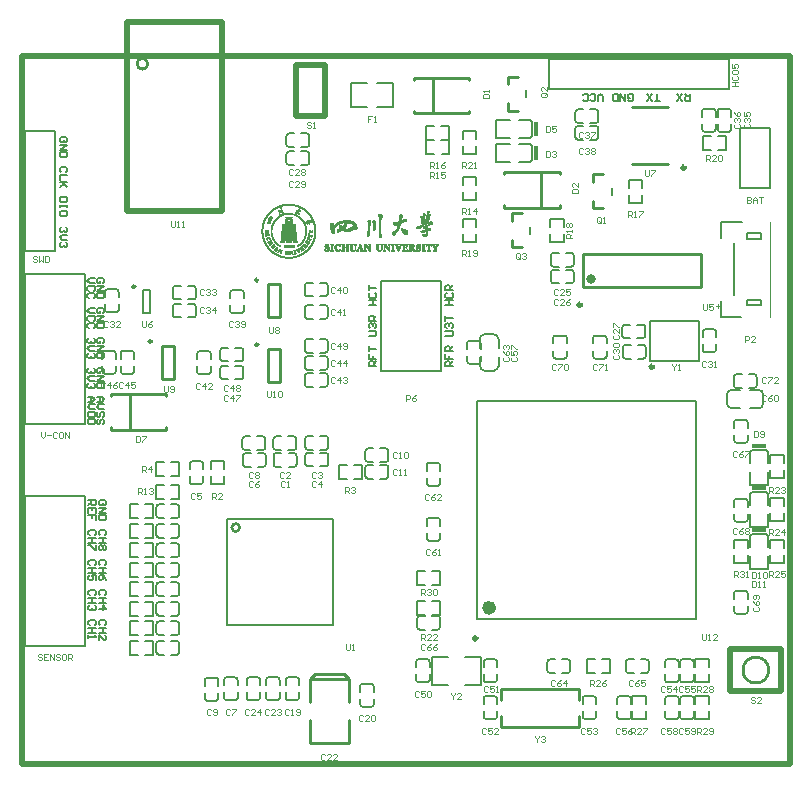
<source format=gto>
G04*
G04 #@! TF.GenerationSoftware,Altium Limited,Altium Designer,18.1.9 (240)*
G04*
G04 Layer_Color=65535*
%FSLAX24Y24*%
%MOIN*%
G70*
G01*
G75*
%ADD10C,0.0118*%
%ADD11C,0.0079*%
%ADD12C,0.0100*%
%ADD13C,0.0098*%
%ADD14C,0.0157*%
%ADD15C,0.0236*%
%ADD16C,0.0002*%
%ADD17C,0.0200*%
%ADD18C,0.0080*%
%ADD19C,0.0039*%
%ADD20C,0.0060*%
%ADD21C,0.0040*%
%ADD22C,0.0050*%
%ADD23R,0.0118X0.0472*%
%ADD24R,0.0472X0.0118*%
%ADD25R,0.0472X0.0118*%
D10*
X22101Y19887D02*
G03*
X22101Y19887I-59J0D01*
G01*
X18642Y15314D02*
G03*
X18642Y15314I-59J0D01*
G01*
X21044Y13249D02*
G03*
X21044Y13249I-59J0D01*
G01*
X15156Y4197D02*
G03*
X15156Y4197I-59J0D01*
G01*
D11*
X24539Y11863D02*
G03*
X24697Y12020I-0J157D01*
G01*
Y12328D02*
G03*
X24539Y12485I-157J0D01*
G01*
X23646Y12485D02*
G03*
X23488Y12328I0J-157D01*
G01*
X23488Y12020D02*
G03*
X23646Y11863I157J0D01*
G01*
X15872Y14175D02*
G03*
X15714Y14332I-157J-0D01*
G01*
X15407D02*
G03*
X15250Y14175I-0J-157D01*
G01*
X15250Y13281D02*
G03*
X15407Y13124I157J0D01*
G01*
X15714Y13124D02*
G03*
X15872Y13281I0J157D01*
G01*
X15190Y13349D02*
G03*
X15276Y13435I0J87D01*
G01*
X14824D02*
G03*
X14910Y13349I87J0D01*
G01*
X15276Y14030D02*
G03*
X15190Y14117I-87J0D01*
G01*
X14910D02*
G03*
X14824Y14030I0J-87D01*
G01*
X23810Y5784D02*
G03*
X23724Y5697I0J-87D01*
G01*
X24176D02*
G03*
X24090Y5784I-87J0D01*
G01*
X23724Y5103D02*
G03*
X23810Y5016I87J0D01*
G01*
X24090D02*
G03*
X24176Y5103I0J87D01*
G01*
X5234Y8575D02*
G03*
X5147Y8661I-87J0D01*
G01*
Y8208D02*
G03*
X5234Y8295I0J87D01*
G01*
X4553Y8661D02*
G03*
X4466Y8575I0J-87D01*
G01*
Y8295D02*
G03*
X4553Y8208I87J0D01*
G01*
X5234Y7925D02*
G03*
X5147Y8011I-87J0D01*
G01*
Y7558D02*
G03*
X5234Y7645I0J87D01*
G01*
X4553Y8011D02*
G03*
X4466Y7925I0J-87D01*
G01*
Y7645D02*
G03*
X4553Y7558I87J0D01*
G01*
X5234Y7275D02*
G03*
X5147Y7361I-87J0D01*
G01*
Y6908D02*
G03*
X5234Y6995I0J87D01*
G01*
X4553Y7361D02*
G03*
X4466Y7275I0J-87D01*
G01*
Y6995D02*
G03*
X4553Y6908I87J0D01*
G01*
X5234Y6625D02*
G03*
X5147Y6711I-87J0D01*
G01*
Y6258D02*
G03*
X5234Y6345I0J87D01*
G01*
X4553Y6711D02*
G03*
X4466Y6625I0J-87D01*
G01*
Y6345D02*
G03*
X4553Y6258I87J0D01*
G01*
X5234Y5975D02*
G03*
X5147Y6061I-87J0D01*
G01*
Y5608D02*
G03*
X5234Y5695I0J87D01*
G01*
X4553Y6061D02*
G03*
X4466Y5975I0J-87D01*
G01*
Y5695D02*
G03*
X4553Y5608I87J0D01*
G01*
X5234Y5325D02*
G03*
X5147Y5411I-87J0D01*
G01*
Y4958D02*
G03*
X5234Y5045I0J87D01*
G01*
X4553Y5411D02*
G03*
X4466Y5325I0J-87D01*
G01*
Y5045D02*
G03*
X4553Y4958I87J0D01*
G01*
X5234Y4675D02*
G03*
X5147Y4761I-87J0D01*
G01*
Y4308D02*
G03*
X5234Y4395I0J87D01*
G01*
X4553Y4761D02*
G03*
X4466Y4675I0J-87D01*
G01*
Y4395D02*
G03*
X4553Y4308I87J0D01*
G01*
X5234Y4025D02*
G03*
X5147Y4111I-87J0D01*
G01*
Y3658D02*
G03*
X5234Y3745I0J87D01*
G01*
X4553Y4111D02*
G03*
X4466Y4025I0J-87D01*
G01*
Y3745D02*
G03*
X4553Y3658I87J0D01*
G01*
X7366Y13195D02*
G03*
X7280Y13281I-87J0D01*
G01*
Y12829D02*
G03*
X7366Y12915I0J87D01*
G01*
X6685Y13281D02*
G03*
X6599Y13195I0J-87D01*
G01*
Y12915D02*
G03*
X6685Y12829I87J0D01*
G01*
X6599Y13515D02*
G03*
X6685Y13429I87J0D01*
G01*
Y13881D02*
G03*
X6599Y13795I0J-87D01*
G01*
X7280Y13429D02*
G03*
X7366Y13515I0J87D01*
G01*
Y13795D02*
G03*
X7280Y13881I-87J0D01*
G01*
X9568Y20340D02*
G03*
X9482Y20426I-87J0D01*
G01*
Y19974D02*
G03*
X9568Y20060I0J87D01*
G01*
X8887Y20426D02*
G03*
X8801Y20340I0J-87D01*
G01*
Y20060D02*
G03*
X8887Y19974I87J0D01*
G01*
X9568Y20940D02*
G03*
X9482Y21026I-87J0D01*
G01*
Y20574D02*
G03*
X9568Y20660I0J87D01*
G01*
X8887Y21026D02*
G03*
X8801Y20940I0J-87D01*
G01*
Y20660D02*
G03*
X8887Y20574I87J0D01*
G01*
X22743Y21851D02*
G03*
X22656Y21765I0J-87D01*
G01*
X23109D02*
G03*
X23022Y21851I-87J0D01*
G01*
X22656Y21170D02*
G03*
X22743Y21083I87J0D01*
G01*
X23022D02*
G03*
X23109Y21170I0J87D01*
G01*
X23260Y21851D02*
G03*
X23174Y21765I0J-87D01*
G01*
X23626D02*
G03*
X23540Y21851I-87J0D01*
G01*
X23174Y21170D02*
G03*
X23260Y21083I87J0D01*
G01*
X23540D02*
G03*
X23626Y21170I0J87D01*
G01*
X17616Y16116D02*
G03*
X17703Y16029I87J0D01*
G01*
Y16482D02*
G03*
X17616Y16395I0J-87D01*
G01*
X18297Y16029D02*
G03*
X18384Y16116I0J87D01*
G01*
Y16395D02*
G03*
X18297Y16482I-87J0D01*
G01*
X17616Y16679D02*
G03*
X17703Y16592I87J0D01*
G01*
Y17045D02*
G03*
X17616Y16958I0J-87D01*
G01*
X18297Y16592D02*
G03*
X18384Y16679I0J87D01*
G01*
Y16958D02*
G03*
X18297Y17045I-87J0D01*
G01*
X18061Y13524D02*
G03*
X18148Y13610I0J87D01*
G01*
X17695D02*
G03*
X17781Y13524I87J0D01*
G01*
X18148Y14205D02*
G03*
X18061Y14291I-87J0D01*
G01*
X17781D02*
G03*
X17695Y14205I0J-87D01*
G01*
X19390Y13524D02*
G03*
X19476Y13610I0J87D01*
G01*
X19024D02*
G03*
X19110Y13524I87J0D01*
G01*
X19476Y14205D02*
G03*
X19390Y14291I-87J0D01*
G01*
X19110D02*
G03*
X19024Y14205I0J-87D01*
G01*
X19999Y14290D02*
G03*
X20085Y14204I87J0D01*
G01*
Y14656D02*
G03*
X19999Y14570I0J-87D01*
G01*
X20680Y14204D02*
G03*
X20767Y14290I0J87D01*
G01*
Y14570D02*
G03*
X20680Y14656I-87J0D01*
G01*
X20784Y13890D02*
G03*
X20697Y13976I-87J0D01*
G01*
Y13524D02*
G03*
X20784Y13610I0J87D01*
G01*
X20103Y13976D02*
G03*
X20016Y13890I0J-87D01*
G01*
Y13610D02*
G03*
X20103Y13524I87J0D01*
G01*
X23709Y12634D02*
G03*
X23795Y12548I87J0D01*
G01*
Y13000D02*
G03*
X23709Y12914I0J-87D01*
G01*
X24390Y12548D02*
G03*
X24476Y12634I0J87D01*
G01*
Y12914D02*
G03*
X24390Y13000I-87J0D01*
G01*
X24090Y8083D02*
G03*
X24176Y8170I0J87D01*
G01*
X23724D02*
G03*
X23810Y8083I87J0D01*
G01*
X24176Y8765D02*
G03*
X24090Y8851I-87J0D01*
G01*
X23810D02*
G03*
X23724Y8765I0J-87D01*
G01*
X21510Y2271D02*
G03*
X21424Y2184I0J-87D01*
G01*
X21876D02*
G03*
X21790Y2271I-87J0D01*
G01*
X21424Y1590D02*
G03*
X21510Y1503I87J0D01*
G01*
X21790D02*
G03*
X21876Y1590I0J87D01*
G01*
X22290Y2727D02*
G03*
X22376Y2814I0J87D01*
G01*
X21924D02*
G03*
X22010Y2727I87J0D01*
G01*
X22376Y3408D02*
G03*
X22290Y3495I-87J0D01*
G01*
X22010D02*
G03*
X21924Y3408I0J-87D01*
G01*
X21790Y2727D02*
G03*
X21876Y2814I0J87D01*
G01*
X21424D02*
G03*
X21510Y2727I87J0D01*
G01*
X21876Y3408D02*
G03*
X21790Y3495I-87J0D01*
G01*
X21510D02*
G03*
X21424Y3408I0J-87D01*
G01*
X20116Y3129D02*
G03*
X20203Y3042I87J0D01*
G01*
Y3495D02*
G03*
X20116Y3408I0J-87D01*
G01*
X20797Y3042D02*
G03*
X20884Y3129I0J87D01*
G01*
Y3408D02*
G03*
X20797Y3495I-87J0D01*
G01*
X17499Y3129D02*
G03*
X17585Y3042I87J0D01*
G01*
Y3495D02*
G03*
X17499Y3408I0J-87D01*
G01*
X18180Y3042D02*
G03*
X18267Y3129I0J87D01*
G01*
Y3408D02*
G03*
X18180Y3495I-87J0D01*
G01*
X15460Y3501D02*
G03*
X15374Y3415I0J-87D01*
G01*
X15826D02*
G03*
X15740Y3501I-87J0D01*
G01*
X15374Y2820D02*
G03*
X15460Y2733I87J0D01*
G01*
X15740D02*
G03*
X15826Y2820I0J87D01*
G01*
X13926Y4858D02*
G03*
X13840Y4945I-87J0D01*
G01*
Y4492D02*
G03*
X13926Y4579I0J87D01*
G01*
X13245Y4945D02*
G03*
X13159Y4858I0J-87D01*
G01*
Y4579D02*
G03*
X13245Y4492I87J0D01*
G01*
X12201Y9890D02*
G03*
X12115Y9976I-87J0D01*
G01*
Y9524D02*
G03*
X12201Y9610I0J87D01*
G01*
X11520Y9976D02*
G03*
X11433Y9890I0J-87D01*
G01*
Y9610D02*
G03*
X11520Y9524I87J0D01*
G01*
X12201Y10440D02*
G03*
X12115Y10526I-87J0D01*
G01*
Y10074D02*
G03*
X12201Y10160I0J87D01*
G01*
X11520Y10526D02*
G03*
X11433Y10440I0J-87D01*
G01*
Y10160D02*
G03*
X11520Y10074I87J0D01*
G01*
X7333Y10560D02*
G03*
X7420Y10474I87J0D01*
G01*
Y10926D02*
G03*
X7333Y10840I0J-87D01*
G01*
X8015Y10474D02*
G03*
X8101Y10560I0J87D01*
G01*
Y10840D02*
G03*
X8015Y10926I-87J0D01*
G01*
X9134Y10840D02*
G03*
X9047Y10926I-87J0D01*
G01*
Y10474D02*
G03*
X9134Y10560I0J87D01*
G01*
X8453Y10926D02*
G03*
X8366Y10840I0J-87D01*
G01*
Y10560D02*
G03*
X8453Y10474I87J0D01*
G01*
X9434Y10571D02*
G03*
X9520Y10484I87J0D01*
G01*
Y10937D02*
G03*
X9434Y10850I0J-87D01*
G01*
X10115Y10484D02*
G03*
X10201Y10571I0J87D01*
G01*
Y10850D02*
G03*
X10115Y10937I-87J0D01*
G01*
X9434Y10013D02*
G03*
X9520Y9927I87J0D01*
G01*
Y10380D02*
G03*
X9434Y10293I0J-87D01*
G01*
X10115Y9927D02*
G03*
X10201Y10013I0J87D01*
G01*
Y10293D02*
G03*
X10115Y10380I-87J0D01*
G01*
X10182Y12945D02*
G03*
X10095Y13032I-87J0D01*
G01*
Y12579D02*
G03*
X10182Y12666I0J87D01*
G01*
X9501Y13032D02*
G03*
X9414Y12945I0J-87D01*
G01*
Y12666D02*
G03*
X9501Y12579I87J0D01*
G01*
X9414Y13238D02*
G03*
X9501Y13151I87J0D01*
G01*
Y13604D02*
G03*
X9414Y13518I0J-87D01*
G01*
X10095Y13151D02*
G03*
X10182Y13238I0J87D01*
G01*
Y13518D02*
G03*
X10095Y13604I-87J0D01*
G01*
X9414Y13810D02*
G03*
X9501Y13724I87J0D01*
G01*
Y14176D02*
G03*
X9414Y14090I0J-87D01*
G01*
X10095Y13724D02*
G03*
X10182Y13810I0J87D01*
G01*
Y14090D02*
G03*
X10095Y14176I-87J0D01*
G01*
X9414Y14936D02*
G03*
X9501Y14850I87J0D01*
G01*
Y15302D02*
G03*
X9414Y15216I0J-87D01*
G01*
X10095Y14850D02*
G03*
X10182Y14936I0J87D01*
G01*
Y15216D02*
G03*
X10095Y15302I-87J0D01*
G01*
X9414Y15684D02*
G03*
X9501Y15598I87J0D01*
G01*
Y16050D02*
G03*
X9414Y15964I0J-87D01*
G01*
X10095Y15598D02*
G03*
X10182Y15684I0J87D01*
G01*
Y15964D02*
G03*
X10095Y16050I-87J0D01*
G01*
X7290Y15036D02*
G03*
X7376Y15123I0J87D01*
G01*
X6923D02*
G03*
X7010Y15036I87J0D01*
G01*
X7376Y15717D02*
G03*
X7290Y15804I-87J0D01*
G01*
X7010D02*
G03*
X6923Y15717I0J-87D01*
G01*
X5014Y14980D02*
G03*
X5101Y14894I87J0D01*
G01*
Y15346D02*
G03*
X5014Y15260I0J-87D01*
G01*
X5695Y14894D02*
G03*
X5782Y14980I0J87D01*
G01*
Y15260D02*
G03*
X5695Y15346I-87J0D01*
G01*
X5014Y15580D02*
G03*
X5101Y15494I87J0D01*
G01*
Y15946D02*
G03*
X5014Y15860I0J-87D01*
G01*
X5695Y15494D02*
G03*
X5782Y15580I0J87D01*
G01*
Y15860D02*
G03*
X5695Y15946I-87J0D01*
G01*
X9140Y10282D02*
G03*
X9054Y10369I-87J0D01*
G01*
Y9916D02*
G03*
X9140Y10003I0J87D01*
G01*
X8459Y10369D02*
G03*
X8373Y10282I0J-87D01*
G01*
Y10003D02*
G03*
X8459Y9916I87J0D01*
G01*
X5660Y10101D02*
G03*
X5574Y10015I0J-87D01*
G01*
X6026D02*
G03*
X5940Y10101I-87J0D01*
G01*
X5574Y9420D02*
G03*
X5660Y9333I87J0D01*
G01*
X5940D02*
G03*
X6026Y9420I0J87D01*
G01*
X7346Y10003D02*
G03*
X7433Y9916I87J0D01*
G01*
Y10369D02*
G03*
X7346Y10282I0J-87D01*
G01*
X8028Y9916D02*
G03*
X8114Y10003I0J87D01*
G01*
Y10282D02*
G03*
X8028Y10369I-87J0D01*
G01*
X7090Y2130D02*
G03*
X7176Y2217I0J87D01*
G01*
X6724D02*
G03*
X6810Y2130I87J0D01*
G01*
X7176Y2811D02*
G03*
X7090Y2898I-87J0D01*
G01*
X6810D02*
G03*
X6724Y2811I0J-87D01*
G01*
X6446Y2121D02*
G03*
X6533Y2207I0J87D01*
G01*
X6080D02*
G03*
X6167Y2121I87J0D01*
G01*
X6533Y2802D02*
G03*
X6446Y2889I-87J0D01*
G01*
X6167D02*
G03*
X6080Y2802I0J-87D01*
G01*
X9140Y2133D02*
G03*
X9226Y2220I0J87D01*
G01*
X8774D02*
G03*
X8860Y2133I87J0D01*
G01*
X9226Y2815D02*
G03*
X9140Y2901I-87J0D01*
G01*
X8860D02*
G03*
X8774Y2815I0J-87D01*
G01*
X11626Y1916D02*
G03*
X11712Y2003I0J87D01*
G01*
X11259D02*
G03*
X11346Y1916I87J0D01*
G01*
X11712Y2597D02*
G03*
X11626Y2684I-87J0D01*
G01*
X11346D02*
G03*
X11259Y2597I0J-87D01*
G01*
X8210Y2901D02*
G03*
X8124Y2815I0J-87D01*
G01*
X8576D02*
G03*
X8490Y2901I-87J0D01*
G01*
X8124Y2220D02*
G03*
X8210Y2133I87J0D01*
G01*
X8490D02*
G03*
X8576Y2220I0J87D01*
G01*
X7840Y2133D02*
G03*
X7926Y2220I0J87D01*
G01*
X7474D02*
G03*
X7560Y2133I87J0D01*
G01*
X7926Y2815D02*
G03*
X7840Y2901I-87J0D01*
G01*
X7560D02*
G03*
X7474Y2815I0J-87D01*
G01*
X22760Y14501D02*
G03*
X22674Y14415I0J-87D01*
G01*
X23126D02*
G03*
X23040Y14501I-87J0D01*
G01*
X22674Y13820D02*
G03*
X22760Y13733I87J0D01*
G01*
X23040D02*
G03*
X23126Y13820I0J87D01*
G01*
X3119Y15069D02*
G03*
X3205Y15156I0J87D01*
G01*
X2753D02*
G03*
X2839Y15069I87J0D01*
G01*
X3205Y15750D02*
G03*
X3119Y15837I-87J0D01*
G01*
X2839D02*
G03*
X2753Y15750I0J-87D01*
G01*
X19201Y21740D02*
G03*
X19115Y21826I-87J0D01*
G01*
Y21374D02*
G03*
X19201Y21460I0J87D01*
G01*
X18520Y21826D02*
G03*
X18433Y21740I0J-87D01*
G01*
Y21460D02*
G03*
X18520Y21374I87J0D01*
G01*
X6191Y12999D02*
G03*
X6278Y13085I0J87D01*
G01*
X5825D02*
G03*
X5911Y12999I87J0D01*
G01*
X6278Y13680D02*
G03*
X6191Y13767I-87J0D01*
G01*
X5911D02*
G03*
X5825Y13680I0J-87D01*
G01*
X3641Y13016D02*
G03*
X3728Y13103I0J87D01*
G01*
X3275D02*
G03*
X3361Y13016I87J0D01*
G01*
X3728Y13697D02*
G03*
X3641Y13784I-87J0D01*
G01*
X3361D02*
G03*
X3275Y13697I0J-87D01*
G01*
X2746Y13784D02*
G03*
X2660Y13697I0J-87D01*
G01*
X3112D02*
G03*
X3026Y13784I-87J0D01*
G01*
X2660Y13103D02*
G03*
X2746Y13016I87J0D01*
G01*
X3026D02*
G03*
X3112Y13103I0J87D01*
G01*
X13210Y3501D02*
G03*
X13124Y3415I0J-87D01*
G01*
X13576D02*
G03*
X13490Y3501I-87J0D01*
G01*
X13124Y2820D02*
G03*
X13210Y2733I87J0D01*
G01*
X13490D02*
G03*
X13576Y2820I0J87D01*
G01*
X15460Y2271D02*
G03*
X15374Y2184I0J-87D01*
G01*
X15826D02*
G03*
X15740Y2271I-87J0D01*
G01*
X15374Y1590D02*
G03*
X15460Y1503I87J0D01*
G01*
X15740D02*
G03*
X15826Y1590I0J87D01*
G01*
X18760Y2271D02*
G03*
X18674Y2184I0J-87D01*
G01*
X19126D02*
G03*
X19040Y2271I-87J0D01*
G01*
X18674Y1590D02*
G03*
X18760Y1503I87J0D01*
G01*
X19040D02*
G03*
X19126Y1590I0J87D01*
G01*
X19919Y2271D02*
G03*
X19832Y2184I0J-87D01*
G01*
X20285D02*
G03*
X20198Y2271I-87J0D01*
G01*
X19832Y1590D02*
G03*
X19919Y1503I87J0D01*
G01*
X20198D02*
G03*
X20285Y1590I0J87D01*
G01*
X22010Y2271D02*
G03*
X21924Y2184I0J-87D01*
G01*
X22376D02*
G03*
X22290Y2271I-87J0D01*
G01*
X21924Y1590D02*
G03*
X22010Y1503I87J0D01*
G01*
X22290D02*
G03*
X22376Y1590I0J87D01*
G01*
X13840Y7452D02*
G03*
X13926Y7539I0J87D01*
G01*
X13474D02*
G03*
X13560Y7452I87J0D01*
G01*
X13926Y8133D02*
G03*
X13840Y8220I-87J0D01*
G01*
X13560D02*
G03*
X13474Y8133I0J-87D01*
G01*
X13840Y9285D02*
G03*
X13926Y9371I0J87D01*
G01*
X13474D02*
G03*
X13560Y9285I87J0D01*
G01*
X13926Y9966D02*
G03*
X13840Y10052I-87J0D01*
G01*
X13560D02*
G03*
X13474Y9966I0J-87D01*
G01*
X24090Y10713D02*
G03*
X24176Y10799I0J87D01*
G01*
X23724D02*
G03*
X23810Y10713I87J0D01*
G01*
X24176Y11394D02*
G03*
X24090Y11480I-87J0D01*
G01*
X23810D02*
G03*
X23724Y11394I0J-87D01*
G01*
X19201Y21191D02*
G03*
X19115Y21277I-87J0D01*
G01*
Y20824D02*
G03*
X19201Y20911I0J87D01*
G01*
X18520Y21277D02*
G03*
X18433Y21191I0J-87D01*
G01*
Y20911D02*
G03*
X18520Y20824I87J0D01*
G01*
X100Y17100D02*
X1100D01*
X100D02*
Y21100D01*
X1100Y17100D02*
Y21100D01*
X100D02*
X1100D01*
X17550Y22500D02*
Y23500D01*
X23550Y22500D02*
Y23500D01*
X17550Y22500D02*
X23550D01*
X17550Y23500D02*
X23550D01*
X24250Y12485D02*
X24539D01*
X23646Y12485D02*
X23935D01*
X23646Y11863D02*
X23935D01*
X24697Y12020D02*
Y12328D01*
X23488Y12020D02*
Y12328D01*
X24250Y11863D02*
X24539D01*
X15250Y13886D02*
Y14175D01*
X15250Y13281D02*
Y13571D01*
X15872Y13281D02*
Y13571D01*
X15407Y14332D02*
X15714D01*
X15407Y13124D02*
X15714D01*
X15872Y13886D02*
Y14175D01*
X14910Y13349D02*
X15190D01*
X15276Y13437D02*
Y13615D01*
X14824Y13437D02*
Y13615D01*
X15276Y13851D02*
Y14028D01*
X14824Y13851D02*
Y14028D01*
X14910Y14117D02*
X15190D01*
X23810Y5784D02*
X24090D01*
X23724Y5518D02*
Y5695D01*
X24176Y5518D02*
Y5695D01*
X23724Y5105D02*
Y5282D01*
X24176Y5105D02*
Y5282D01*
X23810Y5016D02*
X24090D01*
X6830Y7569D02*
Y8174D01*
X7111D01*
X7219D01*
X7434D01*
X6830Y4658D02*
Y7569D01*
Y4658D02*
X10346D01*
Y8174D01*
X7434D02*
X10346D01*
X4466Y9624D02*
Y10076D01*
X5234Y9624D02*
Y10076D01*
X4466D02*
X4732D01*
X4968D02*
X5234D01*
X4466Y9624D02*
X4732D01*
X4968D02*
X5234D01*
Y8858D02*
Y9311D01*
X4466Y8858D02*
Y9311D01*
X4968Y8858D02*
X5234D01*
X4466D02*
X4732D01*
X4968Y9311D02*
X5234D01*
X4466D02*
X4732D01*
X5234Y8295D02*
Y8575D01*
X4968Y8661D02*
X5145D01*
X4968Y8208D02*
X5145D01*
X4555Y8661D02*
X4732D01*
X4555Y8208D02*
X4732D01*
X4466Y8295D02*
Y8575D01*
X5234Y7645D02*
Y7925D01*
X4968Y8011D02*
X5145D01*
X4968Y7558D02*
X5145D01*
X4555Y8011D02*
X4732D01*
X4555Y7558D02*
X4732D01*
X4466Y7645D02*
Y7925D01*
X5234Y6995D02*
Y7275D01*
X4968Y7361D02*
X5145D01*
X4968Y6908D02*
X5145D01*
X4555Y7361D02*
X4732D01*
X4555Y6908D02*
X4732D01*
X4466Y6995D02*
Y7275D01*
X5234Y6345D02*
Y6625D01*
X4968Y6711D02*
X5145D01*
X4968Y6258D02*
X5145D01*
X4555Y6711D02*
X4732D01*
X4555Y6258D02*
X4732D01*
X4466Y6345D02*
Y6625D01*
X5234Y5695D02*
Y5975D01*
X4968Y6061D02*
X5145D01*
X4968Y5608D02*
X5145D01*
X4555Y6061D02*
X4732D01*
X4555Y5608D02*
X4732D01*
X4466Y5695D02*
Y5975D01*
X5234Y5045D02*
Y5325D01*
X4968Y5411D02*
X5145D01*
X4968Y4958D02*
X5145D01*
X4555Y5411D02*
X4732D01*
X4555Y4958D02*
X4732D01*
X4466Y5045D02*
Y5325D01*
X5234Y4395D02*
Y4675D01*
X4968Y4761D02*
X5145D01*
X4968Y4308D02*
X5145D01*
X4555Y4761D02*
X4732D01*
X4555Y4308D02*
X4732D01*
X4466Y4395D02*
Y4675D01*
X5234Y3745D02*
Y4025D01*
X4968Y4111D02*
X5145D01*
X4968Y3658D02*
X5145D01*
X4555Y4111D02*
X4732D01*
X4555Y3658D02*
X4732D01*
X4466Y3745D02*
Y4025D01*
X3589Y3658D02*
Y4111D01*
X4357Y3658D02*
Y4111D01*
X3589D02*
X3855D01*
X4091D02*
X4357D01*
X3589Y3658D02*
X3855D01*
X4091D02*
X4357D01*
X3589Y4308D02*
Y4761D01*
X4357Y4308D02*
Y4761D01*
X3589D02*
X3855D01*
X4091D02*
X4357D01*
X3589Y4308D02*
X3855D01*
X4091D02*
X4357D01*
X3589Y4958D02*
Y5411D01*
X4357Y4958D02*
Y5411D01*
X3589D02*
X3855D01*
X4091D02*
X4357D01*
X3589Y4958D02*
X3855D01*
X4091D02*
X4357D01*
X3589Y5608D02*
Y6061D01*
X4357Y5608D02*
Y6061D01*
X3589D02*
X3855D01*
X4091D02*
X4357D01*
X3589Y5608D02*
X3855D01*
X4091D02*
X4357D01*
X3589Y6258D02*
Y6711D01*
X4357Y6258D02*
Y6711D01*
X3589D02*
X3855D01*
X4091D02*
X4357D01*
X3589Y6258D02*
X3855D01*
X4091D02*
X4357D01*
X3589Y6908D02*
Y7361D01*
X4357Y6908D02*
Y7361D01*
X3589D02*
X3855D01*
X4091D02*
X4357D01*
X3589Y6908D02*
X3855D01*
X4091D02*
X4357D01*
X3589Y7558D02*
Y8011D01*
X4357Y7558D02*
Y8011D01*
X3589D02*
X3855D01*
X4091D02*
X4357D01*
X3589Y7558D02*
X3855D01*
X4091D02*
X4357D01*
X3589Y8208D02*
Y8661D01*
X4357Y8208D02*
Y8661D01*
X3589D02*
X3855D01*
X4091D02*
X4357D01*
X3589Y8208D02*
X3855D01*
X4091D02*
X4357D01*
X7366Y12915D02*
Y13195D01*
X7101Y13281D02*
X7278D01*
X7101Y12829D02*
X7278D01*
X6687Y13281D02*
X6864D01*
X6687Y12829D02*
X6864D01*
X6599Y12915D02*
Y13195D01*
Y13515D02*
Y13795D01*
X6687Y13428D02*
X6864D01*
X6687Y13881D02*
X6864D01*
X7101Y13428D02*
X7278D01*
X7101Y13881D02*
X7278D01*
X7366Y13515D02*
Y13795D01*
X9568Y20060D02*
Y20340D01*
X9303Y20426D02*
X9480D01*
X9303Y19974D02*
X9480D01*
X8889Y20426D02*
X9067D01*
X8889Y19974D02*
X9067D01*
X8801Y20060D02*
Y20340D01*
X9568Y20660D02*
Y20940D01*
X9303Y21026D02*
X9480D01*
X9303Y20574D02*
X9480D01*
X8889Y21026D02*
X9067D01*
X8889Y20574D02*
X9067D01*
X8801Y20660D02*
Y20940D01*
X16804Y22232D02*
Y22468D01*
X16912Y20685D02*
X16991Y20609D01*
X16912Y20063D02*
X16991Y20139D01*
X16557Y20063D02*
X16912D01*
X15796D02*
Y20685D01*
X16991Y20139D02*
Y20609D01*
X15796Y20063D02*
X16243D01*
X16557Y20685D02*
X16912D01*
X15796D02*
X16243D01*
X16912Y21485D02*
X16991Y21409D01*
X16912Y20863D02*
X16991Y20939D01*
X16557Y20863D02*
X16912D01*
X15796D02*
Y21485D01*
X16991Y20939D02*
Y21409D01*
X15796Y20863D02*
X16243D01*
X16557Y21485D02*
X16912D01*
X15796D02*
X16243D01*
X23449Y20474D02*
Y20926D01*
X22682Y20474D02*
Y20926D01*
X23183Y20474D02*
X23449D01*
X22682D02*
X22947D01*
X23183Y20926D02*
X23449D01*
X22682D02*
X22947D01*
X22743Y21851D02*
X23022D01*
X22656Y21585D02*
Y21763D01*
X23109Y21585D02*
Y21763D01*
X22656Y21172D02*
Y21349D01*
X23109Y21172D02*
Y21349D01*
X22743Y21083D02*
X23022D01*
X23260Y21851D02*
X23540D01*
X23174Y21585D02*
Y21763D01*
X23626Y21585D02*
Y21763D01*
X23174Y21172D02*
Y21349D01*
X23626Y21172D02*
Y21349D01*
X23260Y21083D02*
X23540D01*
X14235Y20824D02*
Y21276D01*
X13467Y20824D02*
Y21276D01*
X13969Y20824D02*
X14235D01*
X13467D02*
X13733D01*
X13969Y21276D02*
X14235D01*
X13467D02*
X13733D01*
X14237Y20348D02*
Y20800D01*
X13470Y20348D02*
Y20800D01*
X13972Y20348D02*
X14237D01*
X13470D02*
X13735D01*
X13972Y20800D02*
X14237D01*
X13470D02*
X13735D01*
X16938Y17687D02*
Y17924D01*
X17616Y16116D02*
Y16395D01*
X17705Y16029D02*
X17882D01*
X17705Y16482D02*
X17882D01*
X18118Y16029D02*
X18295D01*
X18118Y16482D02*
X18295D01*
X18384Y16116D02*
Y16395D01*
X17616Y16679D02*
Y16958D01*
X17705Y16592D02*
X17882D01*
X17705Y17045D02*
X17882D01*
X18118Y16592D02*
X18295D01*
X18118Y17045D02*
X18295D01*
X18384Y16679D02*
Y16958D01*
X17588Y17416D02*
X18041D01*
X17588Y18184D02*
X18041D01*
X17588Y17416D02*
Y17682D01*
Y17918D02*
Y18184D01*
X18041Y17416D02*
Y17682D01*
Y17918D02*
Y18184D01*
X17781Y13524D02*
X18061D01*
X18148Y13612D02*
Y13789D01*
X17695Y13612D02*
Y13789D01*
X18148Y14026D02*
Y14203D01*
X17695Y14026D02*
Y14203D01*
X17781Y14291D02*
X18061D01*
X19110Y13524D02*
X19390D01*
X19476Y13612D02*
Y13789D01*
X19024Y13612D02*
Y13789D01*
X19476Y14026D02*
Y14203D01*
X19024Y14026D02*
Y14203D01*
X19110Y14291D02*
X19390D01*
X19999Y14290D02*
Y14570D01*
X20087Y14204D02*
X20265D01*
X20087Y14656D02*
X20265D01*
X20501Y14204D02*
X20678D01*
X20501Y14656D02*
X20678D01*
X20767Y14290D02*
Y14570D01*
X20784Y13610D02*
Y13890D01*
X20518Y13976D02*
X20695D01*
X20518Y13524D02*
X20695D01*
X20105Y13976D02*
X20282D01*
X20105Y13524D02*
X20282D01*
X20016Y13610D02*
Y13890D01*
X23709Y12634D02*
Y12914D01*
X23797Y12548D02*
X23974D01*
X23797Y13000D02*
X23974D01*
X24211Y12548D02*
X24388D01*
X24211Y13000D02*
X24388D01*
X24476Y12634D02*
Y12914D01*
X23810Y8083D02*
X24090D01*
X24176Y8172D02*
Y8349D01*
X23724Y8172D02*
Y8349D01*
X24176Y8585D02*
Y8763D01*
X23724Y8585D02*
Y8763D01*
X23810Y8851D02*
X24090D01*
X24924Y9533D02*
X25376D01*
X24924Y10301D02*
X25376D01*
X24924Y9533D02*
Y9799D01*
Y10035D02*
Y10301D01*
X25376Y9533D02*
Y9799D01*
Y10035D02*
Y10301D01*
X24239Y10412D02*
X24315Y10491D01*
X24785D02*
X24861Y10412D01*
Y10057D02*
Y10412D01*
X24239Y9296D02*
X24861D01*
X24315Y10491D02*
X24785D01*
X24861Y9296D02*
Y9743D01*
X24239Y10057D02*
Y10412D01*
Y9296D02*
Y9743D01*
Y7612D02*
X24315Y7691D01*
X24785D02*
X24861Y7612D01*
Y7257D02*
Y7612D01*
X24239Y6496D02*
X24861D01*
X24315Y7691D02*
X24785D01*
X24861Y6496D02*
Y6943D01*
X24239Y7257D02*
Y7612D01*
Y6496D02*
Y6943D01*
Y9012D02*
X24315Y9091D01*
X24785D02*
X24861Y9012D01*
Y8657D02*
Y9012D01*
X24239Y7896D02*
X24861D01*
X24315Y9091D02*
X24785D01*
X24861Y7896D02*
Y8343D01*
X24239Y8657D02*
Y9012D01*
Y7896D02*
Y8343D01*
X21510Y2271D02*
X21790D01*
X21424Y2005D02*
Y2182D01*
X21876Y2005D02*
Y2182D01*
X21424Y1592D02*
Y1769D01*
X21876Y1592D02*
Y1769D01*
X21510Y1503D02*
X21790D01*
X22424Y2271D02*
X22876D01*
X22424Y1503D02*
X22876D01*
Y2005D02*
Y2271D01*
Y1503D02*
Y1769D01*
X22424Y2005D02*
Y2271D01*
Y1503D02*
Y1769D01*
Y2727D02*
X22876D01*
X22424Y3495D02*
X22876D01*
X22424Y2727D02*
Y2993D01*
Y3229D02*
Y3495D01*
X22876Y2727D02*
Y2993D01*
Y3229D02*
Y3495D01*
X22010Y2727D02*
X22290D01*
X22376Y2816D02*
Y2993D01*
X21924Y2816D02*
Y2993D01*
X22376Y3229D02*
Y3406D01*
X21924Y3229D02*
Y3406D01*
X22010Y3495D02*
X22290D01*
X21510Y2727D02*
X21790D01*
X21876Y2816D02*
Y2993D01*
X21424Y2816D02*
Y2993D01*
X21876Y3229D02*
Y3406D01*
X21424Y3229D02*
Y3406D01*
X21510Y3495D02*
X21790D01*
X15165Y4827D02*
X22449D01*
X15165Y12110D02*
X22449D01*
X15165Y4827D02*
Y12110D01*
X22449Y4827D02*
Y12110D01*
X20116Y3129D02*
Y3408D01*
X20205Y3042D02*
X20382D01*
X20205Y3495D02*
X20382D01*
X20618Y3042D02*
X20795D01*
X20618Y3495D02*
X20795D01*
X20884Y3129D02*
Y3408D01*
X18816Y3042D02*
Y3495D01*
X19584Y3042D02*
Y3495D01*
X18816D02*
X19082D01*
X19318D02*
X19584D01*
X18816Y3042D02*
X19082D01*
X19318D02*
X19584D01*
X17499Y3129D02*
Y3408D01*
X17587Y3042D02*
X17765D01*
X17587Y3495D02*
X17765D01*
X18001Y3042D02*
X18178D01*
X18001Y3495D02*
X18178D01*
X18267Y3129D02*
Y3408D01*
X15460Y3501D02*
X15740D01*
X15374Y3235D02*
Y3413D01*
X15826Y3235D02*
Y3413D01*
X15374Y2822D02*
Y2999D01*
X15826Y2822D02*
Y2999D01*
X15460Y2733D02*
X15740D01*
X13159Y4981D02*
Y5434D01*
X13926Y4981D02*
Y5434D01*
X13159D02*
X13424D01*
X13661D02*
X13926D01*
X13159Y4981D02*
X13424D01*
X13661D02*
X13926D01*
Y4579D02*
Y4858D01*
X13661Y4945D02*
X13838D01*
X13661Y4492D02*
X13838D01*
X13247Y4945D02*
X13424D01*
X13247Y4492D02*
X13424D01*
X13159Y4579D02*
Y4858D01*
Y5992D02*
Y6445D01*
X13926Y5992D02*
Y6445D01*
X13159D02*
X13424D01*
X13661D02*
X13926D01*
X13159Y5992D02*
X13424D01*
X13661D02*
X13926D01*
X12201Y9610D02*
Y9890D01*
X11935Y9976D02*
X12113D01*
X11935Y9524D02*
X12113D01*
X11522Y9976D02*
X11699D01*
X11522Y9524D02*
X11699D01*
X11433Y9610D02*
Y9890D01*
X12201Y10160D02*
Y10440D01*
X11935Y10526D02*
X12113D01*
X11935Y10074D02*
X12113D01*
X11522Y10526D02*
X11699D01*
X11522Y10074D02*
X11699D01*
X11433Y10160D02*
Y10440D01*
X7333Y10560D02*
Y10840D01*
X7422Y10474D02*
X7599D01*
X7422Y10926D02*
X7599D01*
X7835Y10474D02*
X8013D01*
X7835Y10926D02*
X8013D01*
X8101Y10560D02*
Y10840D01*
X9134Y10560D02*
Y10840D01*
X8868Y10926D02*
X9045D01*
X8868Y10474D02*
X9045D01*
X8455Y10926D02*
X8632D01*
X8455Y10474D02*
X8632D01*
X8366Y10560D02*
Y10840D01*
X9434Y10571D02*
Y10850D01*
X9522Y10484D02*
X9699D01*
X9522Y10937D02*
X9699D01*
X9936Y10484D02*
X10113D01*
X9936Y10937D02*
X10113D01*
X10201Y10571D02*
Y10850D01*
X9434Y10013D02*
Y10293D01*
X9522Y9927D02*
X9699D01*
X9522Y10380D02*
X9699D01*
X9936Y9927D02*
X10113D01*
X9936Y10380D02*
X10113D01*
X10201Y10013D02*
Y10293D01*
X10182Y12666D02*
Y12945D01*
X9916Y13032D02*
X10093D01*
X9916Y12579D02*
X10093D01*
X9503Y13032D02*
X9680D01*
X9503Y12579D02*
X9680D01*
X9414Y12666D02*
Y12945D01*
Y13238D02*
Y13518D01*
X9503Y13151D02*
X9680D01*
X9503Y13604D02*
X9680D01*
X9916Y13151D02*
X10093D01*
X9916Y13604D02*
X10093D01*
X10182Y13238D02*
Y13518D01*
X9414Y13810D02*
Y14090D01*
X9503Y13724D02*
X9680D01*
X9503Y14176D02*
X9680D01*
X9916Y13724D02*
X10093D01*
X9916Y14176D02*
X10093D01*
X10182Y13810D02*
Y14090D01*
X9414Y14936D02*
Y15216D01*
X9503Y14850D02*
X9680D01*
X9503Y15302D02*
X9680D01*
X9916Y14850D02*
X10093D01*
X9916Y15302D02*
X10093D01*
X10182Y14936D02*
Y15216D01*
X9414Y15684D02*
Y15964D01*
X9503Y15598D02*
X9680D01*
X9503Y16050D02*
X9680D01*
X9916Y15598D02*
X10093D01*
X9916Y16050D02*
X10093D01*
X10182Y15684D02*
Y15964D01*
X7010Y15036D02*
X7290D01*
X7376Y15125D02*
Y15302D01*
X6923Y15125D02*
Y15302D01*
X7376Y15538D02*
Y15715D01*
X6923Y15538D02*
Y15715D01*
X7010Y15804D02*
X7290D01*
X5014Y14980D02*
Y15260D01*
X5103Y14894D02*
X5280D01*
X5103Y15346D02*
X5280D01*
X5516Y14894D02*
X5693D01*
X5516Y15346D02*
X5693D01*
X5782Y14980D02*
Y15260D01*
X5014Y15580D02*
Y15860D01*
X5103Y15494D02*
X5280D01*
X5103Y15946D02*
X5280D01*
X5516Y15494D02*
X5693D01*
X5516Y15946D02*
X5693D01*
X5782Y15580D02*
Y15860D01*
X9140Y10003D02*
Y10282D01*
X8875Y10369D02*
X9052D01*
X8875Y9916D02*
X9052D01*
X8461Y10369D02*
X8638D01*
X8461Y9916D02*
X8638D01*
X8373Y10003D02*
Y10282D01*
X5660Y10101D02*
X5940D01*
X5574Y9835D02*
Y10013D01*
X6026Y9835D02*
Y10013D01*
X5574Y9422D02*
Y9599D01*
X6026Y9422D02*
Y9599D01*
X5660Y9333D02*
X5940D01*
X7346Y10003D02*
Y10282D01*
X7435Y9916D02*
X7612D01*
X7435Y10369D02*
X7612D01*
X7848Y9916D02*
X8026D01*
X7848Y10369D02*
X8026D01*
X8114Y10003D02*
Y10282D01*
X6810Y2130D02*
X7090D01*
X7176Y2219D02*
Y2396D01*
X6724Y2219D02*
Y2396D01*
X7176Y2632D02*
Y2809D01*
X6724Y2632D02*
Y2809D01*
X6810Y2898D02*
X7090D01*
X6167Y2121D02*
X6446D01*
X6533Y2209D02*
Y2387D01*
X6080Y2209D02*
Y2387D01*
X6533Y2623D02*
Y2800D01*
X6080Y2623D02*
Y2800D01*
X6167Y2889D02*
X6446D01*
X8860Y2133D02*
X9140D01*
X9226Y2222D02*
Y2399D01*
X8774Y2222D02*
Y2399D01*
X9226Y2635D02*
Y2813D01*
X8774Y2635D02*
Y2813D01*
X8860Y2901D02*
X9140D01*
X11346Y1916D02*
X11626D01*
X11712Y2005D02*
Y2182D01*
X11259Y2005D02*
Y2182D01*
X11712Y2418D02*
Y2595D01*
X11259Y2418D02*
Y2595D01*
X11346Y2684D02*
X11626D01*
X8210Y2901D02*
X8490D01*
X8124Y2635D02*
Y2813D01*
X8576Y2635D02*
Y2813D01*
X8124Y2222D02*
Y2399D01*
X8576Y2222D02*
Y2399D01*
X8210Y2133D02*
X8490D01*
X7560D02*
X7840D01*
X7926Y2222D02*
Y2399D01*
X7474Y2222D02*
Y2399D01*
X7926Y2635D02*
Y2813D01*
X7474Y2635D02*
Y2813D01*
X7560Y2901D02*
X7840D01*
X22760Y14501D02*
X23040D01*
X22674Y14235D02*
Y14413D01*
X23126Y14235D02*
Y14413D01*
X22674Y13822D02*
Y13999D01*
X23126Y13822D02*
Y13999D01*
X22760Y13733D02*
X23040D01*
X2839Y15069D02*
X3119D01*
X3205Y15157D02*
Y15335D01*
X2753Y15157D02*
Y15335D01*
X3205Y15571D02*
Y15748D01*
X2753Y15571D02*
Y15748D01*
X2839Y15837D02*
X3119D01*
X19201Y21460D02*
Y21740D01*
X18935Y21826D02*
X19113D01*
X18935Y21374D02*
X19113D01*
X18522Y21826D02*
X18699D01*
X18522Y21374D02*
X18699D01*
X18433Y21460D02*
Y21740D01*
X5911Y12999D02*
X6191D01*
X6278Y13087D02*
Y13265D01*
X5825Y13087D02*
Y13265D01*
X6278Y13501D02*
Y13678D01*
X5825Y13501D02*
Y13678D01*
X5911Y13767D02*
X6191D01*
X3361Y13016D02*
X3641D01*
X3728Y13105D02*
Y13282D01*
X3275Y13105D02*
Y13282D01*
X3728Y13518D02*
Y13695D01*
X3275Y13518D02*
Y13695D01*
X3361Y13784D02*
X3641D01*
X2746D02*
X3026D01*
X2660Y13518D02*
Y13695D01*
X3112Y13518D02*
Y13695D01*
X2660Y13105D02*
Y13282D01*
X3112Y13105D02*
Y13282D01*
X2746Y13016D02*
X3026D01*
X13210Y3501D02*
X13490D01*
X13124Y3235D02*
Y3413D01*
X13576Y3235D02*
Y3413D01*
X13124Y2822D02*
Y2999D01*
X13576Y2822D02*
Y2999D01*
X13210Y2733D02*
X13490D01*
X15460Y2271D02*
X15740D01*
X15374Y2005D02*
Y2182D01*
X15826Y2005D02*
Y2182D01*
X15374Y1592D02*
Y1769D01*
X15826Y1592D02*
Y1769D01*
X15460Y1503D02*
X15740D01*
X18760Y2271D02*
X19040D01*
X18674Y2005D02*
Y2182D01*
X19126Y2005D02*
Y2182D01*
X18674Y1592D02*
Y1769D01*
X19126Y1592D02*
Y1769D01*
X18760Y1503D02*
X19040D01*
X19919Y2271D02*
X20198D01*
X19832Y2005D02*
Y2182D01*
X20285Y2005D02*
Y2182D01*
X19832Y1592D02*
Y1769D01*
X20285Y1592D02*
Y1769D01*
X19919Y1503D02*
X20198D01*
X22010Y2271D02*
X22290D01*
X21924Y2005D02*
Y2182D01*
X22376Y2005D02*
Y2182D01*
X21924Y1592D02*
Y1769D01*
X22376Y1592D02*
Y1769D01*
X22010Y1503D02*
X22290D01*
X13560Y7452D02*
X13840D01*
X13926Y7541D02*
Y7718D01*
X13474Y7541D02*
Y7718D01*
X13926Y7954D02*
Y8131D01*
X13474Y7954D02*
Y8131D01*
X13560Y8220D02*
X13840D01*
X13560Y9285D02*
X13840D01*
X13926Y9373D02*
Y9550D01*
X13474Y9373D02*
Y9550D01*
X13926Y9787D02*
Y9964D01*
X13474Y9787D02*
Y9964D01*
X13560Y10052D02*
X13840D01*
X23810Y10713D02*
X24090D01*
X24176Y10801D02*
Y10978D01*
X23724Y10801D02*
Y10978D01*
X24176Y11215D02*
Y11392D01*
X23724Y11215D02*
Y11392D01*
X23810Y11480D02*
X24090D01*
X10953Y21893D02*
Y22707D01*
X12347Y21893D02*
Y22707D01*
X11827D02*
X12347D01*
X10953D02*
X11473D01*
X10953Y21893D02*
X11473D01*
X11827D02*
X12347D01*
X2100Y3950D02*
Y8950D01*
X100Y3950D02*
Y8950D01*
Y3950D02*
X2100D01*
X100Y8950D02*
X2100D01*
X100Y11350D02*
Y16350D01*
X2100Y11350D02*
Y16350D01*
X100D02*
X2100D01*
X100Y11350D02*
X2100D01*
X23917Y19200D02*
X24917D01*
X23917D02*
Y21200D01*
X24917D01*
Y19200D02*
Y21200D01*
X11950Y16100D02*
X13950D01*
X11950Y13100D02*
X13950D01*
X11950D02*
Y16100D01*
X13950Y13100D02*
Y16100D01*
Y14183D02*
Y16100D01*
X19644Y18987D02*
Y19224D01*
X6274Y9333D02*
X6726D01*
X6274Y10101D02*
X6726D01*
X6274Y9333D02*
Y9599D01*
Y9835D02*
Y10101D01*
X6726Y9333D02*
Y9599D01*
Y9835D02*
Y10101D01*
X11317Y9524D02*
Y9976D01*
X10549Y9524D02*
Y9976D01*
X11051Y9524D02*
X11317D01*
X10549D02*
X10815D01*
X11051Y9976D02*
X11317D01*
X10549D02*
X10815D01*
X14674Y18816D02*
X15126D01*
X14674Y19584D02*
X15126D01*
X14674Y18816D02*
Y19082D01*
Y19318D02*
Y19584D01*
X15126Y18816D02*
Y19082D01*
Y19318D02*
Y19584D01*
X20214Y18704D02*
X20667D01*
X20214Y19472D02*
X20667D01*
X20214Y18704D02*
Y18970D01*
Y19206D02*
Y19472D01*
X20667Y18704D02*
Y18970D01*
Y19206D02*
Y19472D01*
X14674Y18189D02*
X15126D01*
X14674Y17422D02*
X15126D01*
Y17924D02*
Y18189D01*
Y17422D02*
Y17687D01*
X14674Y17924D02*
Y18189D01*
Y17422D02*
Y17687D01*
Y20340D02*
X15126D01*
X14674Y21108D02*
X15126D01*
X14674Y20340D02*
Y20606D01*
Y20842D02*
Y21108D01*
X15126Y20340D02*
Y20606D01*
Y20842D02*
Y21108D01*
X24924Y8116D02*
X25376D01*
X24924Y8884D02*
X25376D01*
X24924Y8116D02*
Y8382D01*
Y8618D02*
Y8884D01*
X25376Y8116D02*
Y8382D01*
Y8618D02*
Y8884D01*
X24924Y6716D02*
X25376D01*
X24924Y7484D02*
X25376D01*
X24924Y6716D02*
Y6982D01*
Y7218D02*
Y7484D01*
X25376Y6716D02*
Y6982D01*
Y7218D02*
Y7484D01*
X20332Y1503D02*
X20785D01*
X20332Y2271D02*
X20785D01*
X20332Y1503D02*
Y1769D01*
Y2005D02*
Y2271D01*
X20785Y1503D02*
Y1769D01*
Y2005D02*
Y2271D01*
X23724Y7484D02*
X24176D01*
X23724Y6716D02*
X24176D01*
Y7218D02*
Y7484D01*
Y6716D02*
Y6982D01*
X23724Y7218D02*
Y7484D01*
Y6716D02*
Y6982D01*
X4084Y15804D02*
X4265D01*
X4015D02*
X4212D01*
X4015Y15036D02*
Y15804D01*
Y15036D02*
X4265D01*
Y15804D01*
X14739Y3590D02*
X15272D01*
X14739Y2645D02*
X15272D01*
X13658D02*
X14191D01*
X13658D02*
Y3590D01*
X15272Y2645D02*
Y3590D01*
X13658D02*
X14191D01*
X19201Y20911D02*
Y21191D01*
X18935Y21277D02*
X19113D01*
X18935Y20824D02*
X19113D01*
X18522Y21277D02*
X18699D01*
X18522Y20824D02*
X18699D01*
X18433Y20911D02*
Y21191D01*
D12*
X7242Y7892D02*
G03*
X7242Y7892I-131J0D01*
G01*
X24880Y3138D02*
G03*
X24880Y3138I-430J0D01*
G01*
X3765Y15926D02*
G03*
X3765Y15926I-50J0D01*
G01*
X4180Y23350D02*
G03*
X4180Y23350I-180J0D01*
G01*
X20309Y20005D02*
X21530D01*
X20309Y21895D02*
X21530D01*
X9586Y2850D02*
X10885D01*
X9586Y703D02*
Y1462D01*
X10885Y703D02*
Y1462D01*
X9586Y2092D02*
Y2850D01*
Y703D02*
X10885D01*
Y2092D02*
Y2850D01*
X9763Y3022D02*
X10708D01*
X10885Y2850D01*
X9586D02*
X9763Y3022D01*
X4798Y12262D02*
Y12341D01*
Y11159D02*
Y11238D01*
X2948Y11159D02*
Y11238D01*
Y12262D02*
Y12341D01*
X4798D01*
X3578Y11159D02*
Y12341D01*
X2948Y11159D02*
X4798D01*
X5048Y12849D02*
Y13951D01*
X4654Y12849D02*
Y13951D01*
Y12849D02*
X5048D01*
X4654Y13951D02*
X5048D01*
X16194Y22665D02*
Y22925D01*
Y22665D02*
Y22925D01*
Y22665D02*
Y22925D01*
X16515D01*
X16194Y21775D02*
X16515D01*
X16194D02*
Y22035D01*
X14898Y22812D02*
Y22891D01*
Y21709D02*
Y21788D01*
X13048Y21709D02*
Y21788D01*
Y22812D02*
Y22891D01*
X14898D01*
X13678Y21709D02*
Y22891D01*
X13048Y21709D02*
X14898D01*
X16328Y18120D02*
Y18380D01*
Y18120D02*
Y18380D01*
Y18120D02*
Y18380D01*
X16649D01*
X16328Y17231D02*
X16649D01*
X16328D02*
Y17491D01*
X16062Y18559D02*
Y18638D01*
Y19662D02*
Y19741D01*
X17912Y19662D02*
Y19741D01*
Y18559D02*
Y18638D01*
X16062Y18559D02*
X17912D01*
X17282D02*
Y19741D01*
X16062D02*
X17912D01*
X22609Y15904D02*
Y17007D01*
X18691Y15904D02*
Y17007D01*
X22609D01*
X18691Y15904D02*
X22609D01*
X19034Y19420D02*
Y19680D01*
Y19420D02*
Y19680D01*
Y19420D02*
Y19680D01*
X19355D01*
X19034Y18531D02*
X19355D01*
X19034D02*
Y18791D01*
X8598Y14899D02*
Y16001D01*
X8204Y14899D02*
Y16001D01*
Y14899D02*
X8598D01*
X8204Y16001D02*
X8598D01*
X8597Y12749D02*
Y13851D01*
X8203Y12749D02*
Y13851D01*
Y12749D02*
X8597D01*
X8203Y13851D02*
X8597D01*
X15941Y1239D02*
X18559D01*
Y1593D01*
X15941Y1239D02*
Y1593D01*
X18559Y2144D02*
Y2498D01*
X15941Y2144D02*
Y2498D01*
X18559D01*
D13*
X4310Y14089D02*
G03*
X4310Y14089I-49J0D01*
G01*
X7860Y16139D02*
G03*
X7860Y16139I-49J0D01*
G01*
X7859Y13989D02*
G03*
X7859Y13989I-49J0D01*
G01*
D14*
X19036Y16180D02*
G03*
X19036Y16180I-79J0D01*
G01*
D15*
X15677Y5220D02*
G03*
X15677Y5220I-118J0D01*
G01*
D16*
X8836Y18683D02*
X8902D01*
X8797Y18681D02*
X8939D01*
X8774Y18679D02*
X8962D01*
X8757Y18676D02*
X8981D01*
X8740Y18674D02*
X8996D01*
X8727Y18672D02*
X9011D01*
X8714Y18670D02*
X9024D01*
X8701Y18668D02*
X9035D01*
X8691Y18666D02*
X9047D01*
X8680Y18664D02*
X9056D01*
X8671Y18661D02*
X9067D01*
X8661Y18659D02*
X9075D01*
X8652Y18657D02*
X9084D01*
X8644Y18655D02*
X9092D01*
X8637Y18653D02*
X9101D01*
X8629Y18651D02*
X8812D01*
X8924D02*
X9109D01*
X8620Y18649D02*
X8787D01*
X8951D02*
X9116D01*
X8614Y18646D02*
X8765D01*
X8971D02*
X9124D01*
X8607Y18644D02*
X8750D01*
X8988D02*
X9131D01*
X8599Y18642D02*
X8736D01*
X9003D02*
X9137D01*
X8592Y18640D02*
X8723D01*
X9015D02*
X9144D01*
X8586Y18638D02*
X8710D01*
X9028D02*
X9152D01*
X8580Y18636D02*
X8699D01*
X9039D02*
X9159D01*
X8573Y18634D02*
X8689D01*
X9050D02*
X9163D01*
X8569Y18632D02*
X8678D01*
X9058D02*
X9169D01*
X8562Y18629D02*
X8669D01*
X9069D02*
X9176D01*
X8556Y18627D02*
X8661D01*
X9077D02*
X9182D01*
X8550Y18625D02*
X8652D01*
X9086D02*
X9186D01*
X8545Y18623D02*
X8644D01*
X9092D02*
X9193D01*
X8539Y18621D02*
X8637D01*
X9101D02*
X9199D01*
X8535Y18619D02*
X8629D01*
X9109D02*
X9203D01*
X8528Y18617D02*
X8622D01*
X9116D02*
X9208D01*
X8524Y18614D02*
X8614D01*
X9122D02*
X9214D01*
X8518Y18612D02*
X8607D01*
X9131D02*
X9218D01*
X8513Y18610D02*
X8601D01*
X9137D02*
X9225D01*
X8509Y18608D02*
X8594D01*
X9144D02*
X9229D01*
X8505Y18606D02*
X8588D01*
X9150D02*
X9233D01*
X8498Y18604D02*
X8582D01*
X9156D02*
X9238D01*
X8494Y18602D02*
X8575D01*
X9161D02*
X9244D01*
X8490Y18599D02*
X8571D01*
X9167D02*
X9248D01*
X8486Y18597D02*
X8565D01*
X9174D02*
X9253D01*
X8481Y18595D02*
X8558D01*
X9178D02*
X9257D01*
X8477Y18593D02*
X8554D01*
X9184D02*
X9261D01*
X8473Y18591D02*
X8547D01*
X9191D02*
X9265D01*
X8468Y18589D02*
X8543D01*
X9195D02*
X9270D01*
X8464Y18587D02*
X8537D01*
X9199D02*
X9274D01*
X8460Y18585D02*
X8533D01*
X9206D02*
X9278D01*
X8456Y18582D02*
X8528D01*
X9210D02*
X9283D01*
X8451Y18580D02*
X8522D01*
X9214D02*
X9287D01*
X8447Y18578D02*
X8518D01*
X9221D02*
X9291D01*
X8443Y18576D02*
X8513D01*
X9225D02*
X9295D01*
X8439Y18574D02*
X8509D01*
X9229D02*
X9300D01*
X8434Y18572D02*
X8503D01*
X9233D02*
X9302D01*
X8432Y18570D02*
X8498D01*
X8597D02*
X8603D01*
X9238D02*
X9306D01*
X8428Y18567D02*
X8494D01*
X8590D02*
X8609D01*
X9244D02*
X9310D01*
X8424Y18565D02*
X8490D01*
X8588D02*
X8614D01*
X9248D02*
X9315D01*
X8419Y18563D02*
X8486D01*
X8586D02*
X8616D01*
X9253D02*
X9317D01*
X8417Y18561D02*
X8481D01*
X8586D02*
X8618D01*
X9257D02*
X9321D01*
X8413Y18559D02*
X8477D01*
X8586D02*
X8620D01*
X9261D02*
X9325D01*
X8409Y18557D02*
X8473D01*
X8586D02*
X8620D01*
X9265D02*
X9327D01*
X8406Y18555D02*
X8468D01*
X8588D02*
X8620D01*
X9270D02*
X9332D01*
X8402Y18552D02*
X8464D01*
X8588D02*
X8620D01*
X9272D02*
X9336D01*
X8398Y18550D02*
X8460D01*
X8590D02*
X8620D01*
X9276D02*
X9338D01*
X8396Y18548D02*
X8458D01*
X8592D02*
X8620D01*
X9280D02*
X9342D01*
X8392Y18546D02*
X8453D01*
X8594D02*
X8620D01*
X9285D02*
X9347D01*
X8389Y18544D02*
X8449D01*
X8594D02*
X8620D01*
X9289D02*
X9349D01*
X8385Y18542D02*
X8445D01*
X8597D02*
X8618D01*
X9293D02*
X9353D01*
X8381Y18540D02*
X8441D01*
X8599D02*
X8618D01*
X9295D02*
X9355D01*
X8379Y18537D02*
X8439D01*
X8601D02*
X8618D01*
X9300D02*
X9359D01*
X8374Y18535D02*
X8434D01*
X8601D02*
X8618D01*
X9304D02*
X9362D01*
X8372Y18533D02*
X8430D01*
X8601D02*
X8618D01*
X9308D02*
X9366D01*
X8368Y18531D02*
X8428D01*
X8603D02*
X8618D01*
X9310D02*
X9368D01*
X8366Y18529D02*
X8424D01*
X8603D02*
X8618D01*
X9315D02*
X9372D01*
X8362Y18527D02*
X8419D01*
X8605D02*
X8620D01*
X9214D02*
X9216D01*
X9319D02*
X9374D01*
X8359Y18525D02*
X8417D01*
X8605D02*
X8620D01*
X9208D02*
X9221D01*
X9321D02*
X9379D01*
X8357Y18523D02*
X8413D01*
X8605D02*
X8620D01*
X9206D02*
X9221D01*
X9325D02*
X9381D01*
X8353Y18520D02*
X8409D01*
X8607D02*
X8620D01*
X9206D02*
X9223D01*
X9327D02*
X9385D01*
X8351Y18518D02*
X8406D01*
X8607D02*
X8622D01*
X9203D02*
X9223D01*
X9332D02*
X9387D01*
X8347Y18516D02*
X8402D01*
X8609D02*
X8622D01*
X9203D02*
X9223D01*
X9336D02*
X9391D01*
X8345Y18514D02*
X8400D01*
X8609D02*
X8622D01*
X9201D02*
X9223D01*
X9338D02*
X9394D01*
X8340Y18512D02*
X8396D01*
X8609D02*
X8622D01*
X9201D02*
X9223D01*
X9342D02*
X9396D01*
X8338Y18510D02*
X8394D01*
X8612D02*
X8624D01*
X9201D02*
X9223D01*
X9344D02*
X9400D01*
X8336Y18508D02*
X8389D01*
X8612D02*
X8624D01*
X9201D02*
X9223D01*
X9349D02*
X9402D01*
X8332Y18505D02*
X8387D01*
X8614D02*
X8624D01*
X9199D02*
X9223D01*
X9351D02*
X9404D01*
X8330Y18503D02*
X8383D01*
X8614D02*
X8627D01*
X9199D02*
X9221D01*
X9355D02*
X9409D01*
X8327Y18501D02*
X8381D01*
X8616D02*
X8627D01*
X9199D02*
X9218D01*
X9357D02*
X9411D01*
X8323Y18499D02*
X8377D01*
X8616D02*
X8627D01*
X9197D02*
X9216D01*
X9362D02*
X9413D01*
X8321Y18497D02*
X8374D01*
X8618D02*
X8629D01*
X9195D02*
X9214D01*
X9364D02*
X9417D01*
X8319Y18495D02*
X8370D01*
X8618D02*
X8629D01*
X9193D02*
X9212D01*
X9368D02*
X9419D01*
X8317Y18493D02*
X8368D01*
X8618D02*
X8631D01*
X9193D02*
X9210D01*
X9370D02*
X9421D01*
X8312Y18490D02*
X8364D01*
X8565D02*
X8577D01*
X8620D02*
X8631D01*
X9191D02*
X9208D01*
X9372D02*
X9426D01*
X8310Y18488D02*
X8362D01*
X8560D02*
X8582D01*
X8620D02*
X8631D01*
X9189D02*
X9206D01*
X9377D02*
X9428D01*
X8308Y18486D02*
X8359D01*
X8560D02*
X8584D01*
X8622D02*
X8633D01*
X9129D02*
X9139D01*
X9186D02*
X9203D01*
X9379D02*
X9430D01*
X8306Y18484D02*
X8355D01*
X8560D02*
X8584D01*
X8622D02*
X8633D01*
X9127D02*
X9144D01*
X9186D02*
X9201D01*
X9381D02*
X9432D01*
X8302Y18482D02*
X8353D01*
X8522D02*
X8526D01*
X8560D02*
X8586D01*
X8624D02*
X8635D01*
X9124D02*
X9146D01*
X9184D02*
X9201D01*
X9385D02*
X9434D01*
X8300Y18480D02*
X8351D01*
X8518D02*
X8528D01*
X8560D02*
X8588D01*
X8624D02*
X8635D01*
X9124D02*
X9150D01*
X9182D02*
X9199D01*
X9387D02*
X9438D01*
X8298Y18478D02*
X8347D01*
X8515D02*
X8530D01*
X8560D02*
X8588D01*
X8624D02*
X8637D01*
X9124D02*
X9152D01*
X9182D02*
X9197D01*
X9391D02*
X9441D01*
X8295Y18476D02*
X8345D01*
X8515D02*
X8533D01*
X8562D02*
X8590D01*
X8627D02*
X8637D01*
X9124D02*
X9159D01*
X9180D02*
X9195D01*
X9394D02*
X9443D01*
X8291Y18473D02*
X8342D01*
X8515D02*
X8535D01*
X8562D02*
X8590D01*
X8627D02*
X8637D01*
X9124D02*
X9195D01*
X9225D02*
X9231D01*
X9396D02*
X9445D01*
X8289Y18471D02*
X8338D01*
X8515D02*
X8537D01*
X8565D02*
X8592D01*
X8629D02*
X8639D01*
X9124D02*
X9233D01*
X9398D02*
X9449D01*
X8287Y18469D02*
X8336D01*
X8515D02*
X8539D01*
X8567D02*
X8592D01*
X8629D02*
X8639D01*
X9124D02*
X9236D01*
X9402D02*
X9451D01*
X8285Y18467D02*
X8334D01*
X8515D02*
X8541D01*
X8569D02*
X8592D01*
X8631D02*
X8642D01*
X9124D02*
X9238D01*
X9404D02*
X9453D01*
X8283Y18465D02*
X8330D01*
X8518D02*
X8541D01*
X8569D02*
X8592D01*
X8631D02*
X8642D01*
X9127D02*
X9240D01*
X9406D02*
X9456D01*
X8280Y18463D02*
X8327D01*
X8518D02*
X8541D01*
X8571D02*
X8594D01*
X8631D02*
X8644D01*
X9129D02*
X9242D01*
X9411D02*
X9458D01*
X8276Y18461D02*
X8325D01*
X8520D02*
X8543D01*
X8573D02*
X8594D01*
X8633D02*
X8644D01*
X9129D02*
X9242D01*
X9413D02*
X9460D01*
X8274Y18458D02*
X8323D01*
X8522D02*
X8543D01*
X8575D02*
X8594D01*
X8633D02*
X8644D01*
X9131D02*
X9242D01*
X9415D02*
X9462D01*
X8272Y18456D02*
X8321D01*
X8524D02*
X8543D01*
X8575D02*
X8594D01*
X8635D02*
X8646D01*
X9133D02*
X9184D01*
X9218D02*
X9240D01*
X9417D02*
X9466D01*
X8270Y18454D02*
X8317D01*
X8526D02*
X8543D01*
X8577D02*
X8594D01*
X8635D02*
X8646D01*
X9135D02*
X9182D01*
X9227D02*
X9233D01*
X9419D02*
X9468D01*
X13502D02*
X13515D01*
X8268Y18452D02*
X8315D01*
X8528D02*
X8543D01*
X8577D02*
X8597D01*
X8635D02*
X8648D01*
X9139D02*
X9150D01*
X9163D02*
X9180D01*
X9424D02*
X9471D01*
X13498D02*
X13522D01*
X8265Y18450D02*
X8312D01*
X8530D02*
X8545D01*
X8580D02*
X8597D01*
X8637D02*
X8648D01*
X9161D02*
X9178D01*
X9426D02*
X9473D01*
X13496D02*
X13526D01*
X8263Y18448D02*
X8310D01*
X8530D02*
X8545D01*
X8580D02*
X8599D01*
X8637D02*
X8650D01*
X9161D02*
X9176D01*
X9428D02*
X9475D01*
X13494D02*
X13528D01*
X8261Y18446D02*
X8308D01*
X8533D02*
X8545D01*
X8580D02*
X8601D01*
X8637D02*
X8650D01*
X9159D02*
X9176D01*
X9430D02*
X9477D01*
X13494D02*
X13530D01*
X8259Y18443D02*
X8304D01*
X8533D02*
X8545D01*
X8582D02*
X8601D01*
X8639D02*
X8652D01*
X9156D02*
X9174D01*
X9432D02*
X9479D01*
X13494D02*
X13532D01*
X8255Y18441D02*
X8302D01*
X8535D02*
X8547D01*
X8582D02*
X8603D01*
X8639D02*
X8652D01*
X9154D02*
X9171D01*
X9436D02*
X9481D01*
X13494D02*
X13534D01*
X8253Y18439D02*
X8300D01*
X8535D02*
X8547D01*
X8584D02*
X8603D01*
X8642D02*
X8652D01*
X9152D02*
X9169D01*
X9438D02*
X9483D01*
X13494D02*
X13537D01*
X8250Y18437D02*
X8298D01*
X8537D02*
X8547D01*
X8584D02*
X8603D01*
X8642D02*
X8654D01*
X9150D02*
X9169D01*
X9441D02*
X9485D01*
X13492D02*
X13537D01*
X8248Y18435D02*
X8295D01*
X8537D02*
X8550D01*
X8584D02*
X8605D01*
X8642D02*
X8654D01*
X9148D02*
X9167D01*
X9443D02*
X9490D01*
X13492D02*
X13539D01*
X8246Y18433D02*
X8293D01*
X8537D02*
X8550D01*
X8586D02*
X8605D01*
X8644D02*
X8656D01*
X9146D02*
X9165D01*
X9445D02*
X9492D01*
X13492D02*
X13541D01*
X8244Y18431D02*
X8291D01*
X8537D02*
X8550D01*
X8586D02*
X8605D01*
X8644D02*
X8656D01*
X9144D02*
X9163D01*
X9447D02*
X9494D01*
X13492D02*
X13541D01*
X8242Y18429D02*
X8287D01*
X8539D02*
X8552D01*
X8588D02*
X8605D01*
X8646D02*
X8659D01*
X9141D02*
X9163D01*
X9449D02*
X9496D01*
X13492D02*
X13543D01*
X8240Y18426D02*
X8285D01*
X8539D02*
X8552D01*
X8588D02*
X8605D01*
X8646D02*
X8659D01*
X9139D02*
X9161D01*
X9451D02*
X9498D01*
X13492D02*
X13543D01*
X8238Y18424D02*
X8283D01*
X8539D02*
X8552D01*
X8588D02*
X8605D01*
X8646D02*
X8661D01*
X9137D02*
X9159D01*
X9456D02*
X9500D01*
X13492D02*
X13545D01*
X8236Y18422D02*
X8280D01*
X8541D02*
X8554D01*
X8590D02*
X8605D01*
X8648D02*
X8661D01*
X9135D02*
X9156D01*
X9458D02*
X9503D01*
X13492D02*
X13545D01*
X8233Y18420D02*
X8278D01*
X8541D02*
X8554D01*
X8590D02*
X8605D01*
X8648D02*
X8661D01*
X9133D02*
X9154D01*
X9460D02*
X9505D01*
X13492D02*
X13547D01*
X8231Y18418D02*
X8276D01*
X8541D02*
X8556D01*
X8592D02*
X8605D01*
X8650D02*
X8663D01*
X9129D02*
X9152D01*
X9462D02*
X9507D01*
X13492D02*
X13547D01*
X8229Y18416D02*
X8274D01*
X8541D02*
X8556D01*
X8592D02*
X8605D01*
X8650D02*
X8663D01*
X9127D02*
X9150D01*
X9464D02*
X9509D01*
X13492D02*
X13549D01*
X8227Y18414D02*
X8272D01*
X8543D02*
X8556D01*
X8594D02*
X8603D01*
X8652D02*
X8665D01*
X9122D02*
X9146D01*
X9466D02*
X9511D01*
X13492D02*
X13549D01*
X8225Y18411D02*
X8270D01*
X8543D02*
X8558D01*
X8597D02*
X8603D01*
X8652D02*
X8665D01*
X9118D02*
X9144D01*
X9468D02*
X9513D01*
X13492D02*
X13552D01*
X8223Y18409D02*
X8268D01*
X8543D02*
X8558D01*
X8654D02*
X8667D01*
X9090D02*
X9094D01*
X9114D02*
X9139D01*
X9471D02*
X9515D01*
X13492D02*
X13554D01*
X8221Y18407D02*
X8265D01*
X8545D02*
X8558D01*
X8654D02*
X8667D01*
X9086D02*
X9094D01*
X9109D02*
X9135D01*
X9473D02*
X9518D01*
X13492D02*
X13554D01*
X8218Y18405D02*
X8263D01*
X8545D02*
X8560D01*
X8654D02*
X8669D01*
X9084D02*
X9094D01*
X9105D02*
X9131D01*
X9171D02*
X9176D01*
X9475D02*
X9520D01*
X13492D02*
X13554D01*
X8216Y18403D02*
X8261D01*
X8545D02*
X8560D01*
X8656D02*
X8671D01*
X9082D02*
X9097D01*
X9101D02*
X9127D01*
X9169D02*
X9178D01*
X9477D02*
X9520D01*
X13492D02*
X13552D01*
X8214Y18401D02*
X8259D01*
X8545D02*
X8560D01*
X8656D02*
X8671D01*
X9080D02*
X9122D01*
X9169D02*
X9180D01*
X9479D02*
X9522D01*
X13492D02*
X13547D01*
X8212Y18399D02*
X8257D01*
X8547D02*
X8560D01*
X8659D02*
X8674D01*
X9080D02*
X9118D01*
X9167D02*
X9182D01*
X9481D02*
X9524D01*
X13492D02*
X13543D01*
X8210Y18396D02*
X8255D01*
X8547D02*
X8562D01*
X8659D02*
X8676D01*
X9080D02*
X9114D01*
X9167D02*
X9184D01*
X9483D02*
X9526D01*
X13492D02*
X13537D01*
X8210Y18394D02*
X8253D01*
X8547D02*
X8562D01*
X8661D02*
X8678D01*
X9080D02*
X9112D01*
X9167D02*
X9186D01*
X9485D02*
X9528D01*
X13492D02*
X13530D01*
X8208Y18392D02*
X8250D01*
X8550D02*
X8562D01*
X8661D02*
X8678D01*
X9080D02*
X9107D01*
X9167D02*
X9189D01*
X9488D02*
X9530D01*
X13492D02*
X13528D01*
X8206Y18390D02*
X8248D01*
X8550D02*
X8565D01*
X8663D02*
X8680D01*
X9080D02*
X9105D01*
X9167D02*
X9191D01*
X9490D02*
X9532D01*
X13492D02*
X13526D01*
X8203Y18388D02*
X8246D01*
X8550D02*
X8565D01*
X8663D02*
X8682D01*
X9080D02*
X9101D01*
X9167D02*
X9193D01*
X9492D02*
X9535D01*
X13490D02*
X13524D01*
X8201Y18386D02*
X8244D01*
X8552D02*
X8565D01*
X8665D02*
X8682D01*
X9080D02*
X9099D01*
X9167D02*
X9193D01*
X9494D02*
X9537D01*
X13490D02*
X13524D01*
X8199Y18384D02*
X8242D01*
X8552D02*
X8565D01*
X8665D02*
X8684D01*
X9080D02*
X9094D01*
X9169D02*
X9195D01*
X9496D02*
X9539D01*
X13490D02*
X13526D01*
X8197Y18382D02*
X8240D01*
X8552D02*
X8567D01*
X8667D02*
X8684D01*
X9080D02*
X9090D01*
X9169D02*
X9197D01*
X9498D02*
X9541D01*
X13490D02*
X13526D01*
X8195Y18379D02*
X8238D01*
X8554D02*
X8567D01*
X8669D02*
X8684D01*
X9169D02*
X9199D01*
X9500D02*
X9543D01*
X13490D02*
X13526D01*
X8193Y18377D02*
X8236D01*
X8554D02*
X8567D01*
X8669D02*
X8684D01*
X9169D02*
X9201D01*
X9503D02*
X9543D01*
X13490D02*
X13528D01*
X8191Y18375D02*
X8233D01*
X8554D02*
X8569D01*
X8671D02*
X8682D01*
X8847D02*
X8892D01*
X9169D02*
X9203D01*
X9505D02*
X9545D01*
X13492D02*
X13528D01*
X8191Y18373D02*
X8231D01*
X8556D02*
X8569D01*
X8676D02*
X8680D01*
X8815D02*
X8924D01*
X9171D02*
X9203D01*
X9507D02*
X9547D01*
X13492D02*
X13528D01*
X8189Y18371D02*
X8229D01*
X8556D02*
X8569D01*
X8793D02*
X8943D01*
X9171D02*
X9206D01*
X9509D02*
X9550D01*
X13370D02*
X13387D01*
X13492D02*
X13528D01*
X8186Y18369D02*
X8227D01*
X8556D02*
X8569D01*
X8778D02*
X8960D01*
X9171D02*
X9208D01*
X9511D02*
X9552D01*
X13366D02*
X13391D01*
X13492D02*
X13530D01*
X8184Y18367D02*
X8225D01*
X8556D02*
X8571D01*
X8765D02*
X8973D01*
X9171D02*
X9208D01*
X9511D02*
X9554D01*
X13361D02*
X13393D01*
X13494D02*
X13530D01*
X8182Y18364D02*
X8223D01*
X8556D02*
X8571D01*
X8755D02*
X8983D01*
X9174D02*
X9210D01*
X9513D02*
X9556D01*
X13357D02*
X13398D01*
X13496D02*
X13530D01*
X8180Y18362D02*
X8223D01*
X8556D02*
X8571D01*
X8744D02*
X8994D01*
X9174D02*
X9210D01*
X9515D02*
X9556D01*
X13355D02*
X13400D01*
X13496D02*
X13530D01*
X8178Y18360D02*
X8221D01*
X8556D02*
X8571D01*
X8736D02*
X9003D01*
X9174D02*
X9210D01*
X9518D02*
X9558D01*
X13351D02*
X13402D01*
X13498D02*
X13530D01*
X8178Y18358D02*
X8218D01*
X8556D02*
X8573D01*
X8725D02*
X9011D01*
X9176D02*
X9210D01*
X9520D02*
X9560D01*
X13349D02*
X13402D01*
X13500D02*
X13532D01*
X8176Y18356D02*
X8216D01*
X8556D02*
X8573D01*
X8718D02*
X9020D01*
X9176D02*
X9210D01*
X9522D02*
X9562D01*
X13346D02*
X13404D01*
X13502D02*
X13534D01*
X8174Y18354D02*
X8214D01*
X8556D02*
X8573D01*
X8710D02*
X9028D01*
X9178D02*
X9210D01*
X9524D02*
X9565D01*
X13346D02*
X13404D01*
X13502D02*
X13539D01*
X8171Y18352D02*
X8212D01*
X8556D02*
X8573D01*
X8701D02*
X9035D01*
X9178D02*
X9208D01*
X9526D02*
X9567D01*
X11900D02*
X11911D01*
X13344D02*
X13406D01*
X13505D02*
X13545D01*
X8169Y18349D02*
X8210D01*
X8556D02*
X8573D01*
X8695D02*
X8830D01*
X8909D02*
X9043D01*
X9180D02*
X9208D01*
X9528D02*
X9567D01*
X11887D02*
X11926D01*
X13344D02*
X13406D01*
X13505D02*
X13554D01*
X8169Y18347D02*
X8208D01*
X8556D02*
X8575D01*
X8689D02*
X8806D01*
X8932D02*
X9050D01*
X9182D02*
X9208D01*
X9528D02*
X9569D01*
X11883D02*
X11932D01*
X13342D02*
X13406D01*
X13505D02*
X13560D01*
X8167Y18345D02*
X8208D01*
X8558D02*
X8575D01*
X8682D02*
X8789D01*
X8949D02*
X9056D01*
X9184D02*
X9206D01*
X9530D02*
X9571D01*
X11879D02*
X11936D01*
X13342D02*
X13406D01*
X13505D02*
X13564D01*
X8165Y18343D02*
X8206D01*
X8558D02*
X8575D01*
X8676D02*
X8776D01*
X8962D02*
X9062D01*
X9186D02*
X9201D01*
X9532D02*
X9573D01*
X11876D02*
X11938D01*
X13344D02*
X13408D01*
X13505D02*
X13569D01*
X8163Y18341D02*
X8203D01*
X8560D02*
X8573D01*
X8669D02*
X8763D01*
X8975D02*
X9069D01*
X9535D02*
X9575D01*
X11874D02*
X11943D01*
X13344D02*
X13408D01*
X13502D02*
X13571D01*
X8161Y18339D02*
X8201D01*
X8562D02*
X8573D01*
X8663D02*
X8753D01*
X8986D02*
X9073D01*
X9537D02*
X9575D01*
X11872D02*
X11945D01*
X13344D02*
X13408D01*
X13502D02*
X13573D01*
X8161Y18337D02*
X8199D01*
X8659D02*
X8742D01*
X8994D02*
X9080D01*
X9539D02*
X9577D01*
X11872D02*
X11949D01*
X12594D02*
X12609D01*
X13346D02*
X13408D01*
X13502D02*
X13573D01*
X8159Y18335D02*
X8197D01*
X8652D02*
X8733D01*
X9005D02*
X9086D01*
X9539D02*
X9580D01*
X11870D02*
X11951D01*
X12588D02*
X12614D01*
X13346D02*
X13408D01*
X13502D02*
X13575D01*
X8156Y18332D02*
X8197D01*
X8648D02*
X8725D01*
X9011D02*
X9090D01*
X9541D02*
X9582D01*
X11870D02*
X11953D01*
X12586D02*
X12618D01*
X13349D02*
X13408D01*
X13500D02*
X13575D01*
X8154Y18330D02*
X8195D01*
X8642D02*
X8718D01*
X9020D02*
X9097D01*
X9543D02*
X9584D01*
X11870D02*
X11955D01*
X12582D02*
X12620D01*
X13349D02*
X13408D01*
X13500D02*
X13575D01*
X8152Y18328D02*
X8193D01*
X8637D02*
X8710D01*
X9028D02*
X9101D01*
X9545D02*
X9584D01*
X11868D02*
X11958D01*
X12579D02*
X12622D01*
X13351D02*
X13408D01*
X13500D02*
X13575D01*
X8152Y18326D02*
X8191D01*
X8633D02*
X8703D01*
X9035D02*
X9105D01*
X9547D02*
X9586D01*
X11868D02*
X11960D01*
X12577D02*
X12624D01*
X13351D02*
X13408D01*
X13498D02*
X13575D01*
X8150Y18324D02*
X8189D01*
X8627D02*
X8697D01*
X9041D02*
X9112D01*
X9547D02*
X9588D01*
X11868D02*
X11962D01*
X12575D02*
X12626D01*
X13353D02*
X13406D01*
X13498D02*
X13575D01*
X8148Y18322D02*
X8189D01*
X8622D02*
X8691D01*
X9047D02*
X9116D01*
X9550D02*
X9590D01*
X11868D02*
X11964D01*
X12575D02*
X12629D01*
X13353D02*
X13406D01*
X13496D02*
X13575D01*
X8146Y18320D02*
X8186D01*
X8618D02*
X8684D01*
X9054D02*
X9120D01*
X9552D02*
X9590D01*
X11866D02*
X11966D01*
X12573D02*
X12629D01*
X13355D02*
X13406D01*
X13494D02*
X13575D01*
X8146Y18317D02*
X8184D01*
X8614D02*
X8678D01*
X9060D02*
X9124D01*
X9554D02*
X9592D01*
X11866D02*
X11968D01*
X12573D02*
X12631D01*
X13355D02*
X13406D01*
X13492D02*
X13573D01*
X8144Y18315D02*
X8182D01*
X8609D02*
X8671D01*
X9067D02*
X9129D01*
X9556D02*
X9594D01*
X11866D02*
X11970D01*
X12571D02*
X12633D01*
X13357D02*
X13406D01*
X13487D02*
X13571D01*
X8142Y18313D02*
X8180D01*
X8605D02*
X8665D01*
X9071D02*
X9133D01*
X9556D02*
X9597D01*
X11866D02*
X11973D01*
X12571D02*
X12635D01*
X13357D02*
X13406D01*
X13483D02*
X13571D01*
X8142Y18311D02*
X8180D01*
X8601D02*
X8661D01*
X9077D02*
X9137D01*
X9558D02*
X9597D01*
X11866D02*
X11973D01*
X12569D02*
X12635D01*
X13359D02*
X13406D01*
X13479D02*
X13569D01*
X8139Y18309D02*
X8178D01*
X8597D02*
X8654D01*
X9082D02*
X9141D01*
X9560D02*
X9599D01*
X11866D02*
X11975D01*
X12569D02*
X12637D01*
X13359D02*
X13404D01*
X13475D02*
X13567D01*
X8137Y18307D02*
X8176D01*
X8592D02*
X8650D01*
X9088D02*
X9146D01*
X9562D02*
X9601D01*
X11866D02*
X11977D01*
X12569D02*
X12637D01*
X13359D02*
X13404D01*
X13470D02*
X13564D01*
X8135Y18305D02*
X8174D01*
X8588D02*
X8646D01*
X9092D02*
X9150D01*
X9562D02*
X9601D01*
X11868D02*
X11977D01*
X12567D02*
X12639D01*
X13361D02*
X13404D01*
X13464D02*
X13562D01*
X8135Y18302D02*
X8174D01*
X8584D02*
X8639D01*
X9097D02*
X9154D01*
X9565D02*
X9603D01*
X11868D02*
X11979D01*
X12567D02*
X12641D01*
X13361D02*
X13404D01*
X13462D02*
X13560D01*
X8133Y18300D02*
X8171D01*
X8580D02*
X8635D01*
X9103D02*
X9156D01*
X9567D02*
X9605D01*
X11868D02*
X11979D01*
X12567D02*
X12641D01*
X13361D02*
X13402D01*
X13458D02*
X13558D01*
X8131Y18298D02*
X8169D01*
X8577D02*
X8631D01*
X9107D02*
X9161D01*
X9569D02*
X9607D01*
X11868D02*
X11981D01*
X12567D02*
X12641D01*
X13364D02*
X13402D01*
X13455D02*
X13556D01*
X8131Y18296D02*
X8167D01*
X8573D02*
X8627D01*
X9112D02*
X9165D01*
X9569D02*
X9607D01*
X11868D02*
X11981D01*
X12567D02*
X12644D01*
X13364D02*
X13402D01*
X13455D02*
X13552D01*
X8129Y18294D02*
X8167D01*
X8569D02*
X8622D01*
X9116D02*
X9169D01*
X9571D02*
X9609D01*
X11868D02*
X11983D01*
X12567D02*
X12644D01*
X13364D02*
X13402D01*
X13453D02*
X13549D01*
X8127Y18292D02*
X8165D01*
X8567D02*
X8618D01*
X9120D02*
X9171D01*
X9573D02*
X9612D01*
X11870D02*
X11983D01*
X12567D02*
X12646D01*
X13265D02*
X13274D01*
X13364D02*
X13402D01*
X13453D02*
X13545D01*
X8124Y18290D02*
X8163D01*
X8562D02*
X8614D01*
X9124D02*
X9176D01*
X9575D02*
X9612D01*
X11870D02*
X11983D01*
X12567D02*
X12646D01*
X13263D02*
X13278D01*
X13364D02*
X13400D01*
X13453D02*
X13541D01*
X8124Y18288D02*
X8161D01*
X8558D02*
X8609D01*
X9129D02*
X9180D01*
X9575D02*
X9614D01*
X11870D02*
X11983D01*
X12567D02*
X12646D01*
X13261D02*
X13282D01*
X13364D02*
X13400D01*
X13451D02*
X13537D01*
X8122Y18285D02*
X8161D01*
X8556D02*
X8605D01*
X9133D02*
X9182D01*
X9577D02*
X9616D01*
X11872D02*
X11983D01*
X12567D02*
X12648D01*
X13259D02*
X13287D01*
X13364D02*
X13400D01*
X13451D02*
X13532D01*
X8120Y18283D02*
X8159D01*
X8552D02*
X8601D01*
X9137D02*
X9186D01*
X9580D02*
X9616D01*
X11872D02*
X11983D01*
X12567D02*
X12648D01*
X13259D02*
X13289D01*
X13364D02*
X13400D01*
X13451D02*
X13530D01*
X8120Y18281D02*
X8156D01*
X8547D02*
X8597D01*
X9141D02*
X9189D01*
X9580D02*
X9618D01*
X11872D02*
X11983D01*
X12567D02*
X12648D01*
X13257D02*
X13291D01*
X13364D02*
X13398D01*
X13451D02*
X13526D01*
X8118Y18279D02*
X8156D01*
X8545D02*
X8592D01*
X9144D02*
X9193D01*
X9582D02*
X9620D01*
X11874D02*
X11983D01*
X12567D02*
X12648D01*
X13257D02*
X13293D01*
X13364D02*
X13398D01*
X13451D02*
X13524D01*
X8116Y18277D02*
X8154D01*
X8541D02*
X8590D01*
X9148D02*
X9195D01*
X9584D02*
X9620D01*
X11874D02*
X11985D01*
X12567D02*
X12648D01*
X13255D02*
X13297D01*
X13364D02*
X13398D01*
X13451D02*
X13522D01*
X8116Y18275D02*
X8152D01*
X8539D02*
X8586D01*
X9152D02*
X9199D01*
X9586D02*
X9622D01*
X11876D02*
X11983D01*
X12567D02*
X12648D01*
X13255D02*
X13299D01*
X13364D02*
X13396D01*
X13451D02*
X13520D01*
X8114Y18273D02*
X8152D01*
X8535D02*
X8582D01*
X9156D02*
X9201D01*
X9586D02*
X9624D01*
X11876D02*
X11983D01*
X12567D02*
X12648D01*
X13255D02*
X13302D01*
X13364D02*
X13396D01*
X13451D02*
X13517D01*
X8112Y18270D02*
X8150D01*
X8533D02*
X8577D01*
X9159D02*
X9206D01*
X9588D02*
X9624D01*
X11876D02*
X11983D01*
X12569D02*
X12648D01*
X13252D02*
X13304D01*
X13364D02*
X13396D01*
X13451D02*
X13517D01*
X8112Y18268D02*
X8148D01*
X8530D02*
X8575D01*
X9163D02*
X9208D01*
X9590D02*
X9627D01*
X11879D02*
X11983D01*
X12569D02*
X12648D01*
X13252D02*
X13306D01*
X13364D02*
X13396D01*
X13451D02*
X13515D01*
X8109Y18266D02*
X8148D01*
X8526D02*
X8571D01*
X9167D02*
X9212D01*
X9590D02*
X9629D01*
X11879D02*
X11983D01*
X12569D02*
X12648D01*
X13252D02*
X13308D01*
X13364D02*
X13393D01*
X13451D02*
X13515D01*
X8109Y18264D02*
X8146D01*
X8524D02*
X8569D01*
X9169D02*
X9214D01*
X9592D02*
X9629D01*
X11879D02*
X11983D01*
X12569D02*
X12648D01*
X13252D02*
X13310D01*
X13364D02*
X13393D01*
X13451D02*
X13513D01*
X8107Y18262D02*
X8144D01*
X8520D02*
X8565D01*
X9174D02*
X9216D01*
X9594D02*
X9631D01*
X11881D02*
X11981D01*
X12569D02*
X12648D01*
X13252D02*
X13312D01*
X13364D02*
X13393D01*
X13451D02*
X13515D01*
X8105Y18260D02*
X8144D01*
X8268D02*
X8291D01*
X8518D02*
X8560D01*
X9176D02*
X9221D01*
X9594D02*
X9631D01*
X11881D02*
X11981D01*
X12569D02*
X12646D01*
X13255D02*
X13314D01*
X13364D02*
X13393D01*
X13451D02*
X13515D01*
X8105Y18258D02*
X8142D01*
X8257D02*
X8302D01*
X8515D02*
X8558D01*
X9180D02*
X9223D01*
X9597D02*
X9633D01*
X11881D02*
X11979D01*
X12569D02*
X12646D01*
X13255D02*
X13314D01*
X13364D02*
X13391D01*
X13451D02*
X13517D01*
X8103Y18255D02*
X8139D01*
X8250D02*
X8308D01*
X8511D02*
X8554D01*
X9182D02*
X9225D01*
X9599D02*
X9635D01*
X11883D02*
X11979D01*
X12571D02*
X12646D01*
X13255D02*
X13317D01*
X13364D02*
X13391D01*
X13451D02*
X13520D01*
X8101Y18253D02*
X8139D01*
X8246D02*
X8312D01*
X8509D02*
X8552D01*
X8761D02*
X8765D01*
X8977D02*
X8979D01*
X9186D02*
X9229D01*
X9599D02*
X9635D01*
X11883D02*
X11977D01*
X12571D02*
X12646D01*
X13257D02*
X13319D01*
X13364D02*
X13391D01*
X13451D02*
X13522D01*
X8101Y18251D02*
X8137D01*
X8242D02*
X8317D01*
X8507D02*
X8547D01*
X8761D02*
X8768D01*
X8973D02*
X8979D01*
X9189D02*
X9231D01*
X9601D02*
X9637D01*
X11883D02*
X11977D01*
X12571D02*
X12644D01*
X13257D02*
X13319D01*
X13364D02*
X13389D01*
X13451D02*
X13524D01*
X8099Y18249D02*
X8135D01*
X8240D02*
X8319D01*
X8503D02*
X8545D01*
X8763D02*
X8770D01*
X8971D02*
X8977D01*
X9193D02*
X9233D01*
X9601D02*
X9639D01*
X11883D02*
X11975D01*
X12571D02*
X12644D01*
X13259D02*
X13321D01*
X13364D02*
X13389D01*
X13453D02*
X13524D01*
X8099Y18247D02*
X8135D01*
X8236D02*
X8319D01*
X8500D02*
X8543D01*
X8763D02*
X8776D01*
X8966D02*
X8977D01*
X9195D02*
X9238D01*
X9603D02*
X9639D01*
X11883D02*
X11975D01*
X12571D02*
X12644D01*
X13259D02*
X13321D01*
X13364D02*
X13389D01*
X13453D02*
X13526D01*
X8097Y18245D02*
X8133D01*
X8233D02*
X8321D01*
X8498D02*
X8539D01*
X8763D02*
X8785D01*
X8819D02*
X8823D01*
X8917D02*
X8921D01*
X8956D02*
X8977D01*
X9199D02*
X9240D01*
X9605D02*
X9641D01*
X11885D02*
X11973D01*
X12571D02*
X12641D01*
X13261D02*
X13323D01*
X13364D02*
X13387D01*
X13460D02*
X13528D01*
X8095Y18243D02*
X8131D01*
X8231D02*
X8268D01*
X8276D02*
X8321D01*
X8496D02*
X8537D01*
X8763D02*
X8840D01*
X8900D02*
X8977D01*
X9201D02*
X9242D01*
X9605D02*
X9641D01*
X11885D02*
X11970D01*
X12573D02*
X12641D01*
X13263D02*
X13323D01*
X13364D02*
X13387D01*
X13468D02*
X13530D01*
X8095Y18240D02*
X8131D01*
X8229D02*
X8261D01*
X8278D02*
X8321D01*
X8492D02*
X8533D01*
X8765D02*
X8844D01*
X8896D02*
X8975D01*
X9203D02*
X9244D01*
X9607D02*
X9644D01*
X11885D02*
X11970D01*
X12573D02*
X12641D01*
X13263D02*
X13323D01*
X13364D02*
X13387D01*
X13470D02*
X13530D01*
X8092Y18238D02*
X8129D01*
X8227D02*
X8257D01*
X8278D02*
X8319D01*
X8490D02*
X8530D01*
X8765D02*
X8847D01*
X8894D02*
X8975D01*
X9208D02*
X9246D01*
X9609D02*
X9646D01*
X11885D02*
X11968D01*
X12573D02*
X12639D01*
X13265D02*
X13325D01*
X13364D02*
X13387D01*
X13470D02*
X13532D01*
X8092Y18236D02*
X8129D01*
X8225D02*
X8255D01*
X8278D02*
X8317D01*
X8488D02*
X8528D01*
X8768D02*
X8849D01*
X8892D02*
X8975D01*
X9210D02*
X9250D01*
X9609D02*
X9646D01*
X11885D02*
X11966D01*
X12573D02*
X12639D01*
X13267D02*
X13325D01*
X13364D02*
X13385D01*
X13473D02*
X13534D01*
X8090Y18234D02*
X8127D01*
X8223D02*
X8250D01*
X8280D02*
X8315D01*
X8486D02*
X8524D01*
X8768D02*
X8851D01*
X8889D02*
X8973D01*
X9212D02*
X9253D01*
X9612D02*
X9648D01*
X11885D02*
X11966D01*
X12573D02*
X12637D01*
X13270D02*
X13325D01*
X13364D02*
X13385D01*
X13473D02*
X13534D01*
X8088Y18232D02*
X8124D01*
X8221D02*
X8248D01*
X8280D02*
X8312D01*
X8483D02*
X8522D01*
X8770D02*
X8853D01*
X8889D02*
X8973D01*
X9216D02*
X9255D01*
X9612D02*
X9648D01*
X11887D02*
X11964D01*
X12573D02*
X12637D01*
X13270D02*
X13325D01*
X13364D02*
X13385D01*
X13473D02*
X13537D01*
X8088Y18230D02*
X8124D01*
X8218D02*
X8246D01*
X8280D02*
X8310D01*
X8481D02*
X8520D01*
X8770D02*
X8853D01*
X8887D02*
X8971D01*
X9218D02*
X9257D01*
X9614D02*
X9650D01*
X11887D02*
X11962D01*
X12573D02*
X12637D01*
X13272D02*
X13325D01*
X13364D02*
X13383D01*
X13473D02*
X13539D01*
X8086Y18228D02*
X8122D01*
X8216D02*
X8244D01*
X8280D02*
X8310D01*
X8477D02*
X8518D01*
X8772D02*
X8855D01*
X8885D02*
X8968D01*
X9221D02*
X9259D01*
X9616D02*
X9650D01*
X11887D02*
X11960D01*
X12575D02*
X12635D01*
X13274D02*
X13325D01*
X13364D02*
X13383D01*
X13473D02*
X13539D01*
X8086Y18226D02*
X8122D01*
X8216D02*
X8242D01*
X8280D02*
X8308D01*
X8475D02*
X8513D01*
X8772D02*
X8855D01*
X8885D02*
X8968D01*
X9223D02*
X9261D01*
X9616D02*
X9652D01*
X11887D02*
X11960D01*
X12575D02*
X12635D01*
X13276D02*
X13325D01*
X13364D02*
X13383D01*
X13473D02*
X13541D01*
X8084Y18223D02*
X8120D01*
X8214D02*
X8240D01*
X8280D02*
X8308D01*
X8473D02*
X8511D01*
X8774D02*
X8857D01*
X8883D02*
X8966D01*
X9227D02*
X9265D01*
X9618D02*
X9654D01*
X11887D02*
X11958D01*
X12575D02*
X12633D01*
X13278D02*
X13325D01*
X13364D02*
X13383D01*
X13473D02*
X13543D01*
X8084Y18221D02*
X8118D01*
X8212D02*
X8238D01*
X8278D02*
X8308D01*
X8471D02*
X8509D01*
X8776D02*
X8857D01*
X8883D02*
X8964D01*
X9229D02*
X9268D01*
X9618D02*
X9654D01*
X11887D02*
X11955D01*
X12575D02*
X12633D01*
X13280D02*
X13327D01*
X13364D02*
X13381D01*
X13470D02*
X13543D01*
X8082Y18219D02*
X8118D01*
X8210D02*
X8236D01*
X8278D02*
X8308D01*
X8468D02*
X8507D01*
X8780D02*
X8857D01*
X8883D02*
X8960D01*
X9231D02*
X9270D01*
X9620D02*
X9656D01*
X11887D02*
X11953D01*
X12575D02*
X12631D01*
X13282D02*
X13327D01*
X13364D02*
X13381D01*
X13470D02*
X13545D01*
X8082Y18217D02*
X8116D01*
X8210D02*
X8236D01*
X8278D02*
X8306D01*
X8466D02*
X8505D01*
X8785D02*
X8859D01*
X8881D02*
X8956D01*
X9233D02*
X9272D01*
X9622D02*
X9656D01*
X11887D02*
X11953D01*
X12575D02*
X12629D01*
X13285D02*
X13327D01*
X13364D02*
X13381D01*
X13470D02*
X13547D01*
X8080Y18215D02*
X8116D01*
X8208D02*
X8233D01*
X8278D02*
X8306D01*
X8464D02*
X8500D01*
X8793D02*
X8859D01*
X8881D02*
X8947D01*
X9236D02*
X9274D01*
X9622D02*
X9659D01*
X11887D02*
X11951D01*
X12575D02*
X12629D01*
X13287D02*
X13327D01*
X13364D02*
X13379D01*
X13468D02*
X13549D01*
X8077Y18213D02*
X8114D01*
X8206D02*
X8231D01*
X8278D02*
X8306D01*
X8462D02*
X8498D01*
X8838D02*
X8859D01*
X8881D02*
X8902D01*
X9240D02*
X9276D01*
X9624D02*
X9659D01*
X11885D02*
X11951D01*
X12573D02*
X12626D01*
X13287D02*
X13327D01*
X13364D02*
X13379D01*
X13468D02*
X13549D01*
X8077Y18211D02*
X8112D01*
X8206D02*
X8231D01*
X8278D02*
X8306D01*
X8460D02*
X8496D01*
X8847D02*
X8859D01*
X8881D02*
X8894D01*
X9242D02*
X9278D01*
X9624D02*
X9661D01*
X11885D02*
X11949D01*
X12573D02*
X12624D01*
X13289D02*
X13327D01*
X13364D02*
X13379D01*
X13468D02*
X13552D01*
X8075Y18208D02*
X8112D01*
X8203D02*
X8229D01*
X8278D02*
X8306D01*
X8458D02*
X8494D01*
X8849D02*
X8892D01*
X9244D02*
X9280D01*
X9627D02*
X9661D01*
X11885D02*
X11947D01*
X12571D02*
X12624D01*
X13291D02*
X13327D01*
X13364D02*
X13379D01*
X13466D02*
X13552D01*
X8075Y18206D02*
X8109D01*
X8203D02*
X8227D01*
X8278D02*
X8304D01*
X8456D02*
X8492D01*
X8838D02*
X8902D01*
X9246D02*
X9283D01*
X9627D02*
X9663D01*
X11885D02*
X11947D01*
X12571D02*
X12622D01*
X13291D02*
X13327D01*
X13364D02*
X13376D01*
X13466D02*
X13554D01*
X8073Y18204D02*
X8109D01*
X8201D02*
X8227D01*
X8278D02*
X8304D01*
X8453D02*
X8490D01*
X8827D02*
X8913D01*
X9248D02*
X9285D01*
X9629D02*
X9665D01*
X11885D02*
X11945D01*
X12569D02*
X12622D01*
X13293D02*
X13327D01*
X13364D02*
X13376D01*
X13466D02*
X13554D01*
X8073Y18202D02*
X8107D01*
X8201D02*
X8225D01*
X8278D02*
X8304D01*
X8451D02*
X8488D01*
X8819D02*
X8921D01*
X9250D02*
X9287D01*
X9631D02*
X9665D01*
X11885D02*
X11945D01*
X12569D02*
X12620D01*
X13293D02*
X13327D01*
X13361D02*
X13376D01*
X13464D02*
X13554D01*
X8071Y18200D02*
X8107D01*
X8199D02*
X8225D01*
X8278D02*
X8304D01*
X8449D02*
X8483D01*
X8812D02*
X8928D01*
X9253D02*
X9289D01*
X9631D02*
X9667D01*
X11885D02*
X11945D01*
X12569D02*
X12620D01*
X13293D02*
X13327D01*
X13361D02*
X13376D01*
X13464D02*
X13552D01*
X8071Y18198D02*
X8105D01*
X8199D02*
X8223D01*
X8278D02*
X8304D01*
X8447D02*
X8481D01*
X8806D02*
X8857D01*
X8883D02*
X8934D01*
X9255D02*
X9291D01*
X9633D02*
X9667D01*
X11885D02*
X11943D01*
X12569D02*
X12620D01*
X13293D02*
X13327D01*
X13361D02*
X13374D01*
X13464D02*
X13552D01*
X8069Y18196D02*
X8105D01*
X8197D02*
X8223D01*
X8276D02*
X8304D01*
X8445D02*
X8479D01*
X8802D02*
X8851D01*
X8889D02*
X8939D01*
X9257D02*
X9293D01*
X9633D02*
X9669D01*
X11885D02*
X11943D01*
X12567D02*
X12620D01*
X13293D02*
X13325D01*
X13361D02*
X13374D01*
X13462D02*
X13552D01*
X8069Y18193D02*
X8103D01*
X8197D02*
X8221D01*
X8276D02*
X8304D01*
X8443D02*
X8477D01*
X8797D02*
X8847D01*
X8894D02*
X8943D01*
X9261D02*
X9295D01*
X9635D02*
X9669D01*
X11885D02*
X11943D01*
X12567D02*
X12618D01*
X13293D02*
X13325D01*
X13361D02*
X13374D01*
X13462D02*
X13549D01*
X8067Y18191D02*
X8101D01*
X8195D02*
X8221D01*
X8276D02*
X8302D01*
X8441D02*
X8475D01*
X8795D02*
X8844D01*
X8896D02*
X8947D01*
X9263D02*
X9297D01*
X9635D02*
X9671D01*
X11885D02*
X11941D01*
X12567D02*
X12618D01*
X13293D02*
X13325D01*
X13361D02*
X13374D01*
X13396D02*
X13404D01*
X13460D02*
X13549D01*
X8067Y18189D02*
X8101D01*
X8195D02*
X8221D01*
X8229D02*
X8240D01*
X8276D02*
X8302D01*
X8439D02*
X8473D01*
X8791D02*
X8840D01*
X8900D02*
X8949D01*
X9265D02*
X9300D01*
X9637D02*
X9671D01*
X11885D02*
X11941D01*
X12567D02*
X12618D01*
X13293D02*
X13325D01*
X13361D02*
X13376D01*
X13391D02*
X13404D01*
X13460D02*
X13547D01*
X8065Y18187D02*
X8099D01*
X8193D02*
X8244D01*
X8276D02*
X8302D01*
X8436D02*
X8471D01*
X8789D02*
X8838D01*
X8902D02*
X8953D01*
X9268D02*
X9302D01*
X9637D02*
X9674D01*
X11885D02*
X11941D01*
X12564D02*
X12618D01*
X13293D02*
X13325D01*
X13361D02*
X13379D01*
X13385D02*
X13404D01*
X13460D02*
X13547D01*
X8065Y18185D02*
X8099D01*
X8193D02*
X8246D01*
X8276D02*
X8302D01*
X8434D02*
X8468D01*
X8785D02*
X8836D01*
X8904D02*
X8956D01*
X9270D02*
X9304D01*
X9639D02*
X9674D01*
X11885D02*
X11941D01*
X12564D02*
X12616D01*
X13291D02*
X13325D01*
X13361D02*
X13404D01*
X13458D02*
X13545D01*
X8062Y18183D02*
X8097D01*
X8191D02*
X8214D01*
X8218D02*
X8246D01*
X8276D02*
X8302D01*
X8432D02*
X8466D01*
X8783D02*
X8834D01*
X8906D02*
X8958D01*
X9272D02*
X9306D01*
X9639D02*
X9676D01*
X11885D02*
X11938D01*
X12564D02*
X12616D01*
X13291D02*
X13325D01*
X13361D02*
X13404D01*
X13458D02*
X13545D01*
X8062Y18181D02*
X8097D01*
X8191D02*
X8212D01*
X8223D02*
X8246D01*
X8276D02*
X8302D01*
X8430D02*
X8464D01*
X8780D02*
X8832D01*
X8909D02*
X8960D01*
X9274D02*
X9308D01*
X9641D02*
X9676D01*
X11885D02*
X11938D01*
X12564D02*
X12616D01*
X13291D02*
X13325D01*
X13361D02*
X13404D01*
X13455D02*
X13543D01*
X8060Y18179D02*
X8095D01*
X8191D02*
X8210D01*
X8225D02*
X8246D01*
X8276D02*
X8302D01*
X8428D02*
X8462D01*
X8778D02*
X8832D01*
X8911D02*
X8962D01*
X9276D02*
X9310D01*
X9641D02*
X9678D01*
X11885D02*
X11938D01*
X12564D02*
X12616D01*
X12716D02*
X12738D01*
X13291D02*
X13325D01*
X13359D02*
X13406D01*
X13455D02*
X13543D01*
X8060Y18176D02*
X8095D01*
X8189D02*
X8208D01*
X8227D02*
X8246D01*
X8276D02*
X8302D01*
X8426D02*
X8460D01*
X8778D02*
X8830D01*
X8911D02*
X8964D01*
X9278D02*
X9310D01*
X9644D02*
X9678D01*
X11885D02*
X11938D01*
X12562D02*
X12616D01*
X12712D02*
X12744D01*
X13291D02*
X13325D01*
X13359D02*
X13406D01*
X13455D02*
X13541D01*
X8058Y18174D02*
X8092D01*
X8189D02*
X8208D01*
X8227D02*
X8246D01*
X8276D02*
X8300D01*
X8424D02*
X8458D01*
X8776D02*
X8827D01*
X8913D02*
X8964D01*
X9280D02*
X9312D01*
X9644D02*
X9680D01*
X11885D02*
X11938D01*
X12562D02*
X12614D01*
X12708D02*
X12748D01*
X13291D02*
X13323D01*
X13359D02*
X13415D01*
X13453D02*
X13541D01*
X8058Y18172D02*
X8092D01*
X8189D02*
X8206D01*
X8229D02*
X8246D01*
X8276D02*
X8300D01*
X8424D02*
X8456D01*
X8774D02*
X8827D01*
X8913D02*
X8966D01*
X9280D02*
X9315D01*
X9646D02*
X9680D01*
X11885D02*
X11938D01*
X12562D02*
X12614D01*
X12705D02*
X12752D01*
X13291D02*
X13323D01*
X13359D02*
X13417D01*
X13453D02*
X13539D01*
X8056Y18170D02*
X8090D01*
X8186D02*
X8206D01*
X8229D02*
X8246D01*
X8276D02*
X8300D01*
X8421D02*
X8453D01*
X8772D02*
X8825D01*
X8915D02*
X8968D01*
X9283D02*
X9317D01*
X9646D02*
X9682D01*
X11885D02*
X11936D01*
X12562D02*
X12614D01*
X12703D02*
X12757D01*
X13291D02*
X13323D01*
X13359D02*
X13417D01*
X13451D02*
X13539D01*
X8056Y18168D02*
X8090D01*
X8186D02*
X8203D01*
X8229D02*
X8246D01*
X8276D02*
X8300D01*
X8419D02*
X8451D01*
X8772D02*
X8825D01*
X8915D02*
X8968D01*
X9285D02*
X9319D01*
X9648D02*
X9682D01*
X11885D02*
X11936D01*
X12562D02*
X12614D01*
X12699D02*
X12761D01*
X13291D02*
X13323D01*
X13359D02*
X13417D01*
X13451D02*
X13539D01*
X8054Y18166D02*
X8088D01*
X8186D02*
X8203D01*
X8231D02*
X8246D01*
X8276D02*
X8298D01*
X8417D02*
X8451D01*
X8770D02*
X8825D01*
X8915D02*
X8971D01*
X9287D02*
X9321D01*
X9648D02*
X9684D01*
X11885D02*
X11936D01*
X12560D02*
X12614D01*
X12697D02*
X12765D01*
X13291D02*
X13323D01*
X13359D02*
X13417D01*
X13451D02*
X13537D01*
X8054Y18164D02*
X8088D01*
X8184D02*
X8203D01*
X8231D02*
X8246D01*
X8274D02*
X8298D01*
X8415D02*
X8449D01*
X8770D02*
X8823D01*
X8917D02*
X8971D01*
X9289D02*
X9323D01*
X9650D02*
X9684D01*
X11885D02*
X11936D01*
X12560D02*
X12614D01*
X12693D02*
X12770D01*
X13291D02*
X13323D01*
X13357D02*
X13417D01*
X13449D02*
X13537D01*
X8052Y18161D02*
X8086D01*
X8184D02*
X8201D01*
X8231D02*
X8246D01*
X8270D02*
X8295D01*
X8413D02*
X8447D01*
X8768D02*
X8823D01*
X8917D02*
X8973D01*
X9291D02*
X9323D01*
X9650D02*
X9684D01*
X11885D02*
X11936D01*
X12560D02*
X12611D01*
X12691D02*
X12772D01*
X13291D02*
X13323D01*
X13357D02*
X13415D01*
X13449D02*
X13537D01*
X8052Y18159D02*
X8086D01*
X8184D02*
X8201D01*
X8233D02*
X8246D01*
X8259D02*
X8295D01*
X8411D02*
X8445D01*
X8768D02*
X8823D01*
X8917D02*
X8973D01*
X9293D02*
X9325D01*
X9652D02*
X9686D01*
X11539D02*
X11550D01*
X11885D02*
X11936D01*
X12560D02*
X12611D01*
X12686D02*
X12776D01*
X13289D02*
X13321D01*
X13357D02*
X13415D01*
X13449D02*
X13534D01*
X8050Y18157D02*
X8084D01*
X8184D02*
X8201D01*
X8233D02*
X8246D01*
X8257D02*
X8293D01*
X8411D02*
X8443D01*
X8768D02*
X8823D01*
X8917D02*
X8975D01*
X9295D02*
X9327D01*
X9652D02*
X9686D01*
X11528D02*
X11556D01*
X11885D02*
X11934D01*
X12560D02*
X12611D01*
X12682D02*
X12780D01*
X13289D02*
X13321D01*
X13355D02*
X13415D01*
X13447D02*
X13534D01*
X8050Y18155D02*
X8084D01*
X8182D02*
X8199D01*
X8236D02*
X8246D01*
X8255D02*
X8291D01*
X8409D02*
X8441D01*
X8765D02*
X8823D01*
X8917D02*
X8975D01*
X9297D02*
X9330D01*
X9654D02*
X9688D01*
X11522D02*
X11558D01*
X11885D02*
X11934D01*
X12558D02*
X12611D01*
X12678D02*
X12782D01*
X13289D02*
X13321D01*
X13353D02*
X13415D01*
X13447D02*
X13534D01*
X8048Y18153D02*
X8082D01*
X8182D02*
X8199D01*
X8236D02*
X8246D01*
X8255D02*
X8289D01*
X8406D02*
X8439D01*
X8765D02*
X8823D01*
X8917D02*
X8975D01*
X9300D02*
X9332D01*
X9654D02*
X9688D01*
X11517D02*
X11560D01*
X11885D02*
X11934D01*
X12558D02*
X12609D01*
X12673D02*
X12782D01*
X13289D02*
X13321D01*
X13351D02*
X13413D01*
X13445D02*
X13532D01*
X8048Y18151D02*
X8082D01*
X8182D02*
X8199D01*
X8236D02*
X8246D01*
X8253D02*
X8289D01*
X8404D02*
X8436D01*
X8765D02*
X8823D01*
X8919D02*
X8975D01*
X9300D02*
X9334D01*
X9656D02*
X9691D01*
X11515D02*
X11562D01*
X11885D02*
X11934D01*
X12558D02*
X12609D01*
X12669D02*
X12785D01*
X13289D02*
X13321D01*
X13346D02*
X13413D01*
X13445D02*
X13532D01*
X8048Y18149D02*
X8080D01*
X8182D02*
X8199D01*
X8238D02*
X8246D01*
X8253D02*
X8287D01*
X8402D02*
X8436D01*
X8765D02*
X8823D01*
X8917D02*
X8977D01*
X9302D02*
X9334D01*
X9485D02*
X9490D01*
X9656D02*
X9691D01*
X11513D02*
X11564D01*
X11885D02*
X11934D01*
X12558D02*
X12609D01*
X12665D02*
X12785D01*
X13289D02*
X13321D01*
X13344D02*
X13413D01*
X13445D02*
X13530D01*
X8045Y18146D02*
X8080D01*
X8180D02*
X8199D01*
X8238D02*
X8246D01*
X8250D02*
X8283D01*
X8402D02*
X8434D01*
X8763D02*
X8823D01*
X8917D02*
X8977D01*
X9304D02*
X9336D01*
X9479D02*
X9492D01*
X9586D02*
X9594D01*
X9659D02*
X9693D01*
X11511D02*
X11564D01*
X11885D02*
X11934D01*
X12558D02*
X12609D01*
X12661D02*
X12785D01*
X13289D02*
X13321D01*
X13340D02*
X13413D01*
X13443D02*
X13530D01*
X8045Y18144D02*
X8080D01*
X8180D02*
X8199D01*
X8218D02*
X8227D01*
X8238D02*
X8280D01*
X8400D02*
X8432D01*
X8763D02*
X8823D01*
X8917D02*
X8977D01*
X9306D02*
X9338D01*
X9477D02*
X9492D01*
X9584D02*
X9597D01*
X9659D02*
X9693D01*
X11509D02*
X11567D01*
X11885D02*
X11934D01*
X12556D02*
X12607D01*
X12656D02*
X12785D01*
X13289D02*
X13323D01*
X13338D02*
X13413D01*
X13443D02*
X13528D01*
X8043Y18142D02*
X8077D01*
X8180D02*
X8197D01*
X8214D02*
X8231D01*
X8238D02*
X8274D01*
X8398D02*
X8430D01*
X8763D02*
X8823D01*
X8917D02*
X8977D01*
X9308D02*
X9340D01*
X9477D02*
X9494D01*
X9584D02*
X9597D01*
X9661D02*
X9695D01*
X11509D02*
X11567D01*
X11885D02*
X11934D01*
X12556D02*
X12607D01*
X12652D02*
X12785D01*
X13289D02*
X13325D01*
X13332D02*
X13413D01*
X13443D02*
X13528D01*
X8043Y18140D02*
X8077D01*
X8180D02*
X8197D01*
X8212D02*
X8265D01*
X8396D02*
X8428D01*
X8763D02*
X8823D01*
X8917D02*
X8977D01*
X9310D02*
X9340D01*
X9477D02*
X9496D01*
X9582D02*
X9597D01*
X9661D02*
X9695D01*
X11507D02*
X11569D01*
X11885D02*
X11932D01*
X12556D02*
X12607D01*
X12648D02*
X12785D01*
X13289D02*
X13411D01*
X13443D02*
X13526D01*
X8041Y18138D02*
X8075D01*
X8180D02*
X8197D01*
X8210D02*
X8261D01*
X8396D02*
X8426D01*
X8763D02*
X8825D01*
X8917D02*
X8979D01*
X9310D02*
X9342D01*
X9477D02*
X9496D01*
X9580D02*
X9594D01*
X9663D02*
X9695D01*
X10765D02*
X10836D01*
X11507D02*
X11569D01*
X11885D02*
X11932D01*
X12556D02*
X12607D01*
X12644D02*
X12782D01*
X13289D02*
X13411D01*
X13440D02*
X13526D01*
X8041Y18136D02*
X8075D01*
X8180D02*
X8197D01*
X8210D02*
X8261D01*
X8394D02*
X8426D01*
X8761D02*
X8825D01*
X8915D02*
X8979D01*
X9312D02*
X9344D01*
X9477D02*
X9498D01*
X9580D02*
X9594D01*
X9663D02*
X9697D01*
X10738D02*
X10862D01*
X11505D02*
X11571D01*
X11885D02*
X11932D01*
X12556D02*
X12605D01*
X12639D02*
X12782D01*
X13289D02*
X13411D01*
X13440D02*
X13524D01*
X8039Y18134D02*
X8073D01*
X8180D02*
X8197D01*
X8210D02*
X8259D01*
X8392D02*
X8424D01*
X8761D02*
X8825D01*
X8915D02*
X8979D01*
X9315D02*
X9347D01*
X9477D02*
X9498D01*
X9577D02*
X9592D01*
X9663D02*
X9697D01*
X10720D02*
X10876D01*
X11505D02*
X11571D01*
X11885D02*
X11932D01*
X12554D02*
X12605D01*
X12633D02*
X12780D01*
X13289D02*
X13411D01*
X13443D02*
X13522D01*
X8039Y18132D02*
X8073D01*
X8178D02*
X8197D01*
X8210D02*
X8259D01*
X8389D02*
X8421D01*
X8761D02*
X8827D01*
X8913D02*
X8979D01*
X9317D02*
X9347D01*
X9479D02*
X9500D01*
X9575D02*
X9592D01*
X9665D02*
X9699D01*
X10706D02*
X10891D01*
X11505D02*
X11573D01*
X11885D02*
X11932D01*
X12554D02*
X12605D01*
X12626D02*
X12778D01*
X13289D02*
X13411D01*
X13443D02*
X13522D01*
X8039Y18129D02*
X8071D01*
X8178D02*
X8197D01*
X8210D02*
X8257D01*
X8389D02*
X8419D01*
X8761D02*
X8827D01*
X8913D02*
X8979D01*
X9319D02*
X9349D01*
X9479D02*
X9503D01*
X9567D02*
X9590D01*
X9616D02*
X9620D01*
X9665D02*
X9699D01*
X10691D02*
X10902D01*
X11505D02*
X11573D01*
X11885D02*
X11932D01*
X12554D02*
X12605D01*
X12620D02*
X12776D01*
X13289D02*
X13411D01*
X13447D02*
X13520D01*
X8037Y18127D02*
X8071D01*
X8178D02*
X8197D01*
X8212D02*
X8257D01*
X8387D02*
X8417D01*
X8761D02*
X8830D01*
X8911D02*
X8979D01*
X9319D02*
X9351D01*
X9481D02*
X9505D01*
X9556D02*
X9588D01*
X9614D02*
X9624D01*
X9667D02*
X9701D01*
X10680D02*
X10913D01*
X11505D02*
X11573D01*
X11693D02*
X11716D01*
X11885D02*
X11932D01*
X12554D02*
X12605D01*
X12611D02*
X12774D01*
X13289D02*
X13408D01*
X13453D02*
X13517D01*
X8037Y18125D02*
X8071D01*
X8178D02*
X8197D01*
X8216D02*
X8233D01*
X8238D02*
X8257D01*
X8385D02*
X8417D01*
X8761D02*
X8830D01*
X8911D02*
X8979D01*
X9321D02*
X9353D01*
X9483D02*
X9507D01*
X9547D02*
X9584D01*
X9612D02*
X9624D01*
X9667D02*
X9701D01*
X10669D02*
X10923D01*
X11503D02*
X11575D01*
X11686D02*
X11725D01*
X11885D02*
X11932D01*
X12554D02*
X12772D01*
X13287D02*
X13408D01*
X13458D02*
X13515D01*
X8035Y18123D02*
X8069D01*
X8180D02*
X8197D01*
X8223D02*
X8225D01*
X8238D02*
X8255D01*
X8385D02*
X8415D01*
X8761D02*
X8832D01*
X8909D02*
X8979D01*
X9323D02*
X9353D01*
X9485D02*
X9509D01*
X9541D02*
X9575D01*
X9609D02*
X9627D01*
X9669D02*
X9701D01*
X10659D02*
X10932D01*
X11503D02*
X11575D01*
X11682D02*
X11729D01*
X11885D02*
X11932D01*
X12552D02*
X12770D01*
X13287D02*
X13408D01*
X13460D02*
X13513D01*
X8035Y18121D02*
X8069D01*
X8180D02*
X8197D01*
X8238D02*
X8255D01*
X8383D02*
X8413D01*
X8761D02*
X8834D01*
X8906D02*
X8979D01*
X9325D02*
X9355D01*
X9490D02*
X9511D01*
X9539D02*
X9565D01*
X9605D02*
X9627D01*
X9669D02*
X9703D01*
X10648D02*
X10941D01*
X11503D02*
X11575D01*
X11680D02*
X11733D01*
X11885D02*
X11930D01*
X12552D02*
X12767D01*
X13287D02*
X13408D01*
X13460D02*
X13513D01*
X8035Y18119D02*
X8067D01*
X8180D02*
X8197D01*
X8238D02*
X8255D01*
X8381D02*
X8411D01*
X8761D02*
X8836D01*
X8904D02*
X8981D01*
X9325D02*
X9357D01*
X9492D02*
X9513D01*
X9537D02*
X9562D01*
X9599D02*
X9627D01*
X9671D02*
X9703D01*
X10639D02*
X10947D01*
X11503D02*
X11577D01*
X11678D02*
X11738D01*
X11885D02*
X11930D01*
X12552D02*
X12763D01*
X13287D02*
X13408D01*
X13462D02*
X13511D01*
X8033Y18117D02*
X8067D01*
X8180D02*
X8197D01*
X8238D02*
X8255D01*
X8379D02*
X8411D01*
X8759D02*
X8838D01*
X8902D02*
X8981D01*
X9327D02*
X9357D01*
X9496D02*
X9515D01*
X9535D02*
X9562D01*
X9592D02*
X9624D01*
X9671D02*
X9706D01*
X10629D02*
X10956D01*
X11503D02*
X11577D01*
X11676D02*
X11740D01*
X11885D02*
X11930D01*
X12552D02*
X12761D01*
X13287D02*
X13408D01*
X13462D02*
X13509D01*
X8033Y18114D02*
X8065D01*
X8180D02*
X8197D01*
X8238D02*
X8255D01*
X8379D02*
X8409D01*
X8759D02*
X8840D01*
X8900D02*
X8981D01*
X9330D02*
X9359D01*
X9500D02*
X9518D01*
X9532D02*
X9565D01*
X9584D02*
X9622D01*
X9671D02*
X9706D01*
X10620D02*
X10962D01*
X11503D02*
X11577D01*
X11673D02*
X11744D01*
X11885D02*
X11930D01*
X12552D02*
X12757D01*
X13287D02*
X13406D01*
X13462D02*
X13507D01*
X8030Y18112D02*
X8065D01*
X8180D02*
X8197D01*
X8238D02*
X8255D01*
X8377D02*
X8406D01*
X8759D02*
X8842D01*
X8898D02*
X8981D01*
X9330D02*
X9362D01*
X9505D02*
X9520D01*
X9532D02*
X9567D01*
X9575D02*
X9616D01*
X9674D02*
X9706D01*
X10612D02*
X10968D01*
X11503D02*
X11577D01*
X11673D02*
X11746D01*
X11885D02*
X11930D01*
X12549D02*
X12752D01*
X13287D02*
X13406D01*
X13462D02*
X13505D01*
X8030Y18110D02*
X8065D01*
X8182D02*
X8197D01*
X8238D02*
X8255D01*
X8374D02*
X8406D01*
X8759D02*
X8847D01*
X8894D02*
X8981D01*
X9332D02*
X9362D01*
X9507D02*
X9522D01*
X9535D02*
X9580D01*
X9674D02*
X9708D01*
X10605D02*
X10975D01*
X11503D02*
X11579D01*
X11671D02*
X11748D01*
X11885D02*
X11930D01*
X12549D02*
X12748D01*
X13287D02*
X13406D01*
X13462D02*
X13502D01*
X8030Y18108D02*
X8062D01*
X8182D02*
X8199D01*
X8238D02*
X8253D01*
X8374D02*
X8404D01*
X8759D02*
X8851D01*
X8889D02*
X8981D01*
X9334D02*
X9364D01*
X9511D02*
X9524D01*
X9539D02*
X9577D01*
X9676D02*
X9708D01*
X10597D02*
X10981D01*
X11505D02*
X11579D01*
X11671D02*
X11748D01*
X11885D02*
X11930D01*
X12547D02*
X12742D01*
X13287D02*
X13406D01*
X13462D02*
X13500D01*
X8028Y18106D02*
X8062D01*
X8182D02*
X8199D01*
X8238D02*
X8253D01*
X8372D02*
X8402D01*
X8759D02*
X8855D01*
X8885D02*
X8981D01*
X9336D02*
X9366D01*
X9513D02*
X9526D01*
X9541D02*
X9580D01*
X9676D02*
X9710D01*
X10588D02*
X10985D01*
X11505D02*
X11579D01*
X11669D02*
X11750D01*
X11885D02*
X11930D01*
X12543D02*
X12733D01*
X13287D02*
X13406D01*
X13462D02*
X13498D01*
X8028Y18104D02*
X8060D01*
X8182D02*
X8199D01*
X8238D02*
X8253D01*
X8370D02*
X8400D01*
X8759D02*
X8859D01*
X8881D02*
X8981D01*
X9336D02*
X9366D01*
X9515D02*
X9528D01*
X9541D02*
X9580D01*
X9676D02*
X9710D01*
X10582D02*
X10992D01*
X11505D02*
X11582D01*
X11669D02*
X11753D01*
X11885D02*
X11930D01*
X12539D02*
X12712D01*
X13287D02*
X13404D01*
X13462D02*
X13496D01*
X8026Y18102D02*
X8060D01*
X8184D02*
X8199D01*
X8238D02*
X8253D01*
X8370D02*
X8400D01*
X8759D02*
X8859D01*
X8881D02*
X8981D01*
X9338D02*
X9368D01*
X9460D02*
X9464D01*
X9520D02*
X9530D01*
X9541D02*
X9580D01*
X9678D02*
X9710D01*
X10573D02*
X10996D01*
X11505D02*
X11582D01*
X11669D02*
X11753D01*
X11885D02*
X11930D01*
X12535D02*
X12701D01*
X13287D02*
X13404D01*
X13462D02*
X13494D01*
X8026Y18099D02*
X8060D01*
X8184D02*
X8199D01*
X8236D02*
X8253D01*
X8368D02*
X8398D01*
X8759D02*
X8859D01*
X8881D02*
X8981D01*
X9340D02*
X9370D01*
X9458D02*
X9466D01*
X9522D02*
X9535D01*
X9541D02*
X9577D01*
X9678D02*
X9712D01*
X10567D02*
X11003D01*
X11505D02*
X11584D01*
X11669D02*
X11755D01*
X11885D02*
X11930D01*
X12530D02*
X12695D01*
X13287D02*
X13404D01*
X13464D02*
X13494D01*
X8026Y18097D02*
X8058D01*
X8184D02*
X8201D01*
X8236D02*
X8253D01*
X8368D02*
X8396D01*
X8759D02*
X8859D01*
X8881D02*
X8981D01*
X9340D02*
X9370D01*
X9456D02*
X9468D01*
X9524D02*
X9577D01*
X9648D02*
X9659D01*
X9680D02*
X9712D01*
X10560D02*
X11007D01*
X11505D02*
X11584D01*
X11669D02*
X11755D01*
X11885D02*
X11928D01*
X12526D02*
X12691D01*
X13285D02*
X13404D01*
X13464D02*
X13492D01*
X8024Y18095D02*
X8058D01*
X8184D02*
X8201D01*
X8236D02*
X8253D01*
X8366D02*
X8396D01*
X8759D02*
X8859D01*
X8881D02*
X8981D01*
X9342D02*
X9372D01*
X9456D02*
X9468D01*
X9503D02*
X9509D01*
X9526D02*
X9560D01*
X9603D02*
X9616D01*
X9639D02*
X9659D01*
X9680D02*
X9712D01*
X10556D02*
X11009D01*
X11505D02*
X11584D01*
X11669D02*
X11757D01*
X11885D02*
X11928D01*
X12520D02*
X12686D01*
X13285D02*
X13404D01*
X13464D02*
X13490D01*
X8024Y18093D02*
X8056D01*
X8186D02*
X8201D01*
X8236D02*
X8253D01*
X8364D02*
X8394D01*
X8759D02*
X8859D01*
X8881D02*
X8981D01*
X9344D02*
X9372D01*
X9453D02*
X9471D01*
X9500D02*
X9511D01*
X9528D02*
X9547D01*
X9601D02*
X9618D01*
X9635D02*
X9659D01*
X9680D02*
X9714D01*
X10550D02*
X11013D01*
X11507D02*
X11584D01*
X11669D02*
X11757D01*
X11885D02*
X11928D01*
X12515D02*
X12680D01*
X13285D02*
X13402D01*
X13464D02*
X13490D01*
X13579D02*
X13607D01*
X8024Y18091D02*
X8056D01*
X8186D02*
X8203D01*
X8236D02*
X8253D01*
X8364D02*
X8392D01*
X8759D02*
X8859D01*
X8881D02*
X8981D01*
X9344D02*
X9374D01*
X9453D02*
X9471D01*
X9498D02*
X9513D01*
X9530D02*
X9545D01*
X9601D02*
X9620D01*
X9633D02*
X9659D01*
X9682D02*
X9714D01*
X10543D02*
X11017D01*
X11507D02*
X11586D01*
X11669D02*
X11757D01*
X11885D02*
X11928D01*
X12511D02*
X12676D01*
X13285D02*
X13402D01*
X13464D02*
X13487D01*
X13554D02*
X13616D01*
X8022Y18089D02*
X8056D01*
X8184D02*
X8203D01*
X8238D02*
X8253D01*
X8362D02*
X8392D01*
X8759D02*
X8859D01*
X8881D02*
X8983D01*
X9347D02*
X9377D01*
X9453D02*
X9473D01*
X9498D02*
X9515D01*
X9532D02*
X9545D01*
X9599D02*
X9622D01*
X9631D02*
X9656D01*
X9682D02*
X9716D01*
X10539D02*
X11020D01*
X11507D02*
X11586D01*
X11669D02*
X11759D01*
X11885D02*
X11928D01*
X12505D02*
X12671D01*
X13285D02*
X13402D01*
X13464D02*
X13487D01*
X13539D02*
X13620D01*
X8022Y18087D02*
X8054D01*
X8165D02*
X8203D01*
X8242D02*
X8253D01*
X8362D02*
X8389D01*
X8759D02*
X8859D01*
X8881D02*
X8983D01*
X9349D02*
X9377D01*
X9456D02*
X9473D01*
X9498D02*
X9518D01*
X9535D02*
X9547D01*
X9569D02*
X9590D01*
X9594D02*
X9641D01*
X9644D02*
X9656D01*
X9682D02*
X9716D01*
X10532D02*
X11024D01*
X11507D02*
X11586D01*
X11669D02*
X11759D01*
X11885D02*
X11928D01*
X12379D02*
X12408D01*
X12500D02*
X12667D01*
X13285D02*
X13402D01*
X13464D02*
X13487D01*
X13526D02*
X13622D01*
X8022Y18085D02*
X8054D01*
X8161D02*
X8206D01*
X8359D02*
X8389D01*
X8759D02*
X8859D01*
X8881D02*
X8983D01*
X9349D02*
X9379D01*
X9456D02*
X9475D01*
X9500D02*
X9518D01*
X9537D02*
X9550D01*
X9569D02*
X9639D01*
X9646D02*
X9654D01*
X9684D02*
X9716D01*
X10528D02*
X11026D01*
X11509D02*
X11586D01*
X11669D02*
X11759D01*
X11885D02*
X11928D01*
X12374D02*
X12421D01*
X12494D02*
X12663D01*
X13285D02*
X13400D01*
X13464D02*
X13490D01*
X13515D02*
X13626D01*
X8020Y18082D02*
X8054D01*
X8159D02*
X8206D01*
X8357D02*
X8387D01*
X8757D02*
X8859D01*
X8881D02*
X8983D01*
X9351D02*
X9379D01*
X9458D02*
X9477D01*
X9503D02*
X9520D01*
X9537D02*
X9550D01*
X9569D02*
X9635D01*
X9648D02*
X9652D01*
X9684D02*
X9718D01*
X10524D02*
X11028D01*
X11509D02*
X11588D01*
X11669D02*
X11761D01*
X11885D02*
X11928D01*
X12370D02*
X12432D01*
X12488D02*
X12656D01*
X13285D02*
X13400D01*
X13464D02*
X13492D01*
X13507D02*
X13629D01*
X8020Y18080D02*
X8052D01*
X8159D02*
X8208D01*
X8357D02*
X8385D01*
X8757D02*
X8859D01*
X8881D02*
X8983D01*
X9351D02*
X9381D01*
X9460D02*
X9479D01*
X9505D02*
X9522D01*
X9539D02*
X9552D01*
X9565D02*
X9635D01*
X9686D02*
X9718D01*
X10518D02*
X11032D01*
X11509D02*
X11588D01*
X11669D02*
X11761D01*
X11887D02*
X11928D01*
X12368D02*
X12445D01*
X12481D02*
X12652D01*
X13285D02*
X13400D01*
X13462D02*
X13496D01*
X13500D02*
X13631D01*
X8018Y18078D02*
X8052D01*
X8156D02*
X8208D01*
X8355D02*
X8385D01*
X8757D02*
X8859D01*
X8881D02*
X8983D01*
X9353D02*
X9383D01*
X9438D02*
X9443D01*
X9462D02*
X9479D01*
X9507D02*
X9524D01*
X9541D02*
X9554D01*
X9560D02*
X9607D01*
X9614D02*
X9635D01*
X9686D02*
X9718D01*
X10513D02*
X11035D01*
X11511D02*
X11588D01*
X11669D02*
X11761D01*
X11887D02*
X11928D01*
X12366D02*
X12455D01*
X12470D02*
X12648D01*
X13287D02*
X13398D01*
X13462D02*
X13633D01*
X8018Y18076D02*
X8050D01*
X8156D02*
X8210D01*
X8355D02*
X8383D01*
X8757D02*
X8859D01*
X8881D02*
X8983D01*
X9355D02*
X9383D01*
X9436D02*
X9443D01*
X9464D02*
X9481D01*
X9507D02*
X9526D01*
X9543D02*
X9607D01*
X9616D02*
X9635D01*
X9686D02*
X9721D01*
X10509D02*
X11037D01*
X11511D02*
X11588D01*
X11669D02*
X11761D01*
X11887D02*
X11928D01*
X12364D02*
X12644D01*
X13287D02*
X13398D01*
X13460D02*
X13635D01*
X8018Y18074D02*
X8050D01*
X8156D02*
X8210D01*
X8353D02*
X8381D01*
X8757D02*
X8859D01*
X8881D02*
X8983D01*
X9355D02*
X9385D01*
X9434D02*
X9443D01*
X9466D02*
X9483D01*
X9507D02*
X9526D01*
X9545D02*
X9605D01*
X9618D02*
X9635D01*
X9688D02*
X9721D01*
X10507D02*
X11039D01*
X11513D02*
X11588D01*
X11669D02*
X11763D01*
X11887D02*
X11928D01*
X12364D02*
X12639D01*
X13287D02*
X13398D01*
X13458D02*
X13637D01*
X8015Y18072D02*
X8050D01*
X8156D02*
X8212D01*
X8351D02*
X8381D01*
X8757D02*
X8859D01*
X8881D02*
X8983D01*
X9357D02*
X9385D01*
X9434D02*
X9443D01*
X9468D02*
X9485D01*
X9507D02*
X9528D01*
X9547D02*
X9560D01*
X9565D02*
X9603D01*
X9622D02*
X9633D01*
X9688D02*
X9721D01*
X10503D02*
X11043D01*
X11513D02*
X11588D01*
X11671D02*
X11763D01*
X11887D02*
X11926D01*
X12361D02*
X12635D01*
X13287D02*
X13398D01*
X13455D02*
X13639D01*
X8015Y18070D02*
X8048D01*
X8156D02*
X8214D01*
X8351D02*
X8379D01*
X8757D02*
X8859D01*
X8881D02*
X8983D01*
X9357D02*
X9387D01*
X9432D02*
X9443D01*
X9471D02*
X9488D01*
X9503D02*
X9530D01*
X9547D02*
X9560D01*
X9569D02*
X9601D01*
X9624D02*
X9633D01*
X9688D02*
X9723D01*
X10498D02*
X11045D01*
X11515D02*
X11588D01*
X11671D02*
X11763D01*
X11887D02*
X11926D01*
X12359D02*
X12631D01*
X13289D02*
X13398D01*
X13451D02*
X13639D01*
X8015Y18067D02*
X8048D01*
X8156D02*
X8218D01*
X8349D02*
X8379D01*
X8757D02*
X8859D01*
X8881D02*
X8983D01*
X9359D02*
X9387D01*
X9432D02*
X9443D01*
X9473D02*
X9490D01*
X9498D02*
X9530D01*
X9550D02*
X9560D01*
X9573D02*
X9601D01*
X9691D02*
X9723D01*
X10494D02*
X11047D01*
X11515D02*
X11588D01*
X11671D02*
X11763D01*
X11887D02*
X11926D01*
X12359D02*
X12624D01*
X13289D02*
X13398D01*
X13447D02*
X13641D01*
X8013Y18065D02*
X8048D01*
X8159D02*
X8221D01*
X8349D02*
X8377D01*
X8757D02*
X8859D01*
X8881D02*
X8983D01*
X9362D02*
X9389D01*
X9430D02*
X9443D01*
X9475D02*
X9530D01*
X9552D02*
X9562D01*
X9588D02*
X9599D01*
X9691D02*
X9723D01*
X10492D02*
X11050D01*
X11515D02*
X11588D01*
X11671D02*
X11763D01*
X11887D02*
X11926D01*
X12359D02*
X12620D01*
X13291D02*
X13398D01*
X13443D02*
X13643D01*
X8013Y18063D02*
X8045D01*
X8159D02*
X8227D01*
X8347D02*
X8377D01*
X8757D02*
X8859D01*
X8881D02*
X8983D01*
X9362D02*
X9391D01*
X9430D02*
X9443D01*
X9477D02*
X9530D01*
X9554D02*
X9562D01*
X9691D02*
X9725D01*
X10488D02*
X11052D01*
X11517D02*
X11588D01*
X11673D02*
X11765D01*
X11887D02*
X11926D01*
X12357D02*
X12616D01*
X13293D02*
X13398D01*
X13438D02*
X13643D01*
X8013Y18061D02*
X8045D01*
X8161D02*
X8231D01*
X8347D02*
X8374D01*
X8757D02*
X8859D01*
X8881D02*
X8983D01*
X9364D02*
X9391D01*
X9428D02*
X9443D01*
X9479D02*
X9500D01*
X9509D02*
X9526D01*
X9554D02*
X9565D01*
X9693D02*
X9725D01*
X10485D02*
X10686D01*
X10712D02*
X11054D01*
X11517D02*
X11588D01*
X11673D02*
X11765D01*
X11887D02*
X11926D01*
X12357D02*
X12611D01*
X13293D02*
X13400D01*
X13432D02*
X13646D01*
X8011Y18059D02*
X8045D01*
X8163D02*
X8240D01*
X8345D02*
X8372D01*
X8757D02*
X8859D01*
X8881D02*
X8983D01*
X9364D02*
X9394D01*
X9428D02*
X9443D01*
X9479D02*
X9500D01*
X9556D02*
X9565D01*
X9693D02*
X9725D01*
X10481D02*
X10667D01*
X10725D02*
X10823D01*
X10844D02*
X11056D01*
X11520D02*
X11586D01*
X11673D02*
X11765D01*
X11887D02*
X11926D01*
X12357D02*
X12607D01*
X13295D02*
X13402D01*
X13428D02*
X13646D01*
X8011Y18057D02*
X8043D01*
X8165D02*
X8244D01*
X8345D02*
X8372D01*
X8757D02*
X8859D01*
X8881D02*
X8983D01*
X9366D02*
X9394D01*
X9428D02*
X9443D01*
X9481D02*
X9500D01*
X9558D02*
X9567D01*
X9693D02*
X9727D01*
X10479D02*
X10654D01*
X10731D02*
X10793D01*
X10876D02*
X11058D01*
X11520D02*
X11586D01*
X11673D02*
X11765D01*
X11887D02*
X11926D01*
X12357D02*
X12603D01*
X13297D02*
X13404D01*
X13421D02*
X13534D01*
X13562D02*
X13648D01*
X8011Y18055D02*
X8043D01*
X8167D02*
X8244D01*
X8342D02*
X8370D01*
X8757D02*
X8859D01*
X8881D02*
X8983D01*
X9366D02*
X9396D01*
X9428D02*
X9445D01*
X9479D02*
X9500D01*
X9558D02*
X9567D01*
X9695D02*
X9727D01*
X10475D02*
X10644D01*
X10733D02*
X10776D01*
X10894D02*
X11060D01*
X11522D02*
X11586D01*
X11676D02*
X11765D01*
X11887D02*
X11926D01*
X12357D02*
X12601D01*
X13297D02*
X13524D01*
X13569D02*
X13648D01*
X8009Y18052D02*
X8043D01*
X8171D02*
X8244D01*
X8342D02*
X8370D01*
X8757D02*
X8859D01*
X8881D02*
X8983D01*
X9368D02*
X9396D01*
X9428D02*
X9445D01*
X9477D02*
X9500D01*
X9558D02*
X9569D01*
X9695D02*
X9727D01*
X10473D02*
X10635D01*
X10735D02*
X10763D01*
X10906D02*
X11062D01*
X11522D02*
X11586D01*
X11676D02*
X11765D01*
X11887D02*
X11926D01*
X12357D02*
X12596D01*
X13299D02*
X13340D01*
X13353D02*
X13517D01*
X13571D02*
X13650D01*
X8009Y18050D02*
X8041D01*
X8176D02*
X8244D01*
X8340D02*
X8368D01*
X8757D02*
X8859D01*
X8881D02*
X8986D01*
X9370D02*
X9398D01*
X9428D02*
X9447D01*
X9475D02*
X9503D01*
X9539D02*
X9543D01*
X9560D02*
X9569D01*
X9695D02*
X9729D01*
X10470D02*
X10629D01*
X10738D02*
X10763D01*
X10919D02*
X11062D01*
X11522D02*
X11586D01*
X11676D02*
X11767D01*
X11887D02*
X11926D01*
X12357D02*
X12592D01*
X13299D02*
X13338D01*
X13357D02*
X13509D01*
X13573D02*
X13650D01*
X8009Y18048D02*
X8041D01*
X8182D02*
X8244D01*
X8340D02*
X8368D01*
X8757D02*
X8859D01*
X8881D02*
X8986D01*
X9370D02*
X9398D01*
X9430D02*
X9449D01*
X9468D02*
X9503D01*
X9539D02*
X9547D01*
X9560D02*
X9569D01*
X9697D02*
X9729D01*
X10466D02*
X10620D01*
X10740D02*
X10765D01*
X10928D02*
X11064D01*
X11524D02*
X11586D01*
X11678D02*
X11767D01*
X11887D02*
X11926D01*
X12357D02*
X12590D01*
X13302D02*
X13336D01*
X13361D02*
X13502D01*
X13575D02*
X13650D01*
X8009Y18046D02*
X8041D01*
X8191D02*
X8242D01*
X8338D02*
X8366D01*
X8755D02*
X8859D01*
X8881D02*
X8986D01*
X9372D02*
X9400D01*
X9432D02*
X9505D01*
X9541D02*
X9550D01*
X9558D02*
X9571D01*
X9697D02*
X9729D01*
X10464D02*
X10614D01*
X10740D02*
X10765D01*
X10936D02*
X11067D01*
X11524D02*
X11584D01*
X11678D02*
X11767D01*
X11887D02*
X11926D01*
X12357D02*
X12590D01*
X13302D02*
X13334D01*
X13366D02*
X13496D01*
X13577D02*
X13652D01*
X8007Y18044D02*
X8039D01*
X8197D02*
X8242D01*
X8338D02*
X8366D01*
X8755D02*
X8859D01*
X8881D02*
X8986D01*
X9372D02*
X9400D01*
X9436D02*
X9481D01*
X9488D02*
X9505D01*
X9543D02*
X9571D01*
X9697D02*
X9729D01*
X10462D02*
X10607D01*
X10740D02*
X10768D01*
X10943D02*
X11069D01*
X11524D02*
X11584D01*
X11678D02*
X11767D01*
X11887D02*
X11926D01*
X12357D02*
X12588D01*
X13304D02*
X13334D01*
X13368D02*
X13492D01*
X13577D02*
X13652D01*
X8007Y18042D02*
X8039D01*
X8208D02*
X8240D01*
X8336D02*
X8364D01*
X8755D02*
X8859D01*
X8881D02*
X8986D01*
X9374D02*
X9402D01*
X9443D02*
X9468D01*
X9488D02*
X9507D01*
X9543D02*
X9571D01*
X9699D02*
X9731D01*
X10291D02*
X10312D01*
X10460D02*
X10601D01*
X10742D02*
X10770D01*
X10949D02*
X11071D01*
X11526D02*
X11584D01*
X11680D02*
X11767D01*
X11887D02*
X11926D01*
X12357D02*
X12588D01*
X13306D02*
X13332D01*
X13370D02*
X13485D01*
X13577D02*
X13654D01*
X8007Y18040D02*
X8039D01*
X8221D02*
X8238D01*
X8336D02*
X8364D01*
X8755D02*
X8859D01*
X8881D02*
X8986D01*
X9374D02*
X9402D01*
X9488D02*
X9507D01*
X9545D02*
X9571D01*
X9699D02*
X9731D01*
X10285D02*
X10323D01*
X10458D02*
X10597D01*
X10742D02*
X10772D01*
X10956D02*
X11073D01*
X11526D02*
X11584D01*
X11680D02*
X11767D01*
X11887D02*
X11926D01*
X12357D02*
X12588D01*
X13306D02*
X13332D01*
X13372D02*
X13479D01*
X13577D02*
X13654D01*
X8005Y18038D02*
X8037D01*
X8334D02*
X8362D01*
X8755D02*
X8859D01*
X8881D02*
X8986D01*
X9377D02*
X9404D01*
X9488D02*
X9509D01*
X9545D02*
X9571D01*
X9699D02*
X9731D01*
X10280D02*
X10329D01*
X10456D02*
X10590D01*
X10742D02*
X10772D01*
X10962D02*
X11073D01*
X11526D02*
X11582D01*
X11680D02*
X11767D01*
X11887D02*
X11926D01*
X12357D02*
X12588D01*
X13308D02*
X13329D01*
X13370D02*
X13475D01*
X13577D02*
X13654D01*
X8005Y18035D02*
X8037D01*
X8334D02*
X8362D01*
X8755D02*
X8859D01*
X8881D02*
X8986D01*
X9377D02*
X9404D01*
X9490D02*
X9509D01*
X9547D02*
X9571D01*
X9701D02*
X9733D01*
X10278D02*
X10334D01*
X10453D02*
X10586D01*
X10742D02*
X10774D01*
X10966D02*
X11075D01*
X11526D02*
X11582D01*
X11682D02*
X11767D01*
X11887D02*
X11926D01*
X12359D02*
X12588D01*
X13308D02*
X13327D01*
X13370D02*
X13468D01*
X13575D02*
X13656D01*
X8005Y18033D02*
X8037D01*
X8332D02*
X8359D01*
X8755D02*
X8859D01*
X8881D02*
X8986D01*
X9379D02*
X9406D01*
X9490D02*
X9509D01*
X9547D02*
X9571D01*
X9701D02*
X9733D01*
X10274D02*
X10338D01*
X10451D02*
X10582D01*
X10742D02*
X10776D01*
X10973D02*
X11077D01*
X11528D02*
X11582D01*
X11682D02*
X11767D01*
X11887D02*
X11926D01*
X12359D02*
X12586D01*
X13368D02*
X13464D01*
X13575D02*
X13656D01*
X8003Y18031D02*
X8037D01*
X8332D02*
X8359D01*
X8755D02*
X8859D01*
X8881D02*
X8986D01*
X9379D02*
X9406D01*
X9490D02*
X9509D01*
X9550D02*
X9569D01*
X9701D02*
X9733D01*
X10272D02*
X10342D01*
X10449D02*
X10575D01*
X10742D02*
X10778D01*
X10977D02*
X11079D01*
X11528D02*
X11579D01*
X11682D02*
X11767D01*
X11887D02*
X11926D01*
X12359D02*
X12586D01*
X13366D02*
X13460D01*
X13573D02*
X13656D01*
X8003Y18029D02*
X8035D01*
X8330D02*
X8357D01*
X8755D02*
X8859D01*
X8881D02*
X8986D01*
X9381D02*
X9406D01*
X9492D02*
X9507D01*
X9550D02*
X9567D01*
X9701D02*
X9735D01*
X10270D02*
X10347D01*
X10447D02*
X10571D01*
X10742D02*
X10778D01*
X10981D02*
X11082D01*
X11528D02*
X11579D01*
X11684D02*
X11767D01*
X11887D02*
X11926D01*
X12359D02*
X12586D01*
X13364D02*
X13453D01*
X13571D02*
X13656D01*
X8003Y18027D02*
X8035D01*
X8330D02*
X8357D01*
X8755D02*
X8859D01*
X8881D02*
X8988D01*
X9381D02*
X9409D01*
X9492D02*
X9505D01*
X9552D02*
X9565D01*
X9703D02*
X9735D01*
X10268D02*
X10349D01*
X10445D02*
X10567D01*
X10742D02*
X10780D01*
X10985D02*
X11082D01*
X11528D02*
X11579D01*
X11684D02*
X11767D01*
X11887D02*
X11926D01*
X12361D02*
X12586D01*
X13361D02*
X13449D01*
X13569D02*
X13656D01*
X8003Y18025D02*
X8035D01*
X8327D02*
X8355D01*
X8753D02*
X8859D01*
X8881D02*
X8988D01*
X9383D02*
X9409D01*
X9494D02*
X9498D01*
X9552D02*
X9562D01*
X9703D02*
X9735D01*
X10265D02*
X10351D01*
X10443D02*
X10562D01*
X10742D02*
X10782D01*
X10990D02*
X11084D01*
X11528D02*
X11579D01*
X11684D02*
X11767D01*
X11887D02*
X11926D01*
X12361D02*
X12586D01*
X13361D02*
X13445D01*
X13567D02*
X13658D01*
X8001Y18023D02*
X8033D01*
X8327D02*
X8355D01*
X8753D02*
X8859D01*
X8881D02*
X8988D01*
X9383D02*
X9411D01*
X9554D02*
X9558D01*
X9703D02*
X9735D01*
X10263D02*
X10353D01*
X10441D02*
X10558D01*
X10740D02*
X10782D01*
X10994D02*
X11086D01*
X11528D02*
X11577D01*
X11686D02*
X11767D01*
X11887D02*
X11926D01*
X12364D02*
X12584D01*
X13357D02*
X13438D01*
X13564D02*
X13658D01*
X8001Y18020D02*
X8033D01*
X8325D02*
X8353D01*
X8753D02*
X8859D01*
X8881D02*
X8988D01*
X9385D02*
X9411D01*
X9706D02*
X9738D01*
X10263D02*
X10355D01*
X10438D02*
X10554D01*
X10740D02*
X10785D01*
X10996D02*
X11086D01*
X11528D02*
X11577D01*
X11686D02*
X11767D01*
X11887D02*
X11926D01*
X12364D02*
X12584D01*
X13355D02*
X13434D01*
X13562D02*
X13658D01*
X8001Y18018D02*
X8033D01*
X8325D02*
X8353D01*
X8697D02*
X8859D01*
X8881D02*
X9043D01*
X9385D02*
X9413D01*
X9706D02*
X9738D01*
X10261D02*
X10357D01*
X10436D02*
X10550D01*
X10740D02*
X10787D01*
X11000D02*
X11088D01*
X11528D02*
X11577D01*
X11686D02*
X11767D01*
X11887D02*
X11926D01*
X12366D02*
X12584D01*
X13351D02*
X13430D01*
X13560D02*
X13658D01*
X8001Y18016D02*
X8033D01*
X8325D02*
X8351D01*
X8686D02*
X8859D01*
X8881D02*
X9054D01*
X9385D02*
X9413D01*
X9706D02*
X9738D01*
X10259D02*
X10359D01*
X10434D02*
X10545D01*
X10740D02*
X10789D01*
X11003D02*
X11090D01*
X11528D02*
X11577D01*
X11686D02*
X11767D01*
X11887D02*
X11926D01*
X12366D02*
X12584D01*
X13349D02*
X13423D01*
X13558D02*
X13658D01*
X7998Y18014D02*
X8030D01*
X8323D02*
X8351D01*
X8680D02*
X8859D01*
X8881D02*
X9060D01*
X9387D02*
X9415D01*
X9706D02*
X9738D01*
X10259D02*
X10359D01*
X10432D02*
X10541D01*
X10738D02*
X10789D01*
X11007D02*
X11090D01*
X11528D02*
X11577D01*
X11688D02*
X11767D01*
X11887D02*
X11926D01*
X12368D02*
X12584D01*
X13344D02*
X13419D01*
X13556D02*
X13658D01*
X7998Y18012D02*
X8030D01*
X8323D02*
X8349D01*
X8676D02*
X8859D01*
X8881D02*
X9065D01*
X9387D02*
X9415D01*
X9708D02*
X9740D01*
X10257D02*
X10362D01*
X10430D02*
X10539D01*
X10738D02*
X10791D01*
X11009D02*
X11092D01*
X11530D02*
X11575D01*
X11688D02*
X11767D01*
X11887D02*
X11926D01*
X12370D02*
X12526D01*
X12530D02*
X12582D01*
X13340D02*
X13415D01*
X13554D02*
X13656D01*
X7998Y18010D02*
X8030D01*
X8321D02*
X8349D01*
X8674D02*
X8859D01*
X8881D02*
X9067D01*
X9389D02*
X9415D01*
X9708D02*
X9740D01*
X10255D02*
X10362D01*
X10428D02*
X10535D01*
X10735D02*
X10793D01*
X11011D02*
X11094D01*
X11530D02*
X11575D01*
X11688D02*
X11767D01*
X11887D02*
X11926D01*
X12372D02*
X12522D01*
X12530D02*
X12582D01*
X13336D02*
X13411D01*
X13552D02*
X13654D01*
X7996Y18008D02*
X8028D01*
X8321D02*
X8349D01*
X8671D02*
X8859D01*
X8881D02*
X9069D01*
X9389D02*
X9417D01*
X9708D02*
X9740D01*
X10255D02*
X10364D01*
X10426D02*
X10530D01*
X10735D02*
X10793D01*
X11013D02*
X11094D01*
X11530D02*
X11575D01*
X11688D02*
X11765D01*
X11887D02*
X11926D01*
X12374D02*
X12520D01*
X12530D02*
X12582D01*
X13334D02*
X13406D01*
X13547D02*
X13650D01*
X7996Y18005D02*
X8028D01*
X8321D02*
X8347D01*
X8669D02*
X8859D01*
X8881D02*
X9071D01*
X9391D02*
X9417D01*
X9710D02*
X9742D01*
X10255D02*
X10364D01*
X10424D02*
X10526D01*
X10733D02*
X10795D01*
X11017D02*
X11097D01*
X11528D02*
X11575D01*
X11691D02*
X11765D01*
X11887D02*
X11926D01*
X12376D02*
X12515D01*
X12530D02*
X12582D01*
X13329D02*
X13400D01*
X13545D02*
X13641D01*
X7996Y18003D02*
X8028D01*
X8319D02*
X8347D01*
X8667D02*
X8859D01*
X8881D02*
X9073D01*
X9391D02*
X9419D01*
X9710D02*
X9742D01*
X10253D02*
X10364D01*
X10421D02*
X10524D01*
X10731D02*
X10795D01*
X11020D02*
X11099D01*
X11528D02*
X11575D01*
X11691D02*
X11765D01*
X11887D02*
X11926D01*
X12379D02*
X12511D01*
X12528D02*
X12579D01*
X13325D02*
X13396D01*
X13543D02*
X13629D01*
X7996Y18001D02*
X8028D01*
X8319D02*
X8345D01*
X8665D02*
X8859D01*
X8881D02*
X9075D01*
X9391D02*
X9419D01*
X9710D02*
X9742D01*
X10253D02*
X10366D01*
X10419D02*
X10520D01*
X10731D02*
X10797D01*
X11022D02*
X11099D01*
X11528D02*
X11575D01*
X11691D02*
X11765D01*
X11887D02*
X11926D01*
X12381D02*
X12509D01*
X12528D02*
X12579D01*
X13321D02*
X13391D01*
X13541D02*
X13614D01*
X7994Y17999D02*
X8026D01*
X8317D02*
X8345D01*
X8663D02*
X8859D01*
X8881D02*
X9077D01*
X9394D02*
X9419D01*
X9710D02*
X9742D01*
X10250D02*
X10366D01*
X10417D02*
X10518D01*
X10729D02*
X10800D01*
X11024D02*
X11101D01*
X11528D02*
X11575D01*
X11691D02*
X11763D01*
X11887D02*
X11926D01*
X12383D02*
X12505D01*
X12528D02*
X12579D01*
X13317D02*
X13387D01*
X13537D02*
X13601D01*
X7994Y17997D02*
X8026D01*
X8317D02*
X8342D01*
X8663D02*
X8859D01*
X8881D02*
X9077D01*
X9394D02*
X9421D01*
X9712D02*
X9744D01*
X10250D02*
X10368D01*
X10415D02*
X10513D01*
X10727D02*
X10800D01*
X11026D02*
X11101D01*
X11528D02*
X11573D01*
X11691D02*
X11763D01*
X11887D02*
X11926D01*
X12385D02*
X12502D01*
X12528D02*
X12579D01*
X13314D02*
X13383D01*
X13534D02*
X13588D01*
X7994Y17995D02*
X8026D01*
X8317D02*
X8342D01*
X8661D02*
X8859D01*
X8881D02*
X9080D01*
X9396D02*
X9421D01*
X9712D02*
X9744D01*
X10248D02*
X10368D01*
X10413D02*
X10509D01*
X10725D02*
X10802D01*
X11028D02*
X11103D01*
X11528D02*
X11573D01*
X11691D02*
X11763D01*
X11887D02*
X11926D01*
X12389D02*
X12498D01*
X12526D02*
X12579D01*
X13310D02*
X13379D01*
X13534D02*
X13579D01*
X7994Y17993D02*
X8026D01*
X8315D02*
X8342D01*
X8661D02*
X8859D01*
X8881D02*
X9082D01*
X9396D02*
X9424D01*
X9712D02*
X9744D01*
X10248D02*
X10368D01*
X10411D02*
X10507D01*
X10725D02*
X10802D01*
X11030D02*
X11105D01*
X11528D02*
X11573D01*
X11691D02*
X11761D01*
X11887D02*
X11926D01*
X12391D02*
X12496D01*
X12526D02*
X12577D01*
X13306D02*
X13374D01*
X13534D02*
X13571D01*
X7994Y17990D02*
X8024D01*
X8315D02*
X8340D01*
X8659D02*
X8859D01*
X8881D02*
X9082D01*
X9398D02*
X9424D01*
X9712D02*
X9744D01*
X10248D02*
X10370D01*
X10409D02*
X10503D01*
X10723D02*
X10802D01*
X11030D02*
X11105D01*
X11528D02*
X11573D01*
X11693D02*
X11761D01*
X11887D02*
X11926D01*
X12396D02*
X12492D01*
X12526D02*
X12577D01*
X13302D02*
X13370D01*
X13532D02*
X13562D01*
X7992Y17988D02*
X8024D01*
X8312D02*
X8340D01*
X8659D02*
X8859D01*
X8881D02*
X9084D01*
X9398D02*
X9424D01*
X9714D02*
X9744D01*
X10248D02*
X10370D01*
X10406D02*
X10500D01*
X10720D02*
X10804D01*
X11032D02*
X11107D01*
X11528D02*
X11573D01*
X11693D02*
X11759D01*
X11887D02*
X11926D01*
X12400D02*
X12490D01*
X12526D02*
X12577D01*
X13297D02*
X13366D01*
X13532D02*
X13554D01*
X7992Y17986D02*
X8024D01*
X8312D02*
X8338D01*
X8656D02*
X8859D01*
X8881D02*
X9084D01*
X9398D02*
X9426D01*
X9714D02*
X9746D01*
X10246D02*
X10370D01*
X10404D02*
X10496D01*
X10579D02*
X10586D01*
X10718D02*
X10804D01*
X11035D02*
X11107D01*
X11528D02*
X11573D01*
X11693D02*
X11759D01*
X11887D02*
X11926D01*
X12404D02*
X12488D01*
X12524D02*
X12577D01*
X13295D02*
X13364D01*
X13534D02*
X13543D01*
X7992Y17984D02*
X8024D01*
X8312D02*
X8338D01*
X8656D02*
X8859D01*
X8881D02*
X9084D01*
X9400D02*
X9426D01*
X9714D02*
X9746D01*
X10246D02*
X10372D01*
X10402D02*
X10494D01*
X10571D02*
X10597D01*
X10716D02*
X10804D01*
X11037D02*
X11109D01*
X11528D02*
X11573D01*
X11693D02*
X11759D01*
X11887D02*
X11926D01*
X12408D02*
X12483D01*
X12524D02*
X12575D01*
X13291D02*
X13359D01*
X7992Y17982D02*
X8022D01*
X8310D02*
X8338D01*
X8654D02*
X8859D01*
X8881D02*
X9086D01*
X9400D02*
X9426D01*
X9714D02*
X9746D01*
X10246D02*
X10372D01*
X10400D02*
X10492D01*
X10569D02*
X10605D01*
X10716D02*
X10804D01*
X11037D02*
X11109D01*
X11528D02*
X11573D01*
X11693D02*
X11757D01*
X11887D02*
X11926D01*
X12413D02*
X12481D01*
X12524D02*
X12575D01*
X13287D02*
X13355D01*
X7990Y17980D02*
X8022D01*
X8310D02*
X8336D01*
X8654D02*
X8859D01*
X8881D02*
X9086D01*
X9400D02*
X9428D01*
X9716D02*
X9746D01*
X10246D02*
X10374D01*
X10396D02*
X10488D01*
X10567D02*
X10609D01*
X10714D02*
X10804D01*
X11039D02*
X11112D01*
X11526D02*
X11573D01*
X11693D02*
X11757D01*
X11887D02*
X11926D01*
X12417D02*
X12479D01*
X12524D02*
X12575D01*
X13282D02*
X13351D01*
X7990Y17978D02*
X8022D01*
X8310D02*
X8336D01*
X8654D02*
X8859D01*
X8881D02*
X9086D01*
X9402D02*
X9428D01*
X9716D02*
X9748D01*
X10244D02*
X10374D01*
X10394D02*
X10485D01*
X10565D02*
X10614D01*
X10712D02*
X10804D01*
X11039D02*
X11112D01*
X11526D02*
X11571D01*
X11693D02*
X11757D01*
X11887D02*
X11926D01*
X12423D02*
X12475D01*
X12522D02*
X12575D01*
X13278D02*
X13349D01*
X7990Y17976D02*
X8022D01*
X8308D02*
X8336D01*
X8654D02*
X8859D01*
X8881D02*
X9088D01*
X9402D02*
X9428D01*
X9716D02*
X9748D01*
X10244D02*
X10376D01*
X10389D02*
X10481D01*
X10562D02*
X10618D01*
X10710D02*
X10804D01*
X11039D02*
X11114D01*
X11526D02*
X11571D01*
X11691D02*
X11757D01*
X11887D02*
X11926D01*
X12428D02*
X12473D01*
X12522D02*
X12575D01*
X13276D02*
X13344D01*
X13458D02*
X13477D01*
X7990Y17973D02*
X8020D01*
X8308D02*
X8334D01*
X8652D02*
X8859D01*
X8881D02*
X9088D01*
X9404D02*
X9430D01*
X9716D02*
X9748D01*
X10244D02*
X10479D01*
X10560D02*
X10622D01*
X10708D02*
X10804D01*
X11037D02*
X11114D01*
X11526D02*
X11571D01*
X11691D02*
X11755D01*
X11887D02*
X11926D01*
X12434D02*
X12468D01*
X12520D02*
X12573D01*
X13272D02*
X13340D01*
X13449D02*
X13481D01*
X7988Y17971D02*
X8020D01*
X8308D02*
X8334D01*
X8652D02*
X8859D01*
X8881D02*
X9088D01*
X9404D02*
X9430D01*
X9716D02*
X9748D01*
X10244D02*
X10477D01*
X10560D02*
X10624D01*
X10708D02*
X10804D01*
X11037D02*
X11116D01*
X11526D02*
X11571D01*
X11691D02*
X11755D01*
X11887D02*
X11926D01*
X12443D02*
X12462D01*
X12520D02*
X12573D01*
X13267D02*
X13338D01*
X13443D02*
X13483D01*
X7988Y17969D02*
X8020D01*
X8306D02*
X8334D01*
X8652D02*
X8859D01*
X8881D02*
X9088D01*
X9404D02*
X9430D01*
X9718D02*
X9748D01*
X10244D02*
X10475D01*
X10558D02*
X10626D01*
X10706D02*
X10802D01*
X11035D02*
X11116D01*
X11526D02*
X11571D01*
X11691D02*
X11755D01*
X11887D02*
X11926D01*
X12517D02*
X12573D01*
X13263D02*
X13334D01*
X13436D02*
X13483D01*
X7988Y17967D02*
X8020D01*
X8306D02*
X8332D01*
X8652D02*
X8859D01*
X8881D02*
X9088D01*
X9406D02*
X9432D01*
X9718D02*
X9750D01*
X10244D02*
X10470D01*
X10558D02*
X10629D01*
X10703D02*
X10802D01*
X11035D02*
X11118D01*
X11526D02*
X11571D01*
X11691D02*
X11755D01*
X11887D02*
X11926D01*
X12517D02*
X12573D01*
X13259D02*
X13332D01*
X13430D02*
X13485D01*
X7988Y17965D02*
X8020D01*
X8306D02*
X8332D01*
X8650D02*
X8859D01*
X8881D02*
X9090D01*
X9406D02*
X9432D01*
X9718D02*
X9750D01*
X10244D02*
X10468D01*
X10556D02*
X10629D01*
X10701D02*
X10800D01*
X11032D02*
X11118D01*
X11526D02*
X11571D01*
X11691D02*
X11755D01*
X11887D02*
X11926D01*
X12517D02*
X12571D01*
X13257D02*
X13327D01*
X13426D02*
X13485D01*
X7988Y17963D02*
X8018D01*
X8304D02*
X8330D01*
X8650D02*
X8859D01*
X8881D02*
X9090D01*
X9406D02*
X9432D01*
X9718D02*
X9750D01*
X10242D02*
X10466D01*
X10556D02*
X10631D01*
X10699D02*
X10800D01*
X11030D02*
X11120D01*
X11526D02*
X11571D01*
X11691D02*
X11755D01*
X11887D02*
X11926D01*
X12515D02*
X12571D01*
X13252D02*
X13325D01*
X13419D02*
X13487D01*
X7986Y17961D02*
X8018D01*
X8304D02*
X8330D01*
X8650D02*
X8859D01*
X8881D02*
X9090D01*
X9409D02*
X9434D01*
X9721D02*
X9750D01*
X10242D02*
X10464D01*
X10556D02*
X10631D01*
X10699D02*
X10797D01*
X11028D02*
X11120D01*
X11524D02*
X11571D01*
X11691D02*
X11755D01*
X11887D02*
X11926D01*
X12515D02*
X12571D01*
X13248D02*
X13321D01*
X13415D02*
X13487D01*
X7986Y17958D02*
X8018D01*
X8304D02*
X8330D01*
X8650D02*
X8859D01*
X8881D02*
X9090D01*
X9409D02*
X9434D01*
X9721D02*
X9753D01*
X10242D02*
X10462D01*
X10556D02*
X10633D01*
X10697D02*
X10795D01*
X11026D02*
X11120D01*
X11524D02*
X11571D01*
X11691D02*
X11755D01*
X11887D02*
X11926D01*
X12513D02*
X12571D01*
X13244D02*
X13319D01*
X13408D02*
X13487D01*
X7986Y17956D02*
X8018D01*
X8302D02*
X8330D01*
X8650D02*
X8859D01*
X8881D02*
X9090D01*
X9409D02*
X9434D01*
X9721D02*
X9753D01*
X10242D02*
X10458D01*
X10554D02*
X10633D01*
X10695D02*
X10793D01*
X11024D02*
X11122D01*
X11524D02*
X11571D01*
X11691D02*
X11755D01*
X11887D02*
X11926D01*
X12513D02*
X12569D01*
X13240D02*
X13314D01*
X13404D02*
X13487D01*
X7986Y17954D02*
X8018D01*
X8302D02*
X8327D01*
X8650D02*
X8859D01*
X8881D02*
X9090D01*
X9411D02*
X9436D01*
X9721D02*
X9753D01*
X10242D02*
X10456D01*
X10554D02*
X10635D01*
X10693D02*
X10789D01*
X11022D02*
X11122D01*
X11524D02*
X11571D01*
X11691D02*
X11755D01*
X11887D02*
X11926D01*
X12513D02*
X12569D01*
X13238D02*
X13312D01*
X13398D02*
X13490D01*
X7986Y17952D02*
X8015D01*
X8302D02*
X8327D01*
X8650D02*
X8859D01*
X8881D02*
X9090D01*
X9411D02*
X9436D01*
X9721D02*
X9753D01*
X10242D02*
X10453D01*
X10554D02*
X10635D01*
X10691D02*
X10787D01*
X11017D02*
X11124D01*
X11524D02*
X11571D01*
X11691D02*
X11755D01*
X11887D02*
X11926D01*
X12511D02*
X12569D01*
X13233D02*
X13310D01*
X13393D02*
X13490D01*
X7983Y17950D02*
X8015D01*
X8300D02*
X8327D01*
X8650D02*
X8859D01*
X8881D02*
X9092D01*
X9411D02*
X9436D01*
X9723D02*
X9753D01*
X10242D02*
X10451D01*
X10554D02*
X10635D01*
X10691D02*
X10782D01*
X11015D02*
X11124D01*
X11524D02*
X11571D01*
X11691D02*
X11755D01*
X11887D02*
X11926D01*
X12511D02*
X12569D01*
X13229D02*
X13306D01*
X13387D02*
X13490D01*
X7983Y17948D02*
X8015D01*
X8300D02*
X8325D01*
X8648D02*
X8859D01*
X8881D02*
X9092D01*
X9413D02*
X9438D01*
X9723D02*
X9753D01*
X10242D02*
X10449D01*
X10554D02*
X10637D01*
X10688D02*
X10780D01*
X11011D02*
X11126D01*
X11524D02*
X11571D01*
X11691D02*
X11755D01*
X11887D02*
X11926D01*
X12511D02*
X12567D01*
X13225D02*
X13304D01*
X13383D02*
X13490D01*
X7983Y17946D02*
X8015D01*
X8300D02*
X8325D01*
X8648D02*
X8859D01*
X8881D02*
X9092D01*
X9413D02*
X9438D01*
X9723D02*
X9755D01*
X10242D02*
X10447D01*
X10554D02*
X10637D01*
X10686D02*
X10776D01*
X11009D02*
X11126D01*
X11524D02*
X11569D01*
X11691D02*
X11755D01*
X11887D02*
X11926D01*
X12509D02*
X12567D01*
X13220D02*
X13302D01*
X13376D02*
X13490D01*
X7983Y17944D02*
X8015D01*
X8300D02*
X8325D01*
X8648D02*
X8859D01*
X8881D02*
X9092D01*
X9413D02*
X9438D01*
X9723D02*
X9755D01*
X10244D02*
X10445D01*
X10554D02*
X10637D01*
X10684D02*
X10772D01*
X11005D02*
X11126D01*
X11524D02*
X11569D01*
X11691D02*
X11755D01*
X11887D02*
X11926D01*
X12509D02*
X12567D01*
X13216D02*
X13297D01*
X13370D02*
X13490D01*
X7983Y17941D02*
X8013D01*
X8298D02*
X8323D01*
X8648D02*
X8859D01*
X8881D02*
X9092D01*
X9413D02*
X9438D01*
X9723D02*
X9755D01*
X10244D02*
X10443D01*
X10554D02*
X10637D01*
X10682D02*
X10770D01*
X11003D02*
X11129D01*
X11522D02*
X11569D01*
X11691D02*
X11755D01*
X11887D02*
X11926D01*
X12507D02*
X12567D01*
X13210D02*
X13295D01*
X13364D02*
X13490D01*
X7983Y17939D02*
X8013D01*
X8298D02*
X8323D01*
X8648D02*
X8859D01*
X8881D02*
X9092D01*
X9415D02*
X9441D01*
X9725D02*
X9755D01*
X10244D02*
X10441D01*
X10554D02*
X10637D01*
X10682D02*
X10765D01*
X10998D02*
X11129D01*
X11522D02*
X11569D01*
X11691D02*
X11757D01*
X11887D02*
X11926D01*
X12507D02*
X12564D01*
X13201D02*
X13293D01*
X13359D02*
X13490D01*
X7981Y17937D02*
X8013D01*
X8298D02*
X8323D01*
X8648D02*
X8859D01*
X8881D02*
X9092D01*
X9415D02*
X9441D01*
X9725D02*
X9755D01*
X10244D02*
X10438D01*
X10554D02*
X10639D01*
X10680D02*
X10763D01*
X10994D02*
X11129D01*
X11522D02*
X11569D01*
X11691D02*
X11757D01*
X11887D02*
X11928D01*
X12507D02*
X12564D01*
X13193D02*
X13291D01*
X13355D02*
X13487D01*
X7981Y17935D02*
X8013D01*
X8295D02*
X8323D01*
X8648D02*
X8859D01*
X8881D02*
X9092D01*
X9415D02*
X9441D01*
X9725D02*
X9757D01*
X10244D02*
X10436D01*
X10554D02*
X10639D01*
X10678D02*
X10759D01*
X10990D02*
X11131D01*
X11522D02*
X11569D01*
X11688D02*
X11757D01*
X11887D02*
X11928D01*
X12505D02*
X12564D01*
X13184D02*
X13287D01*
X13351D02*
X13487D01*
X7981Y17933D02*
X8013D01*
X8295D02*
X8321D01*
X8648D02*
X8859D01*
X8881D02*
X9092D01*
X9417D02*
X9443D01*
X9725D02*
X9757D01*
X10244D02*
X10434D01*
X10554D02*
X10639D01*
X10676D02*
X10755D01*
X10985D02*
X11131D01*
X11522D02*
X11569D01*
X11688D02*
X11759D01*
X11887D02*
X11928D01*
X12505D02*
X12564D01*
X13176D02*
X13285D01*
X13349D02*
X13487D01*
X7981Y17931D02*
X8013D01*
X8295D02*
X8321D01*
X8648D02*
X8859D01*
X8881D02*
X9092D01*
X9417D02*
X9443D01*
X9725D02*
X9757D01*
X10244D02*
X10432D01*
X10556D02*
X10639D01*
X10676D02*
X10753D01*
X10981D02*
X11131D01*
X11522D02*
X11569D01*
X11688D02*
X11759D01*
X11887D02*
X11928D01*
X12505D02*
X12562D01*
X13165D02*
X13282D01*
X13346D02*
X13487D01*
X7981Y17929D02*
X8011D01*
X8295D02*
X8321D01*
X8648D02*
X8859D01*
X8881D02*
X9092D01*
X9417D02*
X9443D01*
X9725D02*
X9757D01*
X10246D02*
X10430D01*
X10556D02*
X10639D01*
X10673D02*
X10748D01*
X10977D02*
X11133D01*
X11522D02*
X11569D01*
X11688D02*
X11759D01*
X11887D02*
X11928D01*
X12502D02*
X12562D01*
X13148D02*
X13280D01*
X13344D02*
X13485D01*
X7981Y17926D02*
X8011D01*
X8293D02*
X8319D01*
X8648D02*
X8859D01*
X8881D02*
X9092D01*
X9417D02*
X9443D01*
X9727D02*
X9757D01*
X10246D02*
X10428D01*
X10556D02*
X10639D01*
X10671D02*
X10746D01*
X10973D02*
X11133D01*
X11522D02*
X11569D01*
X11688D02*
X11761D01*
X11887D02*
X11928D01*
X12502D02*
X12562D01*
X13143D02*
X13278D01*
X13342D02*
X13485D01*
X7979Y17924D02*
X8011D01*
X8293D02*
X8319D01*
X8648D02*
X8859D01*
X8881D02*
X9092D01*
X9419D02*
X9445D01*
X9727D02*
X9757D01*
X10246D02*
X10426D01*
X10556D02*
X10639D01*
X10669D02*
X10742D01*
X10968D02*
X11133D01*
X11522D02*
X11569D01*
X11688D02*
X11761D01*
X11887D02*
X11928D01*
X12502D02*
X12562D01*
X13141D02*
X13276D01*
X13342D02*
X13485D01*
X7979Y17922D02*
X8011D01*
X8293D02*
X8319D01*
X8648D02*
X8859D01*
X8881D02*
X9092D01*
X9419D02*
X9445D01*
X9727D02*
X9759D01*
X10246D02*
X10426D01*
X10558D02*
X10639D01*
X10669D02*
X10738D01*
X10964D02*
X11135D01*
X11520D02*
X11569D01*
X11688D02*
X11761D01*
X11887D02*
X11928D01*
X12500D02*
X12560D01*
X13139D02*
X13274D01*
X13340D02*
X13483D01*
X7979Y17920D02*
X8011D01*
X8293D02*
X8319D01*
X8648D02*
X8761D01*
X8981D02*
X9094D01*
X9419D02*
X9445D01*
X9727D02*
X9759D01*
X10246D02*
X10424D01*
X10558D02*
X10639D01*
X10667D02*
X10735D01*
X10960D02*
X11135D01*
X11520D02*
X11569D01*
X11688D02*
X11761D01*
X11887D02*
X11928D01*
X12500D02*
X12560D01*
X13137D02*
X13272D01*
X13340D02*
X13483D01*
X7979Y17918D02*
X8011D01*
X8291D02*
X8317D01*
X8648D02*
X8757D01*
X8983D02*
X9094D01*
X9419D02*
X9445D01*
X9727D02*
X9759D01*
X10246D02*
X10421D01*
X10560D02*
X10641D01*
X10665D02*
X10731D01*
X10956D02*
X11135D01*
X11520D02*
X11569D01*
X11688D02*
X11761D01*
X11887D02*
X11928D01*
X12498D02*
X12560D01*
X13137D02*
X13270D01*
X13340D02*
X13481D01*
X7979Y17916D02*
X8009D01*
X8291D02*
X8317D01*
X8646D02*
X8755D01*
X8988D02*
X9094D01*
X9421D02*
X9447D01*
X9727D02*
X9759D01*
X10248D02*
X10419D01*
X10560D02*
X10641D01*
X10665D02*
X10729D01*
X10951D02*
X11135D01*
X11520D02*
X11569D01*
X11688D02*
X11763D01*
X11887D02*
X11928D01*
X12498D02*
X12558D01*
X13137D02*
X13267D01*
X13340D02*
X13481D01*
X7979Y17914D02*
X8009D01*
X8291D02*
X8317D01*
X8646D02*
X8753D01*
X8988D02*
X9094D01*
X9421D02*
X9447D01*
X9729D02*
X9759D01*
X10248D02*
X10417D01*
X10562D02*
X10641D01*
X10663D02*
X10725D01*
X10947D02*
X11137D01*
X11520D02*
X11569D01*
X11688D02*
X11763D01*
X11887D02*
X11928D01*
X12498D02*
X12558D01*
X13135D02*
X13265D01*
X13340D02*
X13479D01*
X7977Y17911D02*
X8009D01*
X8291D02*
X8317D01*
X8646D02*
X8750D01*
X8804D02*
X8825D01*
X8917D02*
X8939D01*
X8990D02*
X9094D01*
X9421D02*
X9447D01*
X9729D02*
X9759D01*
X10248D02*
X10415D01*
X10565D02*
X10644D01*
X10661D02*
X10720D01*
X10941D02*
X11137D01*
X11520D02*
X11569D01*
X11688D02*
X11763D01*
X11887D02*
X11928D01*
X12496D02*
X12558D01*
X13135D02*
X13263D01*
X13340D02*
X13479D01*
X7977Y17909D02*
X8009D01*
X8291D02*
X8315D01*
X8646D02*
X8748D01*
X8797D02*
X8832D01*
X8911D02*
X8945D01*
X8992D02*
X9094D01*
X9421D02*
X9447D01*
X9729D02*
X9759D01*
X10248D02*
X10415D01*
X10565D02*
X10646D01*
X10654D02*
X10718D01*
X10936D02*
X11137D01*
X11520D02*
X11569D01*
X11688D02*
X11763D01*
X11887D02*
X11928D01*
X12496D02*
X12558D01*
X13135D02*
X13261D01*
X13340D02*
X13477D01*
X7977Y17907D02*
X8009D01*
X8289D02*
X8315D01*
X8646D02*
X8748D01*
X8793D02*
X8838D01*
X8906D02*
X8949D01*
X8992D02*
X9094D01*
X9424D02*
X9447D01*
X9729D02*
X9761D01*
X10248D02*
X10413D01*
X10567D02*
X10714D01*
X10932D02*
X11137D01*
X11520D02*
X11569D01*
X11688D02*
X11763D01*
X11887D02*
X11928D01*
X12496D02*
X12556D01*
X13135D02*
X13259D01*
X13342D02*
X13477D01*
X7977Y17905D02*
X8009D01*
X8289D02*
X8315D01*
X8646D02*
X8746D01*
X8791D02*
X8840D01*
X8902D02*
X8951D01*
X8994D02*
X9094D01*
X9424D02*
X9449D01*
X9729D02*
X9761D01*
X10250D02*
X10411D01*
X10569D02*
X10712D01*
X10928D02*
X11139D01*
X11520D02*
X11569D01*
X11688D02*
X11763D01*
X11887D02*
X11928D01*
X12494D02*
X12556D01*
X13135D02*
X13257D01*
X13342D02*
X13475D01*
X7977Y17903D02*
X8009D01*
X8289D02*
X8315D01*
X8646D02*
X8746D01*
X8789D02*
X8842D01*
X8900D02*
X8956D01*
X8994D02*
X9094D01*
X9424D02*
X9449D01*
X9729D02*
X9761D01*
X10250D02*
X10409D01*
X10571D02*
X10708D01*
X10923D02*
X11139D01*
X11517D02*
X11569D01*
X11688D02*
X11763D01*
X11887D02*
X11928D01*
X12494D02*
X12556D01*
X13135D02*
X13255D01*
X13342D02*
X13402D01*
X13419D02*
X13475D01*
X7977Y17901D02*
X8007D01*
X8289D02*
X8315D01*
X8646D02*
X8746D01*
X8787D02*
X8844D01*
X8898D02*
X8958D01*
X8994D02*
X9094D01*
X9424D02*
X9449D01*
X9729D02*
X9761D01*
X10250D02*
X10409D01*
X10573D02*
X10706D01*
X10919D02*
X11139D01*
X11517D02*
X11569D01*
X11688D02*
X11761D01*
X11887D02*
X11928D01*
X12492D02*
X12554D01*
X13135D02*
X13252D01*
X13344D02*
X13398D01*
X13421D02*
X13473D01*
X7977Y17899D02*
X8007D01*
X8289D02*
X8312D01*
X8646D02*
X8746D01*
X8785D02*
X8847D01*
X8896D02*
X8958D01*
X8996D02*
X9094D01*
X9424D02*
X9449D01*
X9731D02*
X9761D01*
X10250D02*
X10406D01*
X10575D02*
X10701D01*
X10915D02*
X11139D01*
X11517D02*
X11569D01*
X11688D02*
X11761D01*
X11887D02*
X11928D01*
X12492D02*
X12554D01*
X13135D02*
X13250D01*
X13344D02*
X13393D01*
X13423D02*
X13473D01*
X7977Y17896D02*
X8007D01*
X8287D02*
X8312D01*
X8646D02*
X8744D01*
X8783D02*
X8847D01*
X8896D02*
X8960D01*
X8996D02*
X9094D01*
X9426D02*
X9449D01*
X9731D02*
X9761D01*
X10253D02*
X10404D01*
X10577D02*
X10699D01*
X10911D02*
X11139D01*
X11517D02*
X11569D01*
X11688D02*
X11761D01*
X11885D02*
X11928D01*
X12492D02*
X12554D01*
X13135D02*
X13246D01*
X13346D02*
X13391D01*
X13426D02*
X13470D01*
X7975Y17894D02*
X8007D01*
X8287D02*
X8312D01*
X8646D02*
X8744D01*
X8780D02*
X8849D01*
X8894D02*
X8962D01*
X8996D02*
X9094D01*
X9426D02*
X9451D01*
X9731D02*
X9761D01*
X10253D02*
X10404D01*
X10579D02*
X10695D01*
X10906D02*
X11139D01*
X11517D02*
X11569D01*
X11688D02*
X11761D01*
X11885D02*
X11928D01*
X12490D02*
X12552D01*
X13135D02*
X13244D01*
X13346D02*
X13389D01*
X13428D02*
X13470D01*
X7975Y17892D02*
X8007D01*
X8287D02*
X8312D01*
X8646D02*
X8744D01*
X8780D02*
X8849D01*
X8894D02*
X8962D01*
X8996D02*
X9094D01*
X9426D02*
X9451D01*
X9731D02*
X9761D01*
X10253D02*
X10402D01*
X10584D02*
X10693D01*
X10902D02*
X11141D01*
X11517D02*
X11569D01*
X11688D02*
X11761D01*
X11885D02*
X11928D01*
X12490D02*
X12552D01*
X13135D02*
X13242D01*
X13349D02*
X13385D01*
X13430D02*
X13468D01*
X7975Y17890D02*
X8007D01*
X8287D02*
X8312D01*
X8646D02*
X8744D01*
X8778D02*
X8851D01*
X8892D02*
X8964D01*
X8996D02*
X9094D01*
X9426D02*
X9451D01*
X9731D02*
X9763D01*
X10253D02*
X10400D01*
X10586D02*
X10688D01*
X10898D02*
X11141D01*
X11517D02*
X11569D01*
X11688D02*
X11761D01*
X11885D02*
X11928D01*
X12488D02*
X12552D01*
X13137D02*
X13240D01*
X13351D02*
X13383D01*
X13430D02*
X13468D01*
X7975Y17888D02*
X8007D01*
X8287D02*
X8310D01*
X8646D02*
X8744D01*
X8778D02*
X8851D01*
X8892D02*
X8964D01*
X8996D02*
X9094D01*
X9426D02*
X9451D01*
X9731D02*
X9763D01*
X10255D02*
X10400D01*
X10586D02*
X10686D01*
X10894D02*
X11141D01*
X11517D02*
X11569D01*
X11688D02*
X11761D01*
X11885D02*
X11928D01*
X12488D02*
X12549D01*
X13137D02*
X13238D01*
X13353D02*
X13381D01*
X13430D02*
X13466D01*
X7975Y17886D02*
X8005D01*
X8285D02*
X8310D01*
X8646D02*
X8744D01*
X8778D02*
X8851D01*
X8892D02*
X8966D01*
X8996D02*
X9094D01*
X9428D02*
X9451D01*
X9731D02*
X9763D01*
X10255D02*
X10398D01*
X10588D02*
X10682D01*
X10891D02*
X11141D01*
X11517D02*
X11569D01*
X11688D02*
X11761D01*
X11885D02*
X11928D01*
X12488D02*
X12549D01*
X13137D02*
X13235D01*
X13357D02*
X13376D01*
X13432D02*
X13464D01*
X7975Y17884D02*
X8005D01*
X8285D02*
X8310D01*
X8646D02*
X8744D01*
X8776D02*
X8851D01*
X8892D02*
X8966D01*
X8996D02*
X9097D01*
X9428D02*
X9453D01*
X9731D02*
X9763D01*
X10255D02*
X10396D01*
X10590D02*
X10680D01*
X10887D02*
X11141D01*
X11515D02*
X11569D01*
X11688D02*
X11759D01*
X11885D02*
X11928D01*
X12485D02*
X12547D01*
X13139D02*
X13233D01*
X13364D02*
X13372D01*
X13432D02*
X13464D01*
X7975Y17882D02*
X8005D01*
X8285D02*
X8310D01*
X8646D02*
X8744D01*
X8776D02*
X8853D01*
X8892D02*
X8966D01*
X8996D02*
X9097D01*
X9428D02*
X9453D01*
X9731D02*
X9763D01*
X10255D02*
X10396D01*
X10592D02*
X10678D01*
X10883D02*
X11141D01*
X11515D02*
X11569D01*
X11688D02*
X11759D01*
X11885D02*
X11928D01*
X12485D02*
X12547D01*
X13139D02*
X13229D01*
X13432D02*
X13462D01*
X7975Y17879D02*
X8005D01*
X8285D02*
X8310D01*
X8644D02*
X8744D01*
X8776D02*
X8853D01*
X8889D02*
X8966D01*
X8996D02*
X9097D01*
X9428D02*
X9453D01*
X9733D02*
X9763D01*
X10257D02*
X10394D01*
X10594D02*
X10673D01*
X10879D02*
X11141D01*
X11515D02*
X11569D01*
X11688D02*
X11759D01*
X11885D02*
X11928D01*
X12483D02*
X12545D01*
X13141D02*
X13227D01*
X13432D02*
X13462D01*
X7975Y17877D02*
X8005D01*
X8285D02*
X8308D01*
X8644D02*
X8744D01*
X8774D02*
X8853D01*
X8889D02*
X8968D01*
X8996D02*
X9097D01*
X9428D02*
X9453D01*
X9733D02*
X9763D01*
X10257D02*
X10394D01*
X10594D02*
X10671D01*
X10708D02*
X10733D01*
X10874D02*
X11141D01*
X11515D02*
X11569D01*
X11688D02*
X11759D01*
X11885D02*
X11928D01*
X12483D02*
X12545D01*
X13141D02*
X13225D01*
X13432D02*
X13460D01*
X7973Y17875D02*
X8005D01*
X8285D02*
X8308D01*
X8644D02*
X8744D01*
X8774D02*
X8853D01*
X8889D02*
X8968D01*
X8996D02*
X9097D01*
X9428D02*
X9453D01*
X9733D02*
X9763D01*
X10257D02*
X10391D01*
X10597D02*
X10693D01*
X10699D02*
X10740D01*
X10870D02*
X11141D01*
X11515D02*
X11569D01*
X11688D02*
X11757D01*
X11885D02*
X11928D01*
X12483D02*
X12543D01*
X13143D02*
X13220D01*
X13432D02*
X13458D01*
X7973Y17873D02*
X8005D01*
X8283D02*
X8308D01*
X8644D02*
X8744D01*
X8774D02*
X8853D01*
X8889D02*
X8968D01*
X8996D02*
X9097D01*
X9430D02*
X9453D01*
X9733D02*
X9763D01*
X10257D02*
X10391D01*
X10597D02*
X10744D01*
X10866D02*
X11141D01*
X11515D02*
X11569D01*
X11688D02*
X11757D01*
X11885D02*
X11928D01*
X12481D02*
X12543D01*
X13146D02*
X13218D01*
X13432D02*
X13458D01*
X7973Y17871D02*
X8005D01*
X8283D02*
X8308D01*
X8644D02*
X8744D01*
X8774D02*
X8853D01*
X8889D02*
X8968D01*
X8996D02*
X9097D01*
X9430D02*
X9453D01*
X9733D02*
X9765D01*
X10259D02*
X10389D01*
X10594D02*
X10748D01*
X10862D02*
X11141D01*
X11515D02*
X11569D01*
X11688D02*
X11757D01*
X11885D02*
X11928D01*
X12481D02*
X12541D01*
X12633D02*
X12641D01*
X13148D02*
X13214D01*
X13432D02*
X13458D01*
X7973Y17869D02*
X8005D01*
X8283D02*
X8308D01*
X8644D02*
X8744D01*
X8774D02*
X8853D01*
X8889D02*
X8968D01*
X8998D02*
X9097D01*
X9430D02*
X9456D01*
X9733D02*
X9765D01*
X10259D02*
X10389D01*
X10586D02*
X10750D01*
X10857D02*
X11141D01*
X11515D02*
X11567D01*
X11691D02*
X11757D01*
X11885D02*
X11928D01*
X12479D02*
X12541D01*
X12629D02*
X12650D01*
X13150D02*
X13210D01*
X13432D02*
X13458D01*
X7973Y17867D02*
X8005D01*
X8283D02*
X8308D01*
X8644D02*
X8744D01*
X8774D02*
X8853D01*
X8889D02*
X8968D01*
X8998D02*
X9097D01*
X9430D02*
X9456D01*
X9733D02*
X9765D01*
X10259D02*
X10387D01*
X10579D02*
X10753D01*
X10855D02*
X11139D01*
X11515D02*
X11567D01*
X11691D02*
X11755D01*
X11885D02*
X11928D01*
X12479D02*
X12539D01*
X12626D02*
X12656D01*
X13156D02*
X13205D01*
X13432D02*
X13460D01*
X13534D02*
X13571D01*
X7973Y17864D02*
X8003D01*
X8283D02*
X8308D01*
X8644D02*
X8744D01*
X8774D02*
X8853D01*
X8889D02*
X8968D01*
X8998D02*
X9097D01*
X9430D02*
X9456D01*
X9733D02*
X9765D01*
X10261D02*
X10385D01*
X10575D02*
X10755D01*
X10851D02*
X11139D01*
X11513D02*
X11567D01*
X11691D02*
X11755D01*
X11885D02*
X11928D01*
X12477D02*
X12539D01*
X12624D02*
X12661D01*
X13163D02*
X13201D01*
X13432D02*
X13464D01*
X13522D02*
X13573D01*
X7973Y17862D02*
X8003D01*
X8283D02*
X8306D01*
X8644D02*
X8744D01*
X8774D02*
X8853D01*
X8889D02*
X8968D01*
X8998D02*
X9097D01*
X9430D02*
X9456D01*
X9733D02*
X9765D01*
X10261D02*
X10385D01*
X10571D02*
X10757D01*
X10847D02*
X11139D01*
X11513D02*
X11567D01*
X11691D02*
X11755D01*
X11885D02*
X11928D01*
X12477D02*
X12537D01*
X12624D02*
X12667D01*
X13171D02*
X13193D01*
X13432D02*
X13468D01*
X13509D02*
X13575D01*
X7973Y17860D02*
X8003D01*
X8283D02*
X8306D01*
X8644D02*
X8742D01*
X8774D02*
X8853D01*
X8889D02*
X8968D01*
X8998D02*
X9097D01*
X9430D02*
X9456D01*
X9735D02*
X9765D01*
X10261D02*
X10385D01*
X10567D02*
X10759D01*
X10842D02*
X11139D01*
X11513D02*
X11567D01*
X11691D02*
X11755D01*
X11885D02*
X11928D01*
X12475D02*
X12537D01*
X12622D02*
X12671D01*
X13432D02*
X13475D01*
X13498D02*
X13577D01*
X7973Y17858D02*
X8003D01*
X8280D02*
X8306D01*
X8644D02*
X8742D01*
X8774D02*
X8853D01*
X8889D02*
X8968D01*
X8998D02*
X9097D01*
X9432D02*
X9456D01*
X9735D02*
X9765D01*
X10261D02*
X10383D01*
X10562D02*
X10759D01*
X10838D02*
X11137D01*
X11513D02*
X11567D01*
X11691D02*
X11753D01*
X11885D02*
X11928D01*
X12475D02*
X12535D01*
X12622D02*
X12676D01*
X13432D02*
X13483D01*
X13487D02*
X13579D01*
X7973Y17856D02*
X8003D01*
X8280D02*
X8306D01*
X8644D02*
X8742D01*
X8774D02*
X8853D01*
X8889D02*
X8968D01*
X8998D02*
X9097D01*
X9432D02*
X9456D01*
X9735D02*
X9765D01*
X10263D02*
X10383D01*
X10558D02*
X10761D01*
X10834D02*
X11137D01*
X11513D02*
X11567D01*
X11691D02*
X11753D01*
X11885D02*
X11928D01*
X12473D02*
X12532D01*
X12622D02*
X12680D01*
X13432D02*
X13579D01*
X7971Y17854D02*
X8003D01*
X8280D02*
X8306D01*
X8644D02*
X8742D01*
X8774D02*
X8853D01*
X8889D02*
X8968D01*
X8998D02*
X9097D01*
X9432D02*
X9458D01*
X9735D02*
X9765D01*
X10263D02*
X10381D01*
X10554D02*
X10763D01*
X10829D02*
X11137D01*
X11513D02*
X11567D01*
X11691D02*
X11753D01*
X11885D02*
X11928D01*
X12473D02*
X12532D01*
X12622D02*
X12684D01*
X13432D02*
X13582D01*
X7971Y17852D02*
X8003D01*
X8280D02*
X8306D01*
X8644D02*
X8742D01*
X8774D02*
X8853D01*
X8889D02*
X8968D01*
X8998D02*
X9097D01*
X9432D02*
X9458D01*
X9735D02*
X9765D01*
X10263D02*
X10381D01*
X10550D02*
X10765D01*
X10825D02*
X11135D01*
X11513D02*
X11567D01*
X11691D02*
X11750D01*
X11885D02*
X11928D01*
X12470D02*
X12530D01*
X12622D02*
X12691D01*
X13432D02*
X13582D01*
X7971Y17849D02*
X8003D01*
X8280D02*
X8306D01*
X8644D02*
X8742D01*
X8774D02*
X8853D01*
X8889D02*
X8968D01*
X8998D02*
X9099D01*
X9432D02*
X9458D01*
X9735D02*
X9765D01*
X10265D02*
X10381D01*
X10545D02*
X10768D01*
X10821D02*
X11135D01*
X11513D02*
X11567D01*
X11691D02*
X11750D01*
X11885D02*
X11928D01*
X12470D02*
X12528D01*
X12622D02*
X12695D01*
X13430D02*
X13582D01*
X7971Y17847D02*
X8003D01*
X8280D02*
X8306D01*
X8644D02*
X8742D01*
X8774D02*
X8853D01*
X8889D02*
X8971D01*
X8998D02*
X9099D01*
X9432D02*
X9458D01*
X9735D02*
X9765D01*
X10265D02*
X10381D01*
X10543D02*
X10768D01*
X10817D02*
X11135D01*
X11513D02*
X11564D01*
X11691D02*
X11750D01*
X11885D02*
X11928D01*
X12468D02*
X12528D01*
X12622D02*
X12699D01*
X13430D02*
X13584D01*
X7971Y17845D02*
X8003D01*
X8280D02*
X8304D01*
X8644D02*
X8742D01*
X8774D02*
X8853D01*
X8889D02*
X8971D01*
X8998D02*
X9099D01*
X9432D02*
X9458D01*
X9735D02*
X9768D01*
X10265D02*
X10381D01*
X10539D02*
X10770D01*
X10815D02*
X11133D01*
X11511D02*
X11564D01*
X11691D02*
X11748D01*
X11885D02*
X11928D01*
X12466D02*
X12526D01*
X12622D02*
X12703D01*
X13430D02*
X13584D01*
X7971Y17843D02*
X8003D01*
X8280D02*
X8304D01*
X8642D02*
X8742D01*
X8774D02*
X8853D01*
X8889D02*
X8971D01*
X8998D02*
X9099D01*
X9432D02*
X9458D01*
X9735D02*
X9768D01*
X10268D02*
X10379D01*
X10535D02*
X10772D01*
X10810D02*
X11131D01*
X11511D02*
X11564D01*
X11691D02*
X11748D01*
X11885D02*
X11928D01*
X12466D02*
X12524D01*
X12622D02*
X12708D01*
X13430D02*
X13584D01*
X7971Y17841D02*
X8003D01*
X8280D02*
X8304D01*
X8642D02*
X8742D01*
X8774D02*
X8853D01*
X8889D02*
X8971D01*
X8998D02*
X9099D01*
X9434D02*
X9458D01*
X9735D02*
X9768D01*
X10268D02*
X10379D01*
X10532D02*
X10774D01*
X10806D02*
X11054D01*
X11069D02*
X11131D01*
X11511D02*
X11564D01*
X11691D02*
X11746D01*
X11885D02*
X11928D01*
X12464D02*
X12524D01*
X12622D02*
X12712D01*
X13430D02*
X13584D01*
X7971Y17839D02*
X8001D01*
X8278D02*
X8304D01*
X8642D02*
X8742D01*
X8774D02*
X8853D01*
X8889D02*
X8971D01*
X8998D02*
X9099D01*
X9434D02*
X9458D01*
X9735D02*
X9768D01*
X10268D02*
X10379D01*
X10528D02*
X10776D01*
X10802D02*
X11043D01*
X11079D02*
X11129D01*
X11511D02*
X11564D01*
X11691D02*
X11746D01*
X11885D02*
X11928D01*
X12462D02*
X12522D01*
X12622D02*
X12718D01*
X13428D02*
X13584D01*
X7971Y17837D02*
X8001D01*
X8278D02*
X8304D01*
X8642D02*
X8742D01*
X8774D02*
X8853D01*
X8889D02*
X8971D01*
X8998D02*
X9099D01*
X9434D02*
X9458D01*
X9735D02*
X9768D01*
X10270D02*
X10379D01*
X10526D02*
X10780D01*
X10797D02*
X11037D01*
X11086D02*
X11126D01*
X11511D02*
X11564D01*
X11691D02*
X11746D01*
X11885D02*
X11928D01*
X12462D02*
X12520D01*
X12624D02*
X12723D01*
X13428D02*
X13584D01*
X7971Y17835D02*
X8001D01*
X8278D02*
X8304D01*
X8642D02*
X8742D01*
X8774D02*
X8853D01*
X8889D02*
X8971D01*
X8998D02*
X9099D01*
X9434D02*
X9458D01*
X9735D02*
X9768D01*
X10270D02*
X10379D01*
X10511D02*
X10785D01*
X10791D02*
X11028D01*
X11094D02*
X11122D01*
X11511D02*
X11564D01*
X11691D02*
X11744D01*
X11885D02*
X11928D01*
X12460D02*
X12520D01*
X12624D02*
X12727D01*
X13426D02*
X13584D01*
X7971Y17832D02*
X8001D01*
X8278D02*
X8304D01*
X8642D02*
X8742D01*
X8772D02*
X8853D01*
X8889D02*
X8971D01*
X8998D02*
X9099D01*
X9434D02*
X9460D01*
X9735D02*
X9768D01*
X10270D02*
X10379D01*
X10500D02*
X11022D01*
X11103D02*
X11116D01*
X11511D02*
X11564D01*
X11693D02*
X11744D01*
X11885D02*
X11928D01*
X12458D02*
X12517D01*
X12624D02*
X12731D01*
X13419D02*
X13584D01*
X7971Y17830D02*
X8001D01*
X8278D02*
X8304D01*
X8642D02*
X8742D01*
X8772D02*
X8853D01*
X8889D02*
X8971D01*
X8998D02*
X9099D01*
X9434D02*
X9460D01*
X9738D02*
X9768D01*
X10272D02*
X10379D01*
X10496D02*
X11015D01*
X11511D02*
X11564D01*
X11693D02*
X11742D01*
X11885D02*
X11928D01*
X12455D02*
X12515D01*
X12624D02*
X12735D01*
X13415D02*
X13586D01*
X7971Y17828D02*
X8001D01*
X8278D02*
X8304D01*
X8642D02*
X8742D01*
X8772D02*
X8853D01*
X8889D02*
X8971D01*
X8998D02*
X9099D01*
X9434D02*
X9460D01*
X9738D02*
X9768D01*
X10272D02*
X10379D01*
X10492D02*
X11009D01*
X11511D02*
X11564D01*
X11693D02*
X11742D01*
X11885D02*
X11928D01*
X12455D02*
X12513D01*
X12626D02*
X12740D01*
X13411D02*
X13586D01*
X7971Y17826D02*
X8001D01*
X8278D02*
X8304D01*
X8642D02*
X8742D01*
X8772D02*
X8853D01*
X8889D02*
X8971D01*
X8998D02*
X9099D01*
X9434D02*
X9460D01*
X9738D02*
X9768D01*
X10272D02*
X10379D01*
X10490D02*
X11003D01*
X11509D02*
X11562D01*
X11693D02*
X11740D01*
X11885D02*
X11928D01*
X12453D02*
X12513D01*
X12626D02*
X12744D01*
X13406D02*
X13584D01*
X7971Y17824D02*
X8001D01*
X8278D02*
X8302D01*
X8642D02*
X8742D01*
X8772D02*
X8853D01*
X8889D02*
X8971D01*
X8998D02*
X9099D01*
X9434D02*
X9460D01*
X9738D02*
X9768D01*
X10274D02*
X10379D01*
X10488D02*
X10998D01*
X11509D02*
X11562D01*
X11693D02*
X11738D01*
X11885D02*
X11930D01*
X12451D02*
X12511D01*
X12626D02*
X12748D01*
X13402D02*
X13584D01*
X7971Y17822D02*
X8001D01*
X8278D02*
X8302D01*
X8642D02*
X8742D01*
X8772D02*
X8853D01*
X8889D02*
X8971D01*
X8998D02*
X9099D01*
X9434D02*
X9460D01*
X9738D02*
X9768D01*
X10274D02*
X10379D01*
X10488D02*
X10654D01*
X10686D02*
X10992D01*
X11509D02*
X11562D01*
X11693D02*
X11738D01*
X11885D02*
X11930D01*
X12449D02*
X12509D01*
X12629D02*
X12752D01*
X13398D02*
X13584D01*
X7971Y17820D02*
X8001D01*
X8278D02*
X8302D01*
X8642D02*
X8742D01*
X8772D02*
X8853D01*
X8889D02*
X8971D01*
X9000D02*
X9099D01*
X9434D02*
X9460D01*
X9541D02*
X9543D01*
X9738D02*
X9768D01*
X10274D02*
X10379D01*
X10485D02*
X10646D01*
X10691D02*
X10985D01*
X11509D02*
X11562D01*
X11693D02*
X11735D01*
X11885D02*
X11930D01*
X12449D02*
X12507D01*
X12629D02*
X12757D01*
X13391D02*
X13584D01*
X7971Y17817D02*
X8001D01*
X8278D02*
X8302D01*
X8642D02*
X8742D01*
X8772D02*
X8853D01*
X8889D02*
X8971D01*
X9000D02*
X9099D01*
X9434D02*
X9460D01*
X9541D02*
X9545D01*
X9738D02*
X9768D01*
X10276D02*
X10379D01*
X10485D02*
X10637D01*
X10693D02*
X10981D01*
X11509D02*
X11562D01*
X11695D02*
X11733D01*
X11885D02*
X11930D01*
X12447D02*
X12507D01*
X12629D02*
X12761D01*
X13387D02*
X13584D01*
X7968Y17815D02*
X8001D01*
X8278D02*
X8302D01*
X8642D02*
X8742D01*
X8772D02*
X8853D01*
X8889D02*
X8971D01*
X9000D02*
X9099D01*
X9436D02*
X9460D01*
X9541D02*
X9545D01*
X9738D02*
X9768D01*
X10276D02*
X10379D01*
X10483D02*
X10631D01*
X10697D02*
X10975D01*
X11509D02*
X11562D01*
X11695D02*
X11731D01*
X11883D02*
X11930D01*
X12445D02*
X12505D01*
X12631D02*
X12765D01*
X13383D02*
X13584D01*
X7968Y17813D02*
X8001D01*
X8278D02*
X8302D01*
X8642D02*
X8742D01*
X8772D02*
X8853D01*
X8889D02*
X8971D01*
X9000D02*
X9101D01*
X9436D02*
X9460D01*
X9541D02*
X9547D01*
X9738D02*
X9768D01*
X10276D02*
X10379D01*
X10483D02*
X10624D01*
X10699D02*
X10970D01*
X11509D02*
X11562D01*
X11695D02*
X11729D01*
X11883D02*
X11930D01*
X12443D02*
X12502D01*
X12631D02*
X12770D01*
X13379D02*
X13584D01*
X7968Y17811D02*
X8001D01*
X8278D02*
X8302D01*
X8642D02*
X8740D01*
X8772D02*
X8853D01*
X8889D02*
X8971D01*
X9000D02*
X9101D01*
X9436D02*
X9460D01*
X9541D02*
X9550D01*
X9738D02*
X9768D01*
X10278D02*
X10379D01*
X10483D02*
X10618D01*
X10701D02*
X10964D01*
X11509D02*
X11562D01*
X11695D02*
X11727D01*
X11883D02*
X11930D01*
X12443D02*
X12500D01*
X12633D02*
X12774D01*
X13374D02*
X13584D01*
X7968Y17809D02*
X8001D01*
X8278D02*
X8302D01*
X8639D02*
X8740D01*
X8772D02*
X8853D01*
X8889D02*
X8971D01*
X9000D02*
X9101D01*
X9436D02*
X9460D01*
X9541D02*
X9554D01*
X9738D02*
X9768D01*
X10278D02*
X10379D01*
X10483D02*
X10612D01*
X10703D02*
X10960D01*
X11509D02*
X11562D01*
X11697D02*
X11725D01*
X11883D02*
X11930D01*
X12441D02*
X12500D01*
X12633D02*
X12778D01*
X13368D02*
X13584D01*
X7968Y17807D02*
X8001D01*
X8080D02*
X8120D01*
X8154D02*
X8174D01*
X8276D02*
X8302D01*
X8639D02*
X8740D01*
X8772D02*
X8853D01*
X8889D02*
X8971D01*
X9000D02*
X9101D01*
X9436D02*
X9460D01*
X9541D02*
X9558D01*
X9738D02*
X9768D01*
X10278D02*
X10381D01*
X10481D02*
X10605D01*
X10706D02*
X10953D01*
X11509D02*
X11560D01*
X11699D02*
X11723D01*
X11883D02*
X11930D01*
X12438D02*
X12498D01*
X12635D02*
X12782D01*
X13364D02*
X13582D01*
X7968Y17805D02*
X8001D01*
X8080D02*
X8120D01*
X8148D02*
X8180D01*
X8276D02*
X8302D01*
X8639D02*
X8740D01*
X8772D02*
X8853D01*
X8889D02*
X8971D01*
X9000D02*
X9101D01*
X9436D02*
X9460D01*
X9541D02*
X9562D01*
X9738D02*
X9768D01*
X10280D02*
X10381D01*
X10481D02*
X10601D01*
X10706D02*
X10949D01*
X11507D02*
X11560D01*
X11701D02*
X11718D01*
X11883D02*
X11930D01*
X12436D02*
X12496D01*
X12637D02*
X12787D01*
X13359D02*
X13582D01*
X7968Y17802D02*
X8001D01*
X8084D02*
X8114D01*
X8146D02*
X8182D01*
X8276D02*
X8302D01*
X8639D02*
X8740D01*
X8772D02*
X8853D01*
X8889D02*
X8971D01*
X9000D02*
X9101D01*
X9436D02*
X9460D01*
X9541D02*
X9565D01*
X9738D02*
X9768D01*
X10280D02*
X10381D01*
X10481D02*
X10594D01*
X10708D02*
X10943D01*
X11507D02*
X11560D01*
X11705D02*
X11712D01*
X11883D02*
X11930D01*
X12434D02*
X12494D01*
X12637D02*
X12791D01*
X13353D02*
X13579D01*
X7968Y17800D02*
X8001D01*
X8086D02*
X8107D01*
X8144D02*
X8184D01*
X8276D02*
X8302D01*
X8639D02*
X8740D01*
X8772D02*
X8853D01*
X8889D02*
X8971D01*
X9000D02*
X9101D01*
X9436D02*
X9460D01*
X9541D02*
X9547D01*
X9554D02*
X9569D01*
X9738D02*
X9768D01*
X10282D02*
X10381D01*
X10481D02*
X10590D01*
X10710D02*
X10938D01*
X11507D02*
X11560D01*
X11883D02*
X11930D01*
X12434D02*
X12492D01*
X12639D02*
X12795D01*
X13349D02*
X13575D01*
X7968Y17798D02*
X8001D01*
X8086D02*
X8105D01*
X8142D02*
X8189D01*
X8276D02*
X8302D01*
X8639D02*
X8740D01*
X8772D02*
X8853D01*
X8889D02*
X8971D01*
X9000D02*
X9101D01*
X9436D02*
X9460D01*
X9541D02*
X9545D01*
X9558D02*
X9573D01*
X9738D02*
X9768D01*
X10282D02*
X10381D01*
X10481D02*
X10586D01*
X10712D02*
X10934D01*
X11507D02*
X11560D01*
X11883D02*
X11930D01*
X12432D02*
X12490D01*
X12639D02*
X12797D01*
X13342D02*
X13502D01*
X13505D02*
X13571D01*
X7968Y17796D02*
X8001D01*
X8088D02*
X8101D01*
X8139D02*
X8189D01*
X8276D02*
X8302D01*
X8639D02*
X8740D01*
X8772D02*
X8853D01*
X8889D02*
X8971D01*
X9000D02*
X9101D01*
X9436D02*
X9460D01*
X9541D02*
X9543D01*
X9562D02*
X9577D01*
X9650D02*
X9654D01*
X9738D02*
X9768D01*
X10282D02*
X10381D01*
X10481D02*
X10582D01*
X10714D02*
X10928D01*
X11507D02*
X11560D01*
X11883D02*
X11930D01*
X12430D02*
X12490D01*
X12641D02*
X12802D01*
X13329D02*
X13500D01*
X13520D02*
X13564D01*
X7968Y17794D02*
X8001D01*
X8086D02*
X8099D01*
X8137D02*
X8191D01*
X8276D02*
X8302D01*
X8639D02*
X8740D01*
X8772D02*
X8853D01*
X8889D02*
X8971D01*
X9000D02*
X9101D01*
X9436D02*
X9460D01*
X9541D02*
X9543D01*
X9567D02*
X9582D01*
X9650D02*
X9654D01*
X9738D02*
X9770D01*
X10285D02*
X10381D01*
X10483D02*
X10577D01*
X10716D02*
X10923D01*
X11507D02*
X11560D01*
X11883D02*
X11930D01*
X12428D02*
X12488D01*
X12644D02*
X12806D01*
X13312D02*
X13498D01*
X7968Y17792D02*
X8001D01*
X8086D02*
X8097D01*
X8137D02*
X8193D01*
X8276D02*
X8302D01*
X8639D02*
X8740D01*
X8772D02*
X8853D01*
X8889D02*
X8971D01*
X9000D02*
X9101D01*
X9436D02*
X9460D01*
X9541D02*
X9543D01*
X9571D02*
X9584D01*
X9650D02*
X9654D01*
X9738D02*
X9770D01*
X10285D02*
X10383D01*
X10483D02*
X10573D01*
X10718D02*
X10919D01*
X11507D02*
X11560D01*
X11883D02*
X11930D01*
X12426D02*
X12485D01*
X12644D02*
X12808D01*
X13299D02*
X13498D01*
X7968Y17790D02*
X8001D01*
X8086D02*
X8095D01*
X8135D02*
X8193D01*
X8276D02*
X8302D01*
X8639D02*
X8740D01*
X8772D02*
X8853D01*
X8889D02*
X8971D01*
X9000D02*
X9101D01*
X9436D02*
X9460D01*
X9573D02*
X9588D01*
X9648D02*
X9654D01*
X9738D02*
X9770D01*
X10285D02*
X10383D01*
X10483D02*
X10569D01*
X10720D02*
X10913D01*
X11507D02*
X11558D01*
X11885D02*
X11930D01*
X12426D02*
X12483D01*
X12646D02*
X12810D01*
X13291D02*
X13445D01*
X13447D02*
X13498D01*
X7968Y17788D02*
X8001D01*
X8084D02*
X8095D01*
X8133D02*
X8195D01*
X8276D02*
X8302D01*
X8639D02*
X8740D01*
X8772D02*
X8853D01*
X8889D02*
X8971D01*
X9000D02*
X9101D01*
X9436D02*
X9460D01*
X9577D02*
X9592D01*
X9648D02*
X9654D01*
X9738D02*
X9770D01*
X10287D02*
X10383D01*
X10483D02*
X10565D01*
X10723D02*
X10909D01*
X11507D02*
X11558D01*
X11885D02*
X11930D01*
X12423D02*
X12481D01*
X12646D02*
X12812D01*
X13285D02*
X13436D01*
X13451D02*
X13498D01*
X7968Y17785D02*
X8001D01*
X8084D02*
X8092D01*
X8133D02*
X8195D01*
X8276D02*
X8302D01*
X8639D02*
X8740D01*
X8772D02*
X8853D01*
X8889D02*
X8971D01*
X9000D02*
X9101D01*
X9436D02*
X9462D01*
X9582D02*
X9597D01*
X9646D02*
X9654D01*
X9738D02*
X9770D01*
X10287D02*
X10383D01*
X10483D02*
X10560D01*
X10725D02*
X10904D01*
X11505D02*
X11558D01*
X11885D02*
X11930D01*
X12421D02*
X12481D01*
X12648D02*
X12814D01*
X13280D02*
X13430D01*
X13453D02*
X13498D01*
X7968Y17783D02*
X8001D01*
X8084D02*
X8090D01*
X8131D02*
X8197D01*
X8276D02*
X8302D01*
X8639D02*
X8740D01*
X8772D02*
X8853D01*
X8889D02*
X8971D01*
X9000D02*
X9101D01*
X9436D02*
X9462D01*
X9586D02*
X9601D01*
X9639D02*
X9654D01*
X9738D02*
X9770D01*
X10289D02*
X10383D01*
X10485D02*
X10556D01*
X10729D02*
X10898D01*
X11505D02*
X11558D01*
X11885D02*
X11930D01*
X12419D02*
X12479D01*
X12650D02*
X12817D01*
X13276D02*
X13423D01*
X13455D02*
X13498D01*
X7968Y17781D02*
X8001D01*
X8084D02*
X8090D01*
X8131D02*
X8174D01*
X8184D02*
X8197D01*
X8276D02*
X8302D01*
X8639D02*
X8740D01*
X8772D02*
X8853D01*
X8889D02*
X8971D01*
X9000D02*
X9101D01*
X9436D02*
X9462D01*
X9590D02*
X9654D01*
X9738D02*
X9770D01*
X10289D02*
X10383D01*
X10485D02*
X10552D01*
X10731D02*
X10894D01*
X11505D02*
X11558D01*
X11885D02*
X11930D01*
X12417D02*
X12477D01*
X12650D02*
X12817D01*
X13274D02*
X13419D01*
X13458D02*
X13498D01*
X7968Y17779D02*
X8001D01*
X8082D02*
X8090D01*
X8131D02*
X8171D01*
X8186D02*
X8197D01*
X8276D02*
X8302D01*
X8639D02*
X8740D01*
X8772D02*
X8853D01*
X8889D02*
X8971D01*
X9000D02*
X9103D01*
X9436D02*
X9460D01*
X9592D02*
X9654D01*
X9738D02*
X9770D01*
X10289D02*
X10385D01*
X10485D02*
X10547D01*
X10735D02*
X10889D01*
X11505D02*
X11558D01*
X11885D02*
X11930D01*
X12415D02*
X12475D01*
X12652D02*
X12819D01*
X13272D02*
X13415D01*
X13460D02*
X13498D01*
X7968Y17777D02*
X8001D01*
X8082D02*
X8088D01*
X8129D02*
X8169D01*
X8189D02*
X8199D01*
X8276D02*
X8302D01*
X8639D02*
X8740D01*
X8772D02*
X8853D01*
X8889D02*
X8971D01*
X9000D02*
X9103D01*
X9436D02*
X9460D01*
X9590D02*
X9654D01*
X9738D02*
X9770D01*
X10291D02*
X10385D01*
X10488D02*
X10545D01*
X10740D02*
X10885D01*
X11505D02*
X11558D01*
X11885D02*
X11930D01*
X12415D02*
X12473D01*
X12654D02*
X12821D01*
X13270D02*
X13411D01*
X13462D02*
X13498D01*
X7968Y17775D02*
X8001D01*
X8082D02*
X8088D01*
X8129D02*
X8167D01*
X8191D02*
X8199D01*
X8276D02*
X8302D01*
X8639D02*
X8740D01*
X8772D02*
X8853D01*
X8889D02*
X8971D01*
X9000D02*
X9103D01*
X9436D02*
X9460D01*
X9586D02*
X9654D01*
X9738D02*
X9770D01*
X10291D02*
X10385D01*
X10488D02*
X10541D01*
X10742D02*
X10879D01*
X11505D02*
X11558D01*
X11885D02*
X11930D01*
X12413D02*
X12470D01*
X12654D02*
X12821D01*
X13270D02*
X13406D01*
X13462D02*
X13498D01*
X7968Y17773D02*
X8001D01*
X8082D02*
X8088D01*
X8127D02*
X8165D01*
X8191D02*
X8199D01*
X8276D02*
X8302D01*
X8637D02*
X8740D01*
X8772D02*
X8853D01*
X8889D02*
X8971D01*
X9000D02*
X9103D01*
X9436D02*
X9460D01*
X9582D02*
X9654D01*
X9738D02*
X9770D01*
X10293D02*
X10385D01*
X10490D02*
X10537D01*
X10746D02*
X10874D01*
X11505D02*
X11558D01*
X11885D02*
X11930D01*
X12411D02*
X12470D01*
X12656D02*
X12823D01*
X13270D02*
X13402D01*
X13464D02*
X13498D01*
X7968Y17770D02*
X8001D01*
X8082D02*
X8086D01*
X8127D02*
X8165D01*
X8193D02*
X8199D01*
X8276D02*
X8302D01*
X8637D02*
X8740D01*
X8772D02*
X8853D01*
X8889D02*
X8971D01*
X9003D02*
X9103D01*
X9436D02*
X9460D01*
X9580D02*
X9654D01*
X9738D02*
X9768D01*
X10293D02*
X10387D01*
X10490D02*
X10532D01*
X10753D02*
X10870D01*
X11505D02*
X11556D01*
X11885D02*
X11930D01*
X12408D02*
X12468D01*
X12658D02*
X12823D01*
X13270D02*
X13398D01*
X13466D02*
X13498D01*
X7968Y17768D02*
X8001D01*
X8080D02*
X8086D01*
X8124D02*
X8163D01*
X8193D02*
X8199D01*
X8276D02*
X8302D01*
X8637D02*
X8740D01*
X8772D02*
X8853D01*
X8889D02*
X8971D01*
X9003D02*
X9103D01*
X9436D02*
X9460D01*
X9575D02*
X9654D01*
X9738D02*
X9768D01*
X10293D02*
X10387D01*
X10492D02*
X10530D01*
X10759D02*
X10866D01*
X11505D02*
X11556D01*
X11885D02*
X11930D01*
X12406D02*
X12466D01*
X12658D02*
X12825D01*
X13272D02*
X13393D01*
X13466D02*
X13498D01*
X7968Y17766D02*
X8001D01*
X8080D02*
X8086D01*
X8124D02*
X8163D01*
X8193D02*
X8199D01*
X8276D02*
X8302D01*
X8637D02*
X8740D01*
X8772D02*
X8853D01*
X8889D02*
X8971D01*
X9003D02*
X9103D01*
X9436D02*
X9460D01*
X9571D02*
X9654D01*
X9738D02*
X9768D01*
X10295D02*
X10387D01*
X10492D02*
X10526D01*
X10765D02*
X10862D01*
X11505D02*
X11556D01*
X11885D02*
X11930D01*
X12355D02*
X12359D01*
X12406D02*
X12464D01*
X12661D02*
X12825D01*
X13272D02*
X13389D01*
X13466D02*
X13498D01*
X7968Y17764D02*
X8001D01*
X8080D02*
X8086D01*
X8124D02*
X8161D01*
X8193D02*
X8199D01*
X8276D02*
X8302D01*
X8637D02*
X8740D01*
X8772D02*
X8853D01*
X8889D02*
X8971D01*
X9003D02*
X9103D01*
X9436D02*
X9460D01*
X9539D02*
X9543D01*
X9567D02*
X9654D01*
X9738D02*
X9768D01*
X10295D02*
X10387D01*
X10494D02*
X10522D01*
X10774D02*
X10855D01*
X11505D02*
X11556D01*
X11885D02*
X11930D01*
X12353D02*
X12361D01*
X12404D02*
X12462D01*
X12663D02*
X12827D01*
X13272D02*
X13385D01*
X13468D02*
X13498D01*
X7968Y17762D02*
X8001D01*
X8080D02*
X8086D01*
X8122D02*
X8161D01*
X8193D02*
X8199D01*
X8276D02*
X8302D01*
X8637D02*
X8738D01*
X8772D02*
X8853D01*
X8889D02*
X8971D01*
X9003D02*
X9103D01*
X9436D02*
X9460D01*
X9539D02*
X9543D01*
X9562D02*
X9654D01*
X9738D02*
X9768D01*
X10297D02*
X10389D01*
X10496D02*
X10520D01*
X10785D02*
X10847D01*
X11505D02*
X11556D01*
X11885D02*
X11930D01*
X12351D02*
X12364D01*
X12402D02*
X12460D01*
X12665D02*
X12827D01*
X13274D02*
X13381D01*
X13468D02*
X13498D01*
X7968Y17760D02*
X8001D01*
X8080D02*
X8086D01*
X8122D02*
X8159D01*
X8193D02*
X8199D01*
X8276D02*
X8302D01*
X8637D02*
X8738D01*
X8772D02*
X8853D01*
X8889D02*
X8971D01*
X9003D02*
X9103D01*
X9436D02*
X9460D01*
X9539D02*
X9543D01*
X9558D02*
X9652D01*
X9738D02*
X9768D01*
X10297D02*
X10389D01*
X10498D02*
X10515D01*
X10804D02*
X10827D01*
X11503D02*
X11556D01*
X11885D02*
X11930D01*
X12349D02*
X12366D01*
X12400D02*
X12460D01*
X12665D02*
X12827D01*
X13274D02*
X13376D01*
X13468D02*
X13498D01*
X7968Y17758D02*
X8001D01*
X8080D02*
X8088D01*
X8120D02*
X8159D01*
X8193D02*
X8199D01*
X8278D02*
X8302D01*
X8637D02*
X8738D01*
X8772D02*
X8853D01*
X8889D02*
X8973D01*
X9003D02*
X9103D01*
X9436D02*
X9460D01*
X9539D02*
X9545D01*
X9554D02*
X9652D01*
X9738D02*
X9768D01*
X10300D02*
X10389D01*
X10503D02*
X10511D01*
X11503D02*
X11556D01*
X11885D02*
X11932D01*
X12347D02*
X12366D01*
X12400D02*
X12458D01*
X12667D02*
X12829D01*
X13276D02*
X13374D01*
X13468D02*
X13496D01*
X7968Y17755D02*
X8001D01*
X8080D02*
X8088D01*
X8118D02*
X8159D01*
X8193D02*
X8199D01*
X8278D02*
X8302D01*
X8637D02*
X8738D01*
X8772D02*
X8853D01*
X8889D02*
X8973D01*
X9003D02*
X9103D01*
X9436D02*
X9460D01*
X9539D02*
X9652D01*
X9738D02*
X9768D01*
X10300D02*
X10389D01*
X11503D02*
X11556D01*
X11885D02*
X11932D01*
X12347D02*
X12368D01*
X12398D02*
X12455D01*
X12669D02*
X12829D01*
X13276D02*
X13370D01*
X13468D02*
X13496D01*
X7968Y17753D02*
X8001D01*
X8082D02*
X8088D01*
X8118D02*
X8156D01*
X8193D02*
X8197D01*
X8278D02*
X8302D01*
X8637D02*
X8738D01*
X8772D02*
X8853D01*
X8889D02*
X8973D01*
X9003D02*
X9103D01*
X9436D02*
X9460D01*
X9539D02*
X9652D01*
X9738D02*
X9768D01*
X10300D02*
X10391D01*
X11503D02*
X11554D01*
X11885D02*
X11932D01*
X12344D02*
X12370D01*
X12396D02*
X12453D01*
X12671D02*
X12829D01*
X13278D02*
X13366D01*
X13468D02*
X13496D01*
X7968Y17751D02*
X8001D01*
X8082D02*
X8090D01*
X8116D02*
X8156D01*
X8191D02*
X8197D01*
X8278D02*
X8302D01*
X8637D02*
X8738D01*
X8772D02*
X8853D01*
X8889D02*
X8973D01*
X9003D02*
X9103D01*
X9434D02*
X9460D01*
X9539D02*
X9652D01*
X9738D02*
X9768D01*
X10302D02*
X10391D01*
X11503D02*
X11554D01*
X11885D02*
X11932D01*
X12344D02*
X12372D01*
X12394D02*
X12451D01*
X12671D02*
X12832D01*
X13280D02*
X13364D01*
X13468D02*
X13496D01*
X7971Y17749D02*
X8001D01*
X8082D02*
X8090D01*
X8114D02*
X8154D01*
X8191D02*
X8197D01*
X8278D02*
X8302D01*
X8637D02*
X8738D01*
X8772D02*
X8853D01*
X8889D02*
X8973D01*
X9003D02*
X9103D01*
X9434D02*
X9460D01*
X9539D02*
X9652D01*
X9738D02*
X9768D01*
X10302D02*
X10391D01*
X11503D02*
X11554D01*
X11885D02*
X11932D01*
X12342D02*
X12374D01*
X12394D02*
X12451D01*
X12673D02*
X12832D01*
X13282D02*
X13359D01*
X13468D02*
X13496D01*
X7971Y17747D02*
X8001D01*
X8082D02*
X8092D01*
X8114D02*
X8154D01*
X8191D02*
X8197D01*
X8278D02*
X8302D01*
X8637D02*
X8738D01*
X8772D02*
X8853D01*
X8889D02*
X8973D01*
X9003D02*
X9103D01*
X9434D02*
X9460D01*
X9539D02*
X9603D01*
X9639D02*
X9652D01*
X9738D02*
X9768D01*
X10304D02*
X10394D01*
X11503D02*
X11554D01*
X11885D02*
X11932D01*
X12340D02*
X12376D01*
X12394D02*
X12449D01*
X12676D02*
X12832D01*
X13285D02*
X13355D01*
X13468D02*
X13494D01*
X7971Y17745D02*
X8001D01*
X8082D02*
X8095D01*
X8109D02*
X8154D01*
X8189D02*
X8195D01*
X8278D02*
X8302D01*
X8637D02*
X8738D01*
X8772D02*
X8853D01*
X8889D02*
X8973D01*
X9003D02*
X9103D01*
X9434D02*
X9460D01*
X9539D02*
X9599D01*
X9644D02*
X9652D01*
X9738D02*
X9768D01*
X10304D02*
X10394D01*
X11503D02*
X11554D01*
X11885D02*
X11932D01*
X12340D02*
X12447D01*
X12678D02*
X12832D01*
X13287D02*
X13353D01*
X13468D02*
X13494D01*
X7971Y17743D02*
X8001D01*
X8084D02*
X8099D01*
X8107D02*
X8152D01*
X8186D02*
X8195D01*
X8278D02*
X8302D01*
X8637D02*
X8738D01*
X8770D02*
X8853D01*
X8889D02*
X8973D01*
X9003D02*
X9105D01*
X9434D02*
X9460D01*
X9539D02*
X9597D01*
X9646D02*
X9652D01*
X9738D02*
X9768D01*
X10306D02*
X10394D01*
X11503D02*
X11554D01*
X11885D02*
X11932D01*
X12338D02*
X12447D01*
X12678D02*
X12832D01*
X13289D02*
X13349D01*
X13468D02*
X13494D01*
X7971Y17741D02*
X8001D01*
X8084D02*
X8152D01*
X8186D02*
X8195D01*
X8278D02*
X8304D01*
X8637D02*
X8738D01*
X8770D02*
X8853D01*
X8889D02*
X8973D01*
X9003D02*
X9105D01*
X9434D02*
X9460D01*
X9539D02*
X9592D01*
X9648D02*
X9652D01*
X9738D02*
X9768D01*
X10306D02*
X10396D01*
X11503D02*
X11554D01*
X11885D02*
X11932D01*
X12338D02*
X12445D01*
X12680D02*
X12832D01*
X13291D02*
X13344D01*
X13468D02*
X13494D01*
X7971Y17738D02*
X8001D01*
X8084D02*
X8150D01*
X8184D02*
X8193D01*
X8278D02*
X8304D01*
X8637D02*
X8738D01*
X8770D02*
X8853D01*
X8889D02*
X8973D01*
X9003D02*
X9105D01*
X9434D02*
X9460D01*
X9539D02*
X9588D01*
X9648D02*
X9652D01*
X9738D02*
X9768D01*
X10308D02*
X10396D01*
X11503D02*
X11552D01*
X11885D02*
X11932D01*
X12336D02*
X12443D01*
X12682D02*
X12834D01*
X13293D02*
X13340D01*
X13468D02*
X13494D01*
X7971Y17736D02*
X8001D01*
X8086D02*
X8150D01*
X8182D02*
X8193D01*
X8278D02*
X8304D01*
X8635D02*
X8738D01*
X8770D02*
X8853D01*
X8889D02*
X8973D01*
X9003D02*
X9105D01*
X9434D02*
X9460D01*
X9539D02*
X9584D01*
X9650D02*
X9652D01*
X9738D02*
X9768D01*
X10308D02*
X10396D01*
X11503D02*
X11552D01*
X11885D02*
X11932D01*
X12334D02*
X12443D01*
X12684D02*
X12834D01*
X13297D02*
X13336D01*
X13468D02*
X13494D01*
X7971Y17734D02*
X8001D01*
X8086D02*
X8148D01*
X8180D02*
X8193D01*
X8278D02*
X8304D01*
X8635D02*
X8738D01*
X8770D02*
X8853D01*
X8889D02*
X8973D01*
X9003D02*
X9105D01*
X9434D02*
X9460D01*
X9539D02*
X9580D01*
X9650D02*
X9652D01*
X9735D02*
X9768D01*
X10310D02*
X10398D01*
X11500D02*
X11552D01*
X11885D02*
X11932D01*
X12334D02*
X12441D01*
X12686D02*
X12834D01*
X13302D02*
X13332D01*
X13466D02*
X13494D01*
X7971Y17732D02*
X8001D01*
X8088D02*
X8146D01*
X8178D02*
X8193D01*
X8278D02*
X8304D01*
X8635D02*
X8738D01*
X8770D02*
X8853D01*
X8889D02*
X8973D01*
X9003D02*
X9105D01*
X9434D02*
X9458D01*
X9539D02*
X9575D01*
X9735D02*
X9768D01*
X10310D02*
X10398D01*
X11500D02*
X11552D01*
X11885D02*
X11932D01*
X12332D02*
X12438D01*
X12688D02*
X12834D01*
X13308D02*
X13325D01*
X13466D02*
X13494D01*
X7971Y17730D02*
X8001D01*
X8090D02*
X8146D01*
X8174D02*
X8193D01*
X8278D02*
X8304D01*
X8635D02*
X8738D01*
X8770D02*
X8853D01*
X8889D02*
X8973D01*
X9003D02*
X9105D01*
X9434D02*
X9458D01*
X9539D02*
X9573D01*
X9735D02*
X9768D01*
X10312D02*
X10398D01*
X11500D02*
X11552D01*
X11885D02*
X11932D01*
X12329D02*
X12438D01*
X12688D02*
X12834D01*
X13466D02*
X13492D01*
X7971Y17728D02*
X8001D01*
X8092D02*
X8144D01*
X8169D02*
X8199D01*
X8280D02*
X8304D01*
X8635D02*
X8738D01*
X8770D02*
X8853D01*
X8889D02*
X8973D01*
X9003D02*
X9105D01*
X9434D02*
X9458D01*
X9539D02*
X9569D01*
X9735D02*
X9768D01*
X10315D02*
X10396D01*
X11500D02*
X11552D01*
X11885D02*
X11932D01*
X12329D02*
X12436D01*
X12691D02*
X12834D01*
X13466D02*
X13492D01*
X7971Y17726D02*
X8003D01*
X8095D02*
X8142D01*
X8165D02*
X8199D01*
X8280D02*
X8304D01*
X8635D02*
X8738D01*
X8770D02*
X8853D01*
X8889D02*
X8973D01*
X9003D02*
X9105D01*
X9434D02*
X9458D01*
X9539D02*
X9565D01*
X9735D02*
X9768D01*
X10315D02*
X10396D01*
X11498D02*
X11552D01*
X11885D02*
X11932D01*
X12327D02*
X12434D01*
X12693D02*
X12832D01*
X13466D02*
X13492D01*
X7971Y17723D02*
X8003D01*
X8097D02*
X8139D01*
X8165D02*
X8182D01*
X8280D02*
X8304D01*
X8635D02*
X8738D01*
X8770D02*
X8853D01*
X8889D02*
X8973D01*
X9003D02*
X9105D01*
X9432D02*
X9458D01*
X9539D02*
X9560D01*
X9735D02*
X9768D01*
X10317D02*
X10394D01*
X11498D02*
X11552D01*
X11885D02*
X11932D01*
X12327D02*
X12434D01*
X12695D02*
X12832D01*
X13466D02*
X13492D01*
X7971Y17721D02*
X8003D01*
X8101D02*
X8135D01*
X8280D02*
X8304D01*
X8635D02*
X8738D01*
X8770D02*
X8853D01*
X8889D02*
X8973D01*
X9005D02*
X9105D01*
X9432D02*
X9458D01*
X9539D02*
X9556D01*
X9735D02*
X9768D01*
X10319D02*
X10391D01*
X11498D02*
X11550D01*
X11885D02*
X11932D01*
X12325D02*
X12432D01*
X12697D02*
X12832D01*
X13464D02*
X13492D01*
X7971Y17719D02*
X8003D01*
X8105D02*
X8131D01*
X8280D02*
X8306D01*
X8635D02*
X8738D01*
X8770D02*
X8853D01*
X8889D02*
X8973D01*
X9005D02*
X9105D01*
X9432D02*
X9458D01*
X9539D02*
X9552D01*
X9735D02*
X9765D01*
X10321D02*
X10389D01*
X11496D02*
X11550D01*
X11885D02*
X11934D01*
X12325D02*
X12432D01*
X12699D02*
X12832D01*
X13464D02*
X13492D01*
X7971Y17717D02*
X8003D01*
X8280D02*
X8306D01*
X8635D02*
X8738D01*
X8770D02*
X8853D01*
X8889D02*
X8973D01*
X9005D02*
X9105D01*
X9432D02*
X9458D01*
X9539D02*
X9550D01*
X9735D02*
X9765D01*
X10323D02*
X10385D01*
X11496D02*
X11550D01*
X11885D02*
X11934D01*
X12325D02*
X12430D01*
X12701D02*
X12832D01*
X13464D02*
X13490D01*
X7971Y17715D02*
X8003D01*
X8280D02*
X8306D01*
X8635D02*
X8736D01*
X8770D02*
X8853D01*
X8889D02*
X8973D01*
X9005D02*
X9105D01*
X9432D02*
X9458D01*
X9539D02*
X9547D01*
X9735D02*
X9765D01*
X10327D02*
X10381D01*
X11496D02*
X11550D01*
X11885D02*
X11934D01*
X12325D02*
X12428D01*
X12703D02*
X12829D01*
X13464D02*
X13490D01*
X7971Y17713D02*
X8003D01*
X8280D02*
X8306D01*
X8635D02*
X8736D01*
X8770D02*
X8853D01*
X8889D02*
X8973D01*
X9005D02*
X9105D01*
X9432D02*
X9458D01*
X9539D02*
X9545D01*
X9735D02*
X9765D01*
X10334D02*
X10374D01*
X11494D02*
X11550D01*
X11885D02*
X11934D01*
X12325D02*
X12428D01*
X12705D02*
X12829D01*
X13464D02*
X13490D01*
X7973Y17711D02*
X8003D01*
X8280D02*
X8306D01*
X8635D02*
X8736D01*
X8770D02*
X8853D01*
X8889D02*
X8973D01*
X9005D02*
X9105D01*
X9432D02*
X9456D01*
X9539D02*
X9543D01*
X9735D02*
X9765D01*
X10344D02*
X10364D01*
X11494D02*
X11550D01*
X11885D02*
X11934D01*
X12325D02*
X12426D01*
X12708D02*
X12829D01*
X13462D02*
X13490D01*
X7973Y17708D02*
X8003D01*
X8280D02*
X8306D01*
X8635D02*
X8736D01*
X8770D02*
X8853D01*
X8889D02*
X8973D01*
X9005D02*
X9105D01*
X9432D02*
X9456D01*
X9539D02*
X9543D01*
X9735D02*
X9765D01*
X11494D02*
X11550D01*
X11885D02*
X11934D01*
X12325D02*
X12426D01*
X12710D02*
X12827D01*
X13462D02*
X13490D01*
X7973Y17706D02*
X8003D01*
X8283D02*
X8306D01*
X8635D02*
X8736D01*
X8770D02*
X8853D01*
X8889D02*
X8973D01*
X9005D02*
X9107D01*
X9430D02*
X9456D01*
X9539D02*
X9541D01*
X9735D02*
X9765D01*
X11492D02*
X11547D01*
X11887D02*
X11934D01*
X12327D02*
X12423D01*
X12712D02*
X12827D01*
X13462D02*
X13490D01*
X7973Y17704D02*
X8003D01*
X8283D02*
X8306D01*
X8635D02*
X8736D01*
X8770D02*
X8853D01*
X8889D02*
X8973D01*
X9005D02*
X9107D01*
X9430D02*
X9456D01*
X9733D02*
X9765D01*
X11492D02*
X11547D01*
X11887D02*
X11934D01*
X12327D02*
X12421D01*
X12714D02*
X12825D01*
X13462D02*
X13487D01*
X7973Y17702D02*
X8003D01*
X8283D02*
X8308D01*
X8635D02*
X8736D01*
X8770D02*
X8853D01*
X8889D02*
X8973D01*
X9005D02*
X9107D01*
X9430D02*
X9456D01*
X9733D02*
X9765D01*
X11490D02*
X11547D01*
X11887D02*
X11934D01*
X12327D02*
X12421D01*
X12718D02*
X12823D01*
X13460D02*
X13487D01*
X7973Y17700D02*
X8005D01*
X8283D02*
X8308D01*
X8633D02*
X8736D01*
X8770D02*
X8853D01*
X8889D02*
X8973D01*
X9005D02*
X9107D01*
X9430D02*
X9456D01*
X9733D02*
X9765D01*
X11490D02*
X11547D01*
X11887D02*
X11934D01*
X12329D02*
X12419D01*
X12720D02*
X12823D01*
X13460D02*
X13487D01*
X7973Y17698D02*
X8005D01*
X8283D02*
X8308D01*
X8633D02*
X8736D01*
X8770D02*
X8853D01*
X8889D02*
X8973D01*
X9005D02*
X9107D01*
X9430D02*
X9456D01*
X9733D02*
X9765D01*
X11490D02*
X11547D01*
X11887D02*
X11934D01*
X12329D02*
X12419D01*
X12723D02*
X12821D01*
X13460D02*
X13487D01*
X7973Y17696D02*
X8005D01*
X8283D02*
X8308D01*
X8633D02*
X8736D01*
X8770D02*
X8853D01*
X8889D02*
X8973D01*
X9005D02*
X9107D01*
X9430D02*
X9453D01*
X9733D02*
X9765D01*
X11488D02*
X11547D01*
X11887D02*
X11936D01*
X12332D02*
X12417D01*
X12725D02*
X12819D01*
X13458D02*
X13485D01*
X7973Y17694D02*
X8005D01*
X8283D02*
X8308D01*
X8633D02*
X8736D01*
X8770D02*
X8853D01*
X8889D02*
X8973D01*
X9005D02*
X9107D01*
X9430D02*
X9453D01*
X9537D02*
X9541D01*
X9733D02*
X9763D01*
X11488D02*
X11547D01*
X11887D02*
X11936D01*
X12332D02*
X12415D01*
X12729D02*
X12817D01*
X13458D02*
X13485D01*
X7973Y17691D02*
X8005D01*
X8285D02*
X8308D01*
X8633D02*
X8736D01*
X8770D02*
X8853D01*
X8889D02*
X8973D01*
X9005D02*
X9107D01*
X9428D02*
X9453D01*
X9537D02*
X9550D01*
X9733D02*
X9763D01*
X11485D02*
X11545D01*
X11887D02*
X11936D01*
X12334D02*
X12415D01*
X12731D02*
X12814D01*
X13458D02*
X13485D01*
X7975Y17689D02*
X8005D01*
X8199D02*
X8203D01*
X8285D02*
X8308D01*
X8633D02*
X8736D01*
X8770D02*
X8853D01*
X8889D02*
X8973D01*
X9005D02*
X9107D01*
X9428D02*
X9453D01*
X9537D02*
X9560D01*
X9733D02*
X9763D01*
X11485D02*
X11545D01*
X11887D02*
X11936D01*
X12334D02*
X12413D01*
X12735D02*
X12812D01*
X13455D02*
X13485D01*
X7975Y17687D02*
X8005D01*
X8199D02*
X8203D01*
X8285D02*
X8310D01*
X8633D02*
X8736D01*
X8770D02*
X8853D01*
X8889D02*
X8973D01*
X9005D02*
X9107D01*
X9428D02*
X9453D01*
X9537D02*
X9567D01*
X9733D02*
X9763D01*
X11483D02*
X11545D01*
X11887D02*
X11936D01*
X12336D02*
X12411D01*
X12740D02*
X12808D01*
X13455D02*
X13483D01*
X7975Y17685D02*
X8005D01*
X8199D02*
X8203D01*
X8285D02*
X8310D01*
X8633D02*
X8736D01*
X8770D02*
X8853D01*
X8889D02*
X8973D01*
X9005D02*
X9107D01*
X9428D02*
X9453D01*
X9537D02*
X9565D01*
X9733D02*
X9763D01*
X11483D02*
X11545D01*
X11887D02*
X11936D01*
X12338D02*
X12411D01*
X12744D02*
X12806D01*
X13455D02*
X13483D01*
X7975Y17683D02*
X8005D01*
X8199D02*
X8203D01*
X8285D02*
X8310D01*
X8633D02*
X8736D01*
X8770D02*
X8853D01*
X8889D02*
X8973D01*
X9005D02*
X9107D01*
X9428D02*
X9453D01*
X9535D02*
X9550D01*
X9731D02*
X9763D01*
X11481D02*
X11545D01*
X11887D02*
X11936D01*
X12338D02*
X12408D01*
X12748D02*
X12802D01*
X13453D02*
X13483D01*
X7975Y17681D02*
X8005D01*
X8199D02*
X8203D01*
X8285D02*
X8310D01*
X8633D02*
X8736D01*
X8770D02*
X8853D01*
X8889D02*
X8973D01*
X9005D02*
X9107D01*
X9428D02*
X9451D01*
X9535D02*
X9545D01*
X9731D02*
X9763D01*
X11481D02*
X11545D01*
X11887D02*
X11938D01*
X12340D02*
X12406D01*
X12752D02*
X12795D01*
X13334D02*
X13349D01*
X13453D02*
X13483D01*
X7975Y17679D02*
X8007D01*
X8197D02*
X8206D01*
X8287D02*
X8310D01*
X8633D02*
X8736D01*
X8770D02*
X8853D01*
X8889D02*
X8973D01*
X9005D02*
X9107D01*
X9426D02*
X9451D01*
X9535D02*
X9543D01*
X9731D02*
X9763D01*
X11481D02*
X11545D01*
X11887D02*
X11938D01*
X12340D02*
X12406D01*
X12759D02*
X12791D01*
X13329D02*
X13357D01*
X13451D02*
X13481D01*
X7975Y17676D02*
X8007D01*
X8195D02*
X8206D01*
X8287D02*
X8312D01*
X8633D02*
X8736D01*
X8770D02*
X8853D01*
X8889D02*
X8973D01*
X9005D02*
X9107D01*
X9426D02*
X9451D01*
X9535D02*
X9543D01*
X9731D02*
X9763D01*
X11479D02*
X11543D01*
X11887D02*
X11938D01*
X12342D02*
X12404D01*
X12774D02*
X12776D01*
X13329D02*
X13364D01*
X13451D02*
X13481D01*
X7975Y17674D02*
X8007D01*
X8191D02*
X8206D01*
X8287D02*
X8312D01*
X8633D02*
X8736D01*
X8770D02*
X8853D01*
X8889D02*
X8973D01*
X9005D02*
X9107D01*
X9426D02*
X9451D01*
X9532D02*
X9541D01*
X9731D02*
X9761D01*
X11479D02*
X11543D01*
X11887D02*
X11938D01*
X12342D02*
X12402D01*
X13329D02*
X13370D01*
X13449D02*
X13481D01*
X7975Y17672D02*
X8007D01*
X8180D02*
X8206D01*
X8287D02*
X8312D01*
X8633D02*
X8736D01*
X8770D02*
X8853D01*
X8889D02*
X8973D01*
X9007D02*
X9107D01*
X9426D02*
X9451D01*
X9532D02*
X9541D01*
X9731D02*
X9761D01*
X11477D02*
X11543D01*
X11887D02*
X11938D01*
X12344D02*
X12400D01*
X13329D02*
X13374D01*
X13447D02*
X13479D01*
X7977Y17670D02*
X8007D01*
X8090D02*
X8095D01*
X8169D02*
X8206D01*
X8287D02*
X8312D01*
X8633D02*
X8736D01*
X8770D02*
X8853D01*
X8889D02*
X8973D01*
X9007D02*
X9109D01*
X9426D02*
X9449D01*
X9532D02*
X9539D01*
X9731D02*
X9761D01*
X11477D02*
X11543D01*
X11887D02*
X11938D01*
X12344D02*
X12398D01*
X13329D02*
X13379D01*
X13445D02*
X13479D01*
X7977Y17668D02*
X8007D01*
X8090D02*
X8095D01*
X8156D02*
X8206D01*
X8289D02*
X8312D01*
X8633D02*
X8736D01*
X8770D02*
X8853D01*
X8889D02*
X8973D01*
X9007D02*
X9109D01*
X9424D02*
X9449D01*
X9532D02*
X9539D01*
X9731D02*
X9761D01*
X11477D02*
X11543D01*
X11887D02*
X11941D01*
X12344D02*
X12396D01*
X13329D02*
X13383D01*
X13443D02*
X13479D01*
X7977Y17666D02*
X8007D01*
X8092D02*
X8097D01*
X8144D02*
X8208D01*
X8289D02*
X8315D01*
X8633D02*
X8733D01*
X8770D02*
X8853D01*
X8889D02*
X8975D01*
X9007D02*
X9109D01*
X9424D02*
X9449D01*
X9530D02*
X9539D01*
X9729D02*
X9761D01*
X11475D02*
X11543D01*
X11887D02*
X11941D01*
X12347D02*
X12394D01*
X13332D02*
X13389D01*
X13436D02*
X13477D01*
X7977Y17664D02*
X8009D01*
X8092D02*
X8097D01*
X8133D02*
X8208D01*
X8289D02*
X8315D01*
X8631D02*
X8733D01*
X8770D02*
X8853D01*
X8889D02*
X8975D01*
X9007D02*
X9109D01*
X9424D02*
X9449D01*
X9530D02*
X9537D01*
X9729D02*
X9761D01*
X11475D02*
X11541D01*
X11887D02*
X11941D01*
X12347D02*
X12391D01*
X13332D02*
X13402D01*
X13426D02*
X13477D01*
X7977Y17661D02*
X8009D01*
X8092D02*
X8099D01*
X8120D02*
X8208D01*
X8289D02*
X8315D01*
X8631D02*
X8733D01*
X8770D02*
X8853D01*
X8889D02*
X8975D01*
X9007D02*
X9109D01*
X9424D02*
X9449D01*
X9530D02*
X9537D01*
X9729D02*
X9761D01*
X11475D02*
X11541D01*
X11887D02*
X11941D01*
X12347D02*
X12389D01*
X13334D02*
X13475D01*
X7977Y17659D02*
X8009D01*
X8092D02*
X8208D01*
X8289D02*
X8315D01*
X8631D02*
X8733D01*
X8770D02*
X8853D01*
X8889D02*
X8975D01*
X9007D02*
X9109D01*
X9424D02*
X9447D01*
X9530D02*
X9537D01*
X9729D02*
X9761D01*
X11475D02*
X11541D01*
X11887D02*
X11943D01*
X12347D02*
X12387D01*
X13334D02*
X13475D01*
X7977Y17657D02*
X8009D01*
X8092D02*
X8208D01*
X8291D02*
X8315D01*
X8631D02*
X8733D01*
X8770D02*
X8853D01*
X8889D02*
X8975D01*
X9007D02*
X9109D01*
X9421D02*
X9447D01*
X9530D02*
X9543D01*
X9729D02*
X9759D01*
X11473D02*
X11541D01*
X11887D02*
X11943D01*
X12349D02*
X12383D01*
X13336D02*
X13473D01*
X7977Y17655D02*
X8009D01*
X8092D02*
X8208D01*
X8291D02*
X8317D01*
X8631D02*
X8733D01*
X8770D02*
X8853D01*
X8889D02*
X8975D01*
X9007D02*
X9109D01*
X9421D02*
X9447D01*
X9528D02*
X9552D01*
X9729D02*
X9759D01*
X11473D02*
X11541D01*
X11889D02*
X11943D01*
X12349D02*
X12381D01*
X13336D02*
X13473D01*
X7979Y17653D02*
X8009D01*
X8095D02*
X8210D01*
X8291D02*
X8317D01*
X8631D02*
X8733D01*
X8768D02*
X8853D01*
X8889D02*
X8975D01*
X9007D02*
X9109D01*
X9421D02*
X9447D01*
X9528D02*
X9560D01*
X9729D02*
X9759D01*
X11473D02*
X11539D01*
X11889D02*
X11943D01*
X12351D02*
X12376D01*
X13338D02*
X13470D01*
X7979Y17651D02*
X8009D01*
X8095D02*
X8210D01*
X8291D02*
X8317D01*
X8631D02*
X8733D01*
X8768D02*
X8853D01*
X8889D02*
X8975D01*
X9007D02*
X9109D01*
X9421D02*
X9445D01*
X9528D02*
X9571D01*
X9727D02*
X9759D01*
X11473D02*
X11539D01*
X11889D02*
X11945D01*
X12353D02*
X12372D01*
X13340D02*
X13470D01*
X7979Y17649D02*
X8011D01*
X8095D02*
X8210D01*
X8293D02*
X8317D01*
X8631D02*
X8733D01*
X8768D02*
X8853D01*
X8889D02*
X8975D01*
X9007D02*
X9109D01*
X9419D02*
X9445D01*
X9528D02*
X9580D01*
X9641D02*
X9644D01*
X9727D02*
X9759D01*
X11473D02*
X11539D01*
X11889D02*
X11945D01*
X12355D02*
X12366D01*
X13342D02*
X13468D01*
X7979Y17646D02*
X8011D01*
X8095D02*
X8210D01*
X8293D02*
X8319D01*
X8631D02*
X8733D01*
X8768D02*
X8853D01*
X8889D02*
X8975D01*
X9007D02*
X9109D01*
X9419D02*
X9445D01*
X9526D02*
X9588D01*
X9639D02*
X9644D01*
X9727D02*
X9759D01*
X11473D02*
X11539D01*
X11889D02*
X11945D01*
X13344D02*
X13468D01*
X7979Y17644D02*
X8011D01*
X8095D02*
X8210D01*
X8293D02*
X8319D01*
X8631D02*
X8733D01*
X8768D02*
X8853D01*
X8889D02*
X8975D01*
X9007D02*
X9109D01*
X9419D02*
X9445D01*
X9526D02*
X9599D01*
X9639D02*
X9644D01*
X9727D02*
X9759D01*
X11473D02*
X11539D01*
X11889D02*
X11947D01*
X13346D02*
X13466D01*
X7979Y17642D02*
X8011D01*
X8095D02*
X8212D01*
X8293D02*
X8319D01*
X8631D02*
X8733D01*
X8768D02*
X8853D01*
X8889D02*
X8975D01*
X9007D02*
X9109D01*
X9419D02*
X9445D01*
X9526D02*
X9607D01*
X9637D02*
X9644D01*
X9727D02*
X9757D01*
X11473D02*
X11537D01*
X11889D02*
X11947D01*
X13351D02*
X13464D01*
X7981Y17640D02*
X8011D01*
X8097D02*
X8212D01*
X8293D02*
X8319D01*
X8631D02*
X8733D01*
X8768D02*
X8853D01*
X8889D02*
X8975D01*
X9007D02*
X9109D01*
X9417D02*
X9443D01*
X9526D02*
X9616D01*
X9635D02*
X9641D01*
X9727D02*
X9757D01*
X11473D02*
X11537D01*
X11889D02*
X11947D01*
X13353D02*
X13464D01*
X7981Y17638D02*
X8011D01*
X8097D02*
X8189D01*
X8203D02*
X8212D01*
X8295D02*
X8321D01*
X8631D02*
X8733D01*
X8768D02*
X8853D01*
X8889D02*
X8975D01*
X9007D02*
X9109D01*
X9417D02*
X9443D01*
X9524D02*
X9641D01*
X9725D02*
X9757D01*
X11473D02*
X11537D01*
X11889D02*
X11949D01*
X13355D02*
X13462D01*
X7981Y17636D02*
X8013D01*
X8097D02*
X8176D01*
X8206D02*
X8212D01*
X8295D02*
X8321D01*
X8631D02*
X8733D01*
X8768D02*
X8853D01*
X8889D02*
X8975D01*
X9007D02*
X9109D01*
X9417D02*
X9443D01*
X9524D02*
X9641D01*
X9725D02*
X9757D01*
X11473D02*
X11537D01*
X11889D02*
X11949D01*
X13357D02*
X13460D01*
X7981Y17634D02*
X8013D01*
X8097D02*
X8163D01*
X8208D02*
X8212D01*
X8295D02*
X8321D01*
X8631D02*
X8733D01*
X8768D02*
X8853D01*
X8889D02*
X8975D01*
X9007D02*
X9109D01*
X9417D02*
X9443D01*
X9524D02*
X9641D01*
X9725D02*
X9757D01*
X11473D02*
X11537D01*
X11889D02*
X11949D01*
X13357D02*
X13460D01*
X7981Y17632D02*
X8013D01*
X8097D02*
X8152D01*
X8208D02*
X8212D01*
X8298D02*
X8323D01*
X8631D02*
X8733D01*
X8768D02*
X8853D01*
X8889D02*
X8975D01*
X9007D02*
X9109D01*
X9415D02*
X9441D01*
X9524D02*
X9639D01*
X9725D02*
X9757D01*
X11473D02*
X11535D01*
X11891D02*
X11951D01*
X13359D02*
X13458D01*
X7981Y17629D02*
X8013D01*
X8099D02*
X8139D01*
X8210D02*
X8214D01*
X8298D02*
X8323D01*
X8631D02*
X8733D01*
X8768D02*
X8853D01*
X8889D02*
X8975D01*
X9007D02*
X9112D01*
X9415D02*
X9441D01*
X9524D02*
X9639D01*
X9725D02*
X9755D01*
X11473D02*
X11535D01*
X11891D02*
X11951D01*
X13361D02*
X13455D01*
X7983Y17627D02*
X8013D01*
X8099D02*
X8127D01*
X8210D02*
X8212D01*
X8298D02*
X8323D01*
X8631D02*
X8733D01*
X8768D02*
X8853D01*
X8889D02*
X8975D01*
X9007D02*
X9112D01*
X9415D02*
X9441D01*
X9522D02*
X9639D01*
X9725D02*
X9755D01*
X11475D02*
X11535D01*
X11891D02*
X11951D01*
X13361D02*
X13453D01*
X7983Y17625D02*
X8013D01*
X8099D02*
X8116D01*
X8298D02*
X8323D01*
X8631D02*
X8733D01*
X8768D02*
X8853D01*
X8889D02*
X8975D01*
X9009D02*
X9112D01*
X9413D02*
X9438D01*
X9522D02*
X9639D01*
X9723D02*
X9755D01*
X11475D02*
X11532D01*
X11891D02*
X11953D01*
X13364D02*
X13451D01*
X7983Y17623D02*
X8015D01*
X8099D02*
X8112D01*
X8300D02*
X8325D01*
X8629D02*
X8733D01*
X8768D02*
X8853D01*
X8889D02*
X8975D01*
X9009D02*
X9112D01*
X9413D02*
X9438D01*
X9522D02*
X9528D01*
X9535D02*
X9639D01*
X9723D02*
X9755D01*
X11475D02*
X11532D01*
X11891D02*
X11953D01*
X13366D02*
X13451D01*
X7983Y17621D02*
X8015D01*
X8099D02*
X8107D01*
X8300D02*
X8325D01*
X8629D02*
X8733D01*
X8768D02*
X8853D01*
X8889D02*
X8975D01*
X9009D02*
X9112D01*
X9413D02*
X9438D01*
X9522D02*
X9528D01*
X9545D02*
X9637D01*
X9723D02*
X9755D01*
X11477D02*
X11532D01*
X11891D02*
X11953D01*
X13368D02*
X13449D01*
X7983Y17619D02*
X8015D01*
X8099D02*
X8105D01*
X8300D02*
X8325D01*
X8629D02*
X8731D01*
X8768D02*
X8853D01*
X8889D02*
X8975D01*
X9009D02*
X9112D01*
X9411D02*
X9438D01*
X9520D02*
X9528D01*
X9554D02*
X9637D01*
X9723D02*
X9753D01*
X11477D02*
X11530D01*
X11891D02*
X11955D01*
X13370D02*
X13447D01*
X7983Y17617D02*
X8015D01*
X8101D02*
X8105D01*
X8300D02*
X8327D01*
X8629D02*
X8731D01*
X8768D02*
X8853D01*
X8889D02*
X8975D01*
X9009D02*
X9112D01*
X9411D02*
X9436D01*
X9520D02*
X9526D01*
X9562D02*
X9637D01*
X9723D02*
X9753D01*
X11479D02*
X11530D01*
X11894D02*
X11955D01*
X13372D02*
X13445D01*
X7986Y17614D02*
X8015D01*
X8101D02*
X8105D01*
X8302D02*
X8327D01*
X8629D02*
X8731D01*
X8768D02*
X8853D01*
X8889D02*
X8975D01*
X9009D02*
X9112D01*
X9411D02*
X9436D01*
X9520D02*
X9526D01*
X9573D02*
X9637D01*
X9721D02*
X9753D01*
X11479D02*
X11528D01*
X11894D02*
X11955D01*
X13374D02*
X13443D01*
X7986Y17612D02*
X8018D01*
X8101D02*
X8105D01*
X8302D02*
X8327D01*
X8629D02*
X8731D01*
X8768D02*
X8853D01*
X8889D02*
X8975D01*
X9009D02*
X9112D01*
X9411D02*
X9436D01*
X9520D02*
X9526D01*
X9582D02*
X9635D01*
X9721D02*
X9753D01*
X11481D02*
X11526D01*
X11894D02*
X11955D01*
X13379D02*
X13438D01*
X7986Y17610D02*
X8018D01*
X8101D02*
X8105D01*
X8302D02*
X8327D01*
X8629D02*
X8731D01*
X8768D02*
X8853D01*
X8889D02*
X8975D01*
X9009D02*
X9112D01*
X9409D02*
X9434D01*
X9518D02*
X9526D01*
X9590D02*
X9635D01*
X9721D02*
X9753D01*
X11483D02*
X11526D01*
X11894D02*
X11955D01*
X13381D02*
X13436D01*
X7986Y17608D02*
X8018D01*
X8304D02*
X8330D01*
X8629D02*
X8731D01*
X8768D02*
X8853D01*
X8889D02*
X8975D01*
X9009D02*
X9112D01*
X9409D02*
X9434D01*
X9518D02*
X9526D01*
X9601D02*
X9635D01*
X9721D02*
X9753D01*
X11485D02*
X11524D01*
X11894D02*
X11955D01*
X13385D02*
X13434D01*
X7986Y17606D02*
X8018D01*
X8304D02*
X8330D01*
X8629D02*
X8731D01*
X8768D02*
X8853D01*
X8889D02*
X8975D01*
X9009D02*
X9112D01*
X9409D02*
X9434D01*
X9518D02*
X9526D01*
X9609D02*
X9635D01*
X9721D02*
X9750D01*
X11490D02*
X11520D01*
X11896D02*
X11955D01*
X13389D02*
X13430D01*
X7988Y17604D02*
X8018D01*
X8304D02*
X8332D01*
X8629D02*
X8731D01*
X8768D02*
X8853D01*
X8889D02*
X8975D01*
X9009D02*
X9112D01*
X9406D02*
X9432D01*
X9518D02*
X9526D01*
X9618D02*
X9633D01*
X9718D02*
X9750D01*
X11494D02*
X11517D01*
X11896D02*
X11955D01*
X13393D02*
X13428D01*
X7988Y17602D02*
X8020D01*
X8306D02*
X8332D01*
X8629D02*
X8731D01*
X8768D02*
X8853D01*
X8889D02*
X8975D01*
X9009D02*
X9112D01*
X9406D02*
X9432D01*
X9518D02*
X9526D01*
X9622D02*
X9633D01*
X9718D02*
X9750D01*
X11503D02*
X11509D01*
X11896D02*
X11955D01*
X13400D02*
X13423D01*
X7988Y17599D02*
X8020D01*
X8306D02*
X8332D01*
X8629D02*
X8731D01*
X8768D02*
X8853D01*
X8889D02*
X8975D01*
X9009D02*
X9112D01*
X9406D02*
X9432D01*
X9515D02*
X9528D01*
X9624D02*
X9633D01*
X9718D02*
X9750D01*
X11896D02*
X11955D01*
X13408D02*
X13415D01*
X7988Y17597D02*
X8020D01*
X8306D02*
X8334D01*
X8629D02*
X8731D01*
X8768D02*
X8853D01*
X8889D02*
X8975D01*
X9009D02*
X9112D01*
X9404D02*
X9430D01*
X9515D02*
X9530D01*
X9627D02*
X9633D01*
X9718D02*
X9748D01*
X11896D02*
X11953D01*
X7988Y17595D02*
X8020D01*
X8308D02*
X8334D01*
X8629D02*
X8731D01*
X8768D02*
X8853D01*
X8889D02*
X8975D01*
X9009D02*
X9112D01*
X9404D02*
X9430D01*
X9515D02*
X9530D01*
X9627D02*
X9633D01*
X9716D02*
X9748D01*
X11898D02*
X11953D01*
X7990Y17593D02*
X8020D01*
X8308D02*
X8334D01*
X8629D02*
X8731D01*
X8768D02*
X8853D01*
X8889D02*
X8975D01*
X9009D02*
X9112D01*
X9404D02*
X9430D01*
X9515D02*
X9535D01*
X9627D02*
X9631D01*
X9716D02*
X9748D01*
X11898D02*
X11953D01*
X7990Y17591D02*
X8022D01*
X8308D02*
X8336D01*
X8629D02*
X8731D01*
X8768D02*
X8853D01*
X8889D02*
X8975D01*
X9009D02*
X9114D01*
X9402D02*
X9428D01*
X9518D02*
X9537D01*
X9627D02*
X9631D01*
X9716D02*
X9748D01*
X11898D02*
X11951D01*
X7990Y17589D02*
X8022D01*
X8310D02*
X8336D01*
X8629D02*
X8731D01*
X8768D02*
X8853D01*
X8889D02*
X8975D01*
X9009D02*
X9114D01*
X9402D02*
X9428D01*
X9528D02*
X9543D01*
X9627D02*
X9631D01*
X9716D02*
X9748D01*
X11900D02*
X11951D01*
X7990Y17587D02*
X8022D01*
X8310D02*
X8336D01*
X8629D02*
X8731D01*
X8768D02*
X8853D01*
X8889D02*
X8975D01*
X9009D02*
X9114D01*
X9400D02*
X9428D01*
X9537D02*
X9543D01*
X9629D02*
X9631D01*
X9716D02*
X9746D01*
X11900D02*
X11951D01*
X7992Y17585D02*
X8022D01*
X8180D02*
X8201D01*
X8310D02*
X8338D01*
X8627D02*
X8731D01*
X8768D02*
X8853D01*
X8889D02*
X8975D01*
X9009D02*
X9114D01*
X9400D02*
X9426D01*
X9714D02*
X9746D01*
X11902D02*
X11949D01*
X7992Y17582D02*
X8024D01*
X8171D02*
X8208D01*
X8312D02*
X8338D01*
X8627D02*
X8731D01*
X8768D02*
X8853D01*
X8889D02*
X8975D01*
X9009D02*
X9114D01*
X9400D02*
X9426D01*
X9714D02*
X9746D01*
X11902D02*
X11947D01*
X7992Y17580D02*
X8024D01*
X8165D02*
X8214D01*
X8312D02*
X8338D01*
X8627D02*
X8731D01*
X8768D02*
X8853D01*
X8889D02*
X8975D01*
X9009D02*
X9114D01*
X9398D02*
X9426D01*
X9714D02*
X9746D01*
X11904D02*
X11947D01*
X7992Y17578D02*
X8024D01*
X8161D02*
X8218D01*
X8312D02*
X8340D01*
X8627D02*
X8731D01*
X8768D02*
X8853D01*
X8889D02*
X8975D01*
X9011D02*
X9114D01*
X9398D02*
X9424D01*
X9714D02*
X9744D01*
X11904D02*
X11945D01*
X7994Y17576D02*
X8024D01*
X8156D02*
X8221D01*
X8315D02*
X8340D01*
X8627D02*
X8731D01*
X8768D02*
X8853D01*
X8889D02*
X8975D01*
X9011D02*
X9114D01*
X9398D02*
X9424D01*
X9712D02*
X9744D01*
X11906D02*
X11943D01*
X7994Y17574D02*
X8026D01*
X8152D02*
X8225D01*
X8315D02*
X8342D01*
X8627D02*
X8731D01*
X8768D02*
X8853D01*
X8889D02*
X8975D01*
X9011D02*
X9114D01*
X9396D02*
X9424D01*
X9712D02*
X9744D01*
X11908D02*
X11941D01*
X7994Y17572D02*
X8026D01*
X8150D02*
X8227D01*
X8317D02*
X8342D01*
X8627D02*
X8731D01*
X8768D02*
X8853D01*
X8889D02*
X8977D01*
X9011D02*
X9114D01*
X9396D02*
X9421D01*
X9712D02*
X9744D01*
X11911D02*
X11938D01*
X7994Y17570D02*
X8026D01*
X8148D02*
X8229D01*
X8317D02*
X8342D01*
X8627D02*
X8729D01*
X8768D02*
X8853D01*
X8889D02*
X8977D01*
X9011D02*
X9114D01*
X9394D02*
X9421D01*
X9712D02*
X9744D01*
X11913D02*
X11936D01*
X7994Y17567D02*
X8026D01*
X8144D02*
X8231D01*
X8317D02*
X8345D01*
X8627D02*
X8729D01*
X8768D02*
X8853D01*
X8889D02*
X8977D01*
X9011D02*
X9114D01*
X9394D02*
X9419D01*
X9710D02*
X9742D01*
X11915D02*
X11932D01*
X7996Y17565D02*
X8028D01*
X8142D02*
X8233D01*
X8319D02*
X8345D01*
X8627D02*
X8729D01*
X8768D02*
X8853D01*
X8889D02*
X8977D01*
X9011D02*
X9114D01*
X9391D02*
X9419D01*
X9710D02*
X9742D01*
X7996Y17563D02*
X8028D01*
X8139D02*
X8236D01*
X8319D02*
X8347D01*
X8627D02*
X8729D01*
X8768D02*
X8853D01*
X8889D02*
X8977D01*
X9011D02*
X9114D01*
X9391D02*
X9419D01*
X9503D02*
X9507D01*
X9710D02*
X9742D01*
X7996Y17561D02*
X8028D01*
X8139D02*
X8236D01*
X8321D02*
X8347D01*
X8627D02*
X8729D01*
X8768D02*
X8853D01*
X8889D02*
X8977D01*
X9011D02*
X9114D01*
X9391D02*
X9417D01*
X9503D02*
X9507D01*
X9710D02*
X9742D01*
X7996Y17559D02*
X8028D01*
X8137D02*
X8238D01*
X8321D02*
X8349D01*
X8627D02*
X8729D01*
X8765D02*
X8853D01*
X8889D02*
X8977D01*
X9011D02*
X9114D01*
X9389D02*
X9417D01*
X9500D02*
X9507D01*
X9708D02*
X9740D01*
X7998Y17557D02*
X8030D01*
X8135D02*
X8240D01*
X8321D02*
X8349D01*
X8627D02*
X8729D01*
X8765D02*
X8853D01*
X8889D02*
X8977D01*
X9011D02*
X9114D01*
X9389D02*
X9415D01*
X9500D02*
X9507D01*
X9708D02*
X9740D01*
X7998Y17555D02*
X8030D01*
X8135D02*
X8240D01*
X8323D02*
X8349D01*
X8627D02*
X8729D01*
X8765D02*
X8853D01*
X8889D02*
X8977D01*
X9011D02*
X9114D01*
X9387D02*
X9415D01*
X9500D02*
X9507D01*
X9708D02*
X9740D01*
X7998Y17552D02*
X8030D01*
X8133D02*
X8242D01*
X8323D02*
X8351D01*
X8627D02*
X8729D01*
X8765D02*
X8853D01*
X8889D02*
X8977D01*
X9011D02*
X9116D01*
X9387D02*
X9415D01*
X9498D02*
X9507D01*
X9706D02*
X9738D01*
X8001Y17550D02*
X8033D01*
X8133D02*
X8197D01*
X8223D02*
X8242D01*
X8325D02*
X8351D01*
X8627D02*
X8729D01*
X8765D02*
X8853D01*
X8889D02*
X8977D01*
X9011D02*
X9116D01*
X9385D02*
X9413D01*
X9498D02*
X9509D01*
X9706D02*
X9738D01*
X8001Y17548D02*
X8033D01*
X8131D02*
X8189D01*
X8227D02*
X8242D01*
X8325D02*
X8353D01*
X8624D02*
X8729D01*
X8765D02*
X8853D01*
X8889D02*
X8977D01*
X9011D02*
X9116D01*
X9385D02*
X9413D01*
X9496D02*
X9511D01*
X9706D02*
X9738D01*
X8001Y17546D02*
X8033D01*
X8131D02*
X8180D01*
X8231D02*
X8244D01*
X8325D02*
X8353D01*
X8624D02*
X8729D01*
X8765D02*
X8853D01*
X8889D02*
X8977D01*
X9011D02*
X9116D01*
X9385D02*
X9411D01*
X9496D02*
X9515D01*
X9706D02*
X9738D01*
X8001Y17544D02*
X8033D01*
X8129D02*
X8176D01*
X8233D02*
X8244D01*
X8327D02*
X8355D01*
X8624D02*
X8729D01*
X8765D02*
X8853D01*
X8889D02*
X8977D01*
X9011D02*
X9116D01*
X9383D02*
X9411D01*
X9496D02*
X9520D01*
X9703D02*
X9735D01*
X8003Y17542D02*
X8035D01*
X8129D02*
X8169D01*
X8236D02*
X8244D01*
X8327D02*
X8355D01*
X8624D02*
X8729D01*
X8765D02*
X8853D01*
X8889D02*
X8977D01*
X9011D02*
X9116D01*
X9383D02*
X9409D01*
X9494D02*
X9526D01*
X9703D02*
X9735D01*
X8003Y17540D02*
X8035D01*
X8129D02*
X8165D01*
X8236D02*
X8246D01*
X8330D02*
X8357D01*
X8624D02*
X8729D01*
X8765D02*
X8853D01*
X8889D02*
X8977D01*
X9011D02*
X9116D01*
X9381D02*
X9409D01*
X9494D02*
X9532D01*
X9703D02*
X9735D01*
X8003Y17538D02*
X8035D01*
X8129D02*
X8161D01*
X8238D02*
X8246D01*
X8330D02*
X8357D01*
X8624D02*
X8729D01*
X8765D02*
X8853D01*
X8889D02*
X8977D01*
X9011D02*
X9116D01*
X9381D02*
X9406D01*
X9494D02*
X9537D01*
X9701D02*
X9735D01*
X8003Y17535D02*
X8037D01*
X8127D02*
X8156D01*
X8238D02*
X8246D01*
X8332D02*
X8359D01*
X8624D02*
X8729D01*
X8765D02*
X8853D01*
X8889D02*
X8977D01*
X9011D02*
X9116D01*
X9379D02*
X9406D01*
X9492D02*
X9543D01*
X9701D02*
X9733D01*
X8005Y17533D02*
X8037D01*
X8127D02*
X8154D01*
X8240D02*
X8246D01*
X8332D02*
X8359D01*
X8624D02*
X8729D01*
X8765D02*
X8853D01*
X8889D02*
X8977D01*
X9011D02*
X9116D01*
X9379D02*
X9406D01*
X9492D02*
X9547D01*
X9701D02*
X9733D01*
X8005Y17531D02*
X8037D01*
X8127D02*
X8152D01*
X8240D02*
X8246D01*
X8334D02*
X8362D01*
X8624D02*
X8729D01*
X8765D02*
X8853D01*
X8889D02*
X8977D01*
X9011D02*
X9118D01*
X9377D02*
X9404D01*
X9490D02*
X9554D01*
X9701D02*
X9733D01*
X8005Y17529D02*
X8037D01*
X8127D02*
X8150D01*
X8240D02*
X8246D01*
X8334D02*
X8362D01*
X8624D02*
X8729D01*
X8765D02*
X8853D01*
X8889D02*
X8977D01*
X9013D02*
X9118D01*
X9377D02*
X9404D01*
X9490D02*
X9560D01*
X9699D02*
X9731D01*
X8007Y17527D02*
X8039D01*
X8127D02*
X8148D01*
X8240D02*
X8246D01*
X8336D02*
X8364D01*
X8622D02*
X8729D01*
X8765D02*
X8853D01*
X8889D02*
X8977D01*
X9013D02*
X9118D01*
X9374D02*
X9402D01*
X9490D02*
X9565D01*
X9699D02*
X9731D01*
X8007Y17525D02*
X8039D01*
X8127D02*
X8146D01*
X8240D02*
X8248D01*
X8336D02*
X8364D01*
X8622D02*
X8729D01*
X8765D02*
X8853D01*
X8889D02*
X8977D01*
X9013D02*
X9118D01*
X9374D02*
X9402D01*
X9488D02*
X9571D01*
X9605D02*
X9609D01*
X9699D02*
X9731D01*
X8007Y17523D02*
X8039D01*
X8127D02*
X8144D01*
X8240D02*
X8248D01*
X8338D02*
X8366D01*
X8622D02*
X8727D01*
X8765D02*
X8853D01*
X8889D02*
X8977D01*
X9013D02*
X9118D01*
X9372D02*
X9400D01*
X9488D02*
X9575D01*
X9605D02*
X9609D01*
X9697D02*
X9729D01*
X8009Y17520D02*
X8041D01*
X8127D02*
X8144D01*
X8240D02*
X8248D01*
X8338D02*
X8366D01*
X8622D02*
X8727D01*
X8765D02*
X8853D01*
X8889D02*
X8977D01*
X9013D02*
X9118D01*
X9372D02*
X9400D01*
X9485D02*
X9582D01*
X9603D02*
X9609D01*
X9697D02*
X9729D01*
X8009Y17518D02*
X8041D01*
X8129D02*
X8142D01*
X8240D02*
X8248D01*
X8340D02*
X8368D01*
X8622D02*
X8727D01*
X8765D02*
X8853D01*
X8889D02*
X8977D01*
X9013D02*
X9118D01*
X9370D02*
X9398D01*
X9485D02*
X9588D01*
X9601D02*
X9607D01*
X9697D02*
X9729D01*
X8009Y17516D02*
X8041D01*
X8129D02*
X8142D01*
X8240D02*
X8248D01*
X8340D02*
X8368D01*
X8622D02*
X8727D01*
X8765D02*
X8853D01*
X8889D02*
X8977D01*
X9013D02*
X9118D01*
X9370D02*
X9398D01*
X9485D02*
X9607D01*
X9695D02*
X9729D01*
X8009Y17514D02*
X8043D01*
X8129D02*
X8142D01*
X8240D02*
X8248D01*
X8342D02*
X8370D01*
X8622D02*
X8727D01*
X8765D02*
X8853D01*
X8889D02*
X8977D01*
X9013D02*
X9120D01*
X9368D02*
X9396D01*
X9483D02*
X9494D01*
X9500D02*
X9605D01*
X9695D02*
X9727D01*
X8011Y17512D02*
X8043D01*
X8129D02*
X8142D01*
X8238D02*
X8248D01*
X8342D02*
X8370D01*
X8620D02*
X8727D01*
X8765D02*
X8853D01*
X8889D02*
X8977D01*
X9013D02*
X9120D01*
X9366D02*
X9396D01*
X9483D02*
X9490D01*
X9507D02*
X9605D01*
X9695D02*
X9727D01*
X8011Y17510D02*
X8043D01*
X8129D02*
X8142D01*
X8238D02*
X8248D01*
X8345D02*
X8372D01*
X8620D02*
X8727D01*
X8765D02*
X8853D01*
X8889D02*
X8977D01*
X9013D02*
X9120D01*
X9366D02*
X9394D01*
X9483D02*
X9488D01*
X9511D02*
X9605D01*
X9693D02*
X9727D01*
X8011Y17508D02*
X8045D01*
X8131D02*
X8142D01*
X8236D02*
X8248D01*
X8345D02*
X8372D01*
X8620D02*
X8727D01*
X8765D02*
X8853D01*
X8889D02*
X8977D01*
X9013D02*
X9120D01*
X9364D02*
X9394D01*
X9481D02*
X9485D01*
X9518D02*
X9603D01*
X9693D02*
X9725D01*
X8013Y17505D02*
X8045D01*
X8131D02*
X8142D01*
X8233D02*
X8255D01*
X8347D02*
X8374D01*
X8620D02*
X8727D01*
X8765D02*
X8853D01*
X8889D02*
X8977D01*
X9013D02*
X9120D01*
X9364D02*
X9391D01*
X9483D02*
X9485D01*
X9524D02*
X9603D01*
X9693D02*
X9725D01*
X8013Y17503D02*
X8045D01*
X8133D02*
X8142D01*
X8233D02*
X8257D01*
X8347D02*
X8377D01*
X8620D02*
X8727D01*
X8765D02*
X8853D01*
X8889D02*
X8977D01*
X9013D02*
X9120D01*
X9362D02*
X9389D01*
X9528D02*
X9601D01*
X9691D02*
X9725D01*
X8013Y17501D02*
X8048D01*
X8133D02*
X8142D01*
X8229D02*
X8253D01*
X8349D02*
X8377D01*
X8620D02*
X8727D01*
X8765D02*
X8853D01*
X8889D02*
X8977D01*
X9013D02*
X9122D01*
X9362D02*
X9389D01*
X9535D02*
X9601D01*
X9691D02*
X9723D01*
X8015Y17499D02*
X8048D01*
X8133D02*
X8144D01*
X8227D02*
X8246D01*
X8349D02*
X8379D01*
X8618D02*
X8727D01*
X8768D02*
X8853D01*
X8889D02*
X8977D01*
X9013D02*
X9122D01*
X9359D02*
X9387D01*
X9539D02*
X9601D01*
X9691D02*
X9723D01*
X8015Y17497D02*
X8048D01*
X8135D02*
X8144D01*
X8225D02*
X8240D01*
X8351D02*
X8379D01*
X8618D02*
X8727D01*
X8768D02*
X8853D01*
X8889D02*
X8975D01*
X9013D02*
X9122D01*
X9357D02*
X9387D01*
X9545D02*
X9599D01*
X9688D02*
X9723D01*
X8015Y17495D02*
X8050D01*
X8137D02*
X8146D01*
X8221D02*
X8233D01*
X8351D02*
X8381D01*
X8618D02*
X8727D01*
X8768D02*
X8853D01*
X8889D02*
X8975D01*
X9013D02*
X9122D01*
X9357D02*
X9385D01*
X9552D02*
X9599D01*
X9688D02*
X9721D01*
X8018Y17493D02*
X8050D01*
X8137D02*
X8148D01*
X8223D02*
X8225D01*
X8353D02*
X8381D01*
X8618D02*
X8727D01*
X8768D02*
X8853D01*
X8889D02*
X8975D01*
X9013D02*
X9122D01*
X9355D02*
X9385D01*
X9556D02*
X9599D01*
X9688D02*
X9721D01*
X8018Y17491D02*
X8050D01*
X8139D02*
X8148D01*
X8355D02*
X8383D01*
X8618D02*
X8727D01*
X8768D02*
X8853D01*
X8889D02*
X8975D01*
X9013D02*
X9124D01*
X9355D02*
X9383D01*
X9562D02*
X9597D01*
X9686D02*
X9721D01*
X8018Y17488D02*
X8052D01*
X8142D02*
X8150D01*
X8355D02*
X8385D01*
X8616D02*
X8727D01*
X8768D02*
X8853D01*
X8889D02*
X8975D01*
X9013D02*
X9124D01*
X9353D02*
X9383D01*
X9569D02*
X9597D01*
X9686D02*
X9718D01*
X8020Y17486D02*
X8052D01*
X8144D02*
X8154D01*
X8357D02*
X8385D01*
X8616D02*
X8727D01*
X8768D02*
X8853D01*
X8889D02*
X8975D01*
X9013D02*
X9124D01*
X9351D02*
X9381D01*
X9573D02*
X9594D01*
X9686D02*
X9718D01*
X8020Y17484D02*
X8054D01*
X8146D02*
X8156D01*
X8357D02*
X8387D01*
X8616D02*
X8727D01*
X8770D02*
X8853D01*
X8889D02*
X8975D01*
X9013D02*
X9124D01*
X9351D02*
X9379D01*
X9577D02*
X9594D01*
X9684D02*
X9718D01*
X8022Y17482D02*
X8054D01*
X8148D02*
X8159D01*
X8261D02*
X8265D01*
X8359D02*
X8389D01*
X8616D02*
X8727D01*
X8770D02*
X8973D01*
X9015D02*
X9127D01*
X9349D02*
X9379D01*
X9582D02*
X9594D01*
X9684D02*
X9716D01*
X8022Y17480D02*
X8054D01*
X8150D02*
X8163D01*
X8263D02*
X8268D01*
X8362D02*
X8389D01*
X8614D02*
X8727D01*
X8770D02*
X8973D01*
X9015D02*
X9127D01*
X9349D02*
X9377D01*
X9584D02*
X9592D01*
X9682D02*
X9716D01*
X8022Y17478D02*
X8056D01*
X8154D02*
X8169D01*
X8263D02*
X8268D01*
X8362D02*
X8392D01*
X8614D02*
X8727D01*
X8770D02*
X8973D01*
X9015D02*
X9127D01*
X9347D02*
X9377D01*
X9584D02*
X9592D01*
X9682D02*
X9716D01*
X8024Y17476D02*
X8056D01*
X8156D02*
X8171D01*
X8263D02*
X8270D01*
X8364D02*
X8392D01*
X8614D02*
X8727D01*
X8772D02*
X8973D01*
X9015D02*
X9127D01*
X9344D02*
X9374D01*
X9462D02*
X9464D01*
X9586D02*
X9590D01*
X9682D02*
X9714D01*
X8024Y17473D02*
X8056D01*
X8161D02*
X8171D01*
X8265D02*
X8272D01*
X8364D02*
X8394D01*
X8612D02*
X8725D01*
X8772D02*
X8971D01*
X9015D02*
X9129D01*
X9344D02*
X9372D01*
X9462D02*
X9468D01*
X9586D02*
X9590D01*
X9680D02*
X9714D01*
X8024Y17471D02*
X8058D01*
X8167D02*
X8169D01*
X8263D02*
X8272D01*
X8366D02*
X8396D01*
X8612D02*
X8725D01*
X8772D02*
X8971D01*
X9015D02*
X9129D01*
X9342D02*
X9372D01*
X9464D02*
X9473D01*
X9586D02*
X9590D01*
X9680D02*
X9712D01*
X8026Y17469D02*
X8058D01*
X8263D02*
X8274D01*
X8368D02*
X8396D01*
X8612D02*
X8725D01*
X8772D02*
X8971D01*
X9015D02*
X9129D01*
X9340D02*
X9370D01*
X9466D02*
X9477D01*
X9584D02*
X9588D01*
X9680D02*
X9712D01*
X8026Y17467D02*
X8060D01*
X8263D02*
X8276D01*
X8368D02*
X8398D01*
X8612D02*
X8725D01*
X8774D02*
X8968D01*
X9015D02*
X9131D01*
X9340D02*
X9370D01*
X9466D02*
X9479D01*
X9584D02*
X9588D01*
X9678D02*
X9712D01*
X8026Y17465D02*
X8060D01*
X8261D02*
X8276D01*
X8370D02*
X8400D01*
X8609D02*
X8725D01*
X8774D02*
X8968D01*
X9015D02*
X9131D01*
X9338D02*
X9368D01*
X9466D02*
X9483D01*
X9678D02*
X9710D01*
X8028Y17463D02*
X8060D01*
X8259D02*
X8278D01*
X8370D02*
X8400D01*
X8609D02*
X8725D01*
X8774D02*
X8968D01*
X9015D02*
X9131D01*
X9336D02*
X9366D01*
X9464D02*
X9488D01*
X9676D02*
X9710D01*
X8028Y17461D02*
X8062D01*
X8255D02*
X8278D01*
X8372D02*
X8402D01*
X8609D02*
X8725D01*
X8776D02*
X8966D01*
X9015D02*
X9133D01*
X9336D02*
X9366D01*
X9462D02*
X9492D01*
X9676D02*
X9710D01*
X8030Y17458D02*
X8062D01*
X8253D02*
X8280D01*
X8374D02*
X8404D01*
X8607D02*
X8725D01*
X8776D02*
X8966D01*
X9015D02*
X9133D01*
X9334D02*
X9364D01*
X9460D02*
X9494D01*
X9676D02*
X9708D01*
X8030Y17456D02*
X8065D01*
X8248D02*
X8283D01*
X8374D02*
X8406D01*
X8607D02*
X8725D01*
X8778D02*
X8964D01*
X9015D02*
X9133D01*
X9332D02*
X9362D01*
X9458D02*
X9471D01*
X9492D02*
X9494D01*
X9674D02*
X9708D01*
X8030Y17454D02*
X8065D01*
X8244D02*
X8283D01*
X8377D02*
X8406D01*
X8605D02*
X8725D01*
X8778D02*
X8964D01*
X9015D02*
X9135D01*
X9330D02*
X9362D01*
X9456D02*
X9466D01*
X9674D02*
X9706D01*
X8033Y17452D02*
X8065D01*
X8242D02*
X8285D01*
X8379D02*
X8409D01*
X8605D02*
X8725D01*
X8780D02*
X8962D01*
X9015D02*
X9135D01*
X9330D02*
X9359D01*
X9451D02*
X9462D01*
X9671D02*
X9706D01*
X8033Y17450D02*
X8067D01*
X8238D02*
X8287D01*
X8379D02*
X8411D01*
X8605D02*
X8725D01*
X8780D02*
X8962D01*
X9015D02*
X9135D01*
X9327D02*
X9357D01*
X9451D02*
X9460D01*
X9671D02*
X9706D01*
X8035Y17448D02*
X8067D01*
X8236D02*
X8287D01*
X8381D02*
X8411D01*
X8603D02*
X8725D01*
X8783D02*
X8960D01*
X9018D02*
X9137D01*
X9325D02*
X9357D01*
X9449D02*
X9458D01*
X9671D02*
X9703D01*
X8035Y17446D02*
X8069D01*
X8231D02*
X8289D01*
X8383D02*
X8413D01*
X8603D02*
X8723D01*
X8783D02*
X8960D01*
X9018D02*
X9137D01*
X9325D02*
X9355D01*
X9447D02*
X9456D01*
X9518D02*
X9522D01*
X9669D02*
X9703D01*
X8035Y17444D02*
X8069D01*
X8227D02*
X8289D01*
X8385D02*
X8415D01*
X8601D02*
X8723D01*
X8785D02*
X8958D01*
X9018D02*
X9139D01*
X9323D02*
X9353D01*
X9445D02*
X9453D01*
X9507D02*
X9532D01*
X9669D02*
X9701D01*
X8037Y17441D02*
X8071D01*
X8225D02*
X8291D01*
X8385D02*
X8417D01*
X8601D02*
X8723D01*
X8787D02*
X8958D01*
X9018D02*
X9139D01*
X9321D02*
X9351D01*
X9443D02*
X9451D01*
X9503D02*
X9537D01*
X9667D02*
X9701D01*
X8037Y17439D02*
X8071D01*
X8221D02*
X8293D01*
X8387D02*
X8417D01*
X8599D02*
X8723D01*
X8787D02*
X8956D01*
X9018D02*
X9141D01*
X9319D02*
X9351D01*
X9443D02*
X9449D01*
X9500D02*
X9541D01*
X9667D02*
X9701D01*
X8039Y17437D02*
X8071D01*
X8218D02*
X8293D01*
X8389D02*
X8419D01*
X8599D02*
X8667D01*
X8669D02*
X8723D01*
X8789D02*
X8953D01*
X9018D02*
X9071D01*
X9073D02*
X9141D01*
X9317D02*
X9349D01*
X9441D02*
X9449D01*
X9496D02*
X9543D01*
X9665D02*
X9699D01*
X8039Y17435D02*
X8073D01*
X8214D02*
X8283D01*
X8287D02*
X8295D01*
X8389D02*
X8421D01*
X8597D02*
X8667D01*
X8669D02*
X8723D01*
X8791D02*
X8951D01*
X9018D02*
X9071D01*
X9075D02*
X9144D01*
X9317D02*
X9347D01*
X9441D02*
X9447D01*
X9494D02*
X9545D01*
X9665D02*
X9699D01*
X8039Y17433D02*
X8073D01*
X8210D02*
X8276D01*
X8291D02*
X8298D01*
X8392D02*
X8424D01*
X8597D02*
X8665D01*
X8669D02*
X8723D01*
X8791D02*
X8951D01*
X9020D02*
X9071D01*
X9075D02*
X9144D01*
X9315D02*
X9347D01*
X9438D02*
X9447D01*
X9490D02*
X9547D01*
X9663D02*
X9697D01*
X8041Y17431D02*
X8075D01*
X8208D02*
X8274D01*
X8293D02*
X8298D01*
X8394D02*
X8426D01*
X8594D02*
X8663D01*
X8667D02*
X8721D01*
X8793D02*
X8949D01*
X9020D02*
X9073D01*
X9077D02*
X9146D01*
X9312D02*
X9344D01*
X9438D02*
X9447D01*
X9488D02*
X9550D01*
X9663D02*
X9697D01*
X8041Y17429D02*
X8075D01*
X8203D02*
X8270D01*
X8295D02*
X8298D01*
X8396D02*
X8426D01*
X8594D02*
X8663D01*
X8667D02*
X8721D01*
X8795D02*
X8947D01*
X9020D02*
X9073D01*
X9080D02*
X9146D01*
X9310D02*
X9342D01*
X9438D02*
X9447D01*
X9485D02*
X9552D01*
X9663D02*
X9695D01*
X8043Y17426D02*
X8077D01*
X8201D02*
X8265D01*
X8396D02*
X8428D01*
X8592D02*
X8661D01*
X8667D02*
X8721D01*
X8797D02*
X8945D01*
X9020D02*
X9073D01*
X9080D02*
X9148D01*
X9310D02*
X9340D01*
X9436D02*
X9447D01*
X9483D02*
X9552D01*
X9661D02*
X9695D01*
X8043Y17424D02*
X8077D01*
X8169D02*
X8171D01*
X8197D02*
X8263D01*
X8398D02*
X8430D01*
X8592D02*
X8659D01*
X8665D02*
X8721D01*
X8800D02*
X8943D01*
X9020D02*
X9075D01*
X9082D02*
X9150D01*
X9308D02*
X9340D01*
X9436D02*
X9447D01*
X9479D02*
X9554D01*
X9661D02*
X9695D01*
X8045Y17422D02*
X8080D01*
X8169D02*
X8174D01*
X8193D02*
X8259D01*
X8300D02*
X8304D01*
X8400D02*
X8432D01*
X8590D02*
X8656D01*
X8665D02*
X8721D01*
X8802D02*
X8941D01*
X9022D02*
X9075D01*
X9084D02*
X9150D01*
X9306D02*
X9338D01*
X9436D02*
X9447D01*
X9477D02*
X9554D01*
X9659D02*
X9693D01*
X8045Y17420D02*
X8080D01*
X8171D02*
X8176D01*
X8191D02*
X8257D01*
X8300D02*
X8304D01*
X8402D02*
X8434D01*
X8588D02*
X8656D01*
X8665D02*
X8718D01*
X8806D02*
X8939D01*
X9022D02*
X9077D01*
X9084D02*
X9152D01*
X9304D02*
X9336D01*
X9436D02*
X9447D01*
X9475D02*
X9554D01*
X9659D02*
X9693D01*
X8048Y17418D02*
X8080D01*
X8171D02*
X8253D01*
X8302D02*
X8306D01*
X8402D02*
X8436D01*
X8588D02*
X8654D01*
X8663D02*
X8718D01*
X8808D02*
X8934D01*
X9022D02*
X9077D01*
X9086D02*
X9152D01*
X9302D02*
X9334D01*
X9436D02*
X9449D01*
X9471D02*
X9554D01*
X9656D02*
X9691D01*
X8048Y17416D02*
X8082D01*
X8174D02*
X8248D01*
X8302D02*
X8308D01*
X8404D02*
X8436D01*
X8586D02*
X8652D01*
X8663D02*
X8718D01*
X8810D02*
X8932D01*
X9022D02*
X9077D01*
X9088D02*
X9154D01*
X9300D02*
X9332D01*
X9436D02*
X9451D01*
X9466D02*
X9556D01*
X9656D02*
X9691D01*
X8048Y17414D02*
X8082D01*
X8174D02*
X8248D01*
X8302D02*
X8308D01*
X8406D02*
X8439D01*
X8584D02*
X8652D01*
X8661D02*
X8716D01*
X8815D02*
X8928D01*
X9024D02*
X9080D01*
X9090D02*
X9156D01*
X9300D02*
X9332D01*
X9436D02*
X9453D01*
X9462D02*
X9556D01*
X9654D02*
X9688D01*
X8050Y17411D02*
X8084D01*
X8176D02*
X8250D01*
X8302D02*
X8310D01*
X8409D02*
X8441D01*
X8584D02*
X8650D01*
X8661D02*
X8716D01*
X8819D02*
X8924D01*
X9024D02*
X9080D01*
X9090D02*
X9159D01*
X9297D02*
X9330D01*
X9436D02*
X9524D01*
X9539D02*
X9556D01*
X9654D02*
X9688D01*
X8050Y17409D02*
X8084D01*
X8178D02*
X8240D01*
X8242D02*
X8250D01*
X8302D02*
X8310D01*
X8411D02*
X8443D01*
X8582D02*
X8648D01*
X8659D02*
X8716D01*
X8823D02*
X8919D01*
X9024D02*
X9082D01*
X9092D02*
X9159D01*
X9295D02*
X9327D01*
X9436D02*
X9520D01*
X9541D02*
X9556D01*
X9652D02*
X9686D01*
X8052Y17407D02*
X8086D01*
X8178D02*
X8236D01*
X8244D02*
X8253D01*
X8300D02*
X8312D01*
X8411D02*
X8445D01*
X8580D02*
X8646D01*
X8659D02*
X8714D01*
X8827D02*
X8915D01*
X9026D02*
X9082D01*
X9094D02*
X9161D01*
X9293D02*
X9325D01*
X9436D02*
X9515D01*
X9543D02*
X9556D01*
X9652D02*
X9686D01*
X8052Y17405D02*
X8086D01*
X8180D02*
X8231D01*
X8244D02*
X8255D01*
X8298D02*
X8315D01*
X8413D02*
X8447D01*
X8577D02*
X8646D01*
X8656D02*
X8714D01*
X8834D02*
X8909D01*
X9026D02*
X9084D01*
X9097D02*
X9163D01*
X9291D02*
X9323D01*
X9436D02*
X9513D01*
X9545D02*
X9556D01*
X9650D02*
X9684D01*
X8054Y17403D02*
X8088D01*
X8182D02*
X8229D01*
X8246D02*
X8255D01*
X8295D02*
X8315D01*
X8415D02*
X8449D01*
X8575D02*
X8644D01*
X8656D02*
X8714D01*
X8840D02*
X8902D01*
X9028D02*
X9084D01*
X9097D02*
X9165D01*
X9289D02*
X9323D01*
X9438D02*
X9509D01*
X9545D02*
X9556D01*
X9650D02*
X9684D01*
X8054Y17401D02*
X8088D01*
X8182D02*
X8225D01*
X8248D02*
X8257D01*
X8293D02*
X8317D01*
X8417D02*
X8451D01*
X8573D02*
X8642D01*
X8654D02*
X8712D01*
X8851D02*
X8892D01*
X9028D02*
X9086D01*
X9099D02*
X9167D01*
X9287D02*
X9321D01*
X9438D02*
X9507D01*
X9545D02*
X9556D01*
X9648D02*
X9684D01*
X8056Y17399D02*
X8090D01*
X8184D02*
X8223D01*
X8248D02*
X8259D01*
X8289D02*
X8319D01*
X8419D02*
X8451D01*
X8573D02*
X8639D01*
X8654D02*
X8712D01*
X9030D02*
X9088D01*
X9101D02*
X9169D01*
X9285D02*
X9319D01*
X9438D02*
X9503D01*
X9545D02*
X9554D01*
X9648D02*
X9682D01*
X8056Y17397D02*
X8090D01*
X8184D02*
X8218D01*
X8250D02*
X8259D01*
X8285D02*
X8319D01*
X8421D02*
X8453D01*
X9283D02*
X9317D01*
X9441D02*
X9500D01*
X9545D02*
X9554D01*
X9646D02*
X9682D01*
X8058Y17394D02*
X8092D01*
X8186D02*
X8214D01*
X8253D02*
X8261D01*
X8283D02*
X8321D01*
X8424D02*
X8456D01*
X9280D02*
X9315D01*
X9443D02*
X9498D01*
X9545D02*
X9554D01*
X9646D02*
X9680D01*
X8058Y17392D02*
X8092D01*
X8189D02*
X8212D01*
X8253D02*
X8261D01*
X8278D02*
X8321D01*
X8424D02*
X8458D01*
X9278D02*
X9312D01*
X9443D02*
X9494D01*
X9545D02*
X9552D01*
X9644D02*
X9680D01*
X8060Y17390D02*
X8095D01*
X8189D02*
X8208D01*
X8255D02*
X8263D01*
X8276D02*
X8323D01*
X8426D02*
X8460D01*
X9278D02*
X9310D01*
X9445D02*
X9492D01*
X9543D02*
X9552D01*
X9644D02*
X9678D01*
X8060Y17388D02*
X8095D01*
X8191D02*
X8206D01*
X8255D02*
X8265D01*
X8272D02*
X8325D01*
X8428D02*
X8462D01*
X9276D02*
X9310D01*
X9447D02*
X9490D01*
X9543D02*
X9550D01*
X9641D02*
X9678D01*
X8062Y17386D02*
X8097D01*
X8191D02*
X8203D01*
X8257D02*
X8265D01*
X8268D02*
X8325D01*
X8430D02*
X8464D01*
X9274D02*
X9308D01*
X9451D02*
X9485D01*
X9541D02*
X9550D01*
X9641D02*
X9676D01*
X8062Y17384D02*
X8097D01*
X8193D02*
X8203D01*
X8259D02*
X8327D01*
X8432D02*
X8466D01*
X9272D02*
X9306D01*
X9456D02*
X9481D01*
X9541D02*
X9547D01*
X9639D02*
X9676D01*
X8065Y17382D02*
X8099D01*
X8195D02*
X8203D01*
X8259D02*
X8330D01*
X8434D02*
X8468D01*
X9270D02*
X9304D01*
X9460D02*
X9475D01*
X9539D02*
X9547D01*
X9639D02*
X9674D01*
X8065Y17379D02*
X8099D01*
X8195D02*
X8201D01*
X8259D02*
X8330D01*
X8436D02*
X8471D01*
X9268D02*
X9302D01*
X9537D02*
X9545D01*
X9637D02*
X9674D01*
X8067Y17377D02*
X8101D01*
X8197D02*
X8203D01*
X8255D02*
X8332D01*
X8439D02*
X8473D01*
X9265D02*
X9300D01*
X9537D02*
X9543D01*
X9637D02*
X9671D01*
X8067Y17375D02*
X8101D01*
X8199D02*
X8203D01*
X8250D02*
X8321D01*
X8323D02*
X8332D01*
X8441D02*
X8475D01*
X9263D02*
X9297D01*
X9535D02*
X9543D01*
X9635D02*
X9671D01*
X8069Y17373D02*
X8103D01*
X8199D02*
X8203D01*
X8248D02*
X8315D01*
X8327D02*
X8334D01*
X8443D02*
X8477D01*
X9259D02*
X9295D01*
X9532D02*
X9541D01*
X9635D02*
X9669D01*
X8069Y17371D02*
X8105D01*
X8201D02*
X8206D01*
X8244D02*
X8310D01*
X8330D02*
X8336D01*
X8445D02*
X8479D01*
X9257D02*
X9293D01*
X9528D02*
X9539D01*
X9633D02*
X9669D01*
X8071Y17369D02*
X8105D01*
X8242D02*
X8308D01*
X8332D02*
X8336D01*
X8447D02*
X8481D01*
X9255D02*
X9291D01*
X9524D02*
X9537D01*
X9633D02*
X9667D01*
X8071Y17367D02*
X8107D01*
X8238D02*
X8304D01*
X8449D02*
X8483D01*
X9253D02*
X9289D01*
X9520D02*
X9535D01*
X9631D02*
X9667D01*
X8073Y17364D02*
X8107D01*
X8208D02*
X8210D01*
X8233D02*
X8300D01*
X8451D02*
X8488D01*
X9250D02*
X9287D01*
X9490D02*
X9498D01*
X9513D02*
X9532D01*
X9631D02*
X9665D01*
X8073Y17362D02*
X8109D01*
X8206D02*
X8212D01*
X8231D02*
X8298D01*
X8453D02*
X8490D01*
X9248D02*
X9285D01*
X9492D02*
X9530D01*
X9629D02*
X9665D01*
X8075Y17360D02*
X8109D01*
X8208D02*
X8214D01*
X8227D02*
X8293D01*
X8456D02*
X8492D01*
X9246D02*
X9283D01*
X9496D02*
X9528D01*
X9627D02*
X9663D01*
X8075Y17358D02*
X8112D01*
X8210D02*
X8291D01*
X8458D02*
X8494D01*
X9244D02*
X9280D01*
X9400D02*
X9413D01*
X9500D02*
X9526D01*
X9627D02*
X9661D01*
X8077Y17356D02*
X8112D01*
X8210D02*
X8287D01*
X8460D02*
X8496D01*
X9242D02*
X9278D01*
X9394D02*
X9417D01*
X9503D02*
X9524D01*
X9624D02*
X9661D01*
X8077Y17354D02*
X8114D01*
X8212D02*
X8283D01*
X8351D02*
X8353D01*
X8462D02*
X8498D01*
X9240D02*
X9276D01*
X9389D02*
X9421D01*
X9507D02*
X9524D01*
X9624D02*
X9659D01*
X8080Y17352D02*
X8116D01*
X8212D02*
X8280D01*
X8349D02*
X8355D01*
X8464D02*
X8500D01*
X9236D02*
X9274D01*
X9387D02*
X9424D01*
X9511D02*
X9524D01*
X9622D02*
X9659D01*
X8080Y17349D02*
X8116D01*
X8214D02*
X8276D01*
X8351D02*
X8357D01*
X8466D02*
X8505D01*
X9233D02*
X9272D01*
X9383D02*
X9426D01*
X9515D02*
X9526D01*
X9622D02*
X9656D01*
X8082Y17347D02*
X8118D01*
X8216D02*
X8274D01*
X8353D02*
X8359D01*
X8468D02*
X8507D01*
X9231D02*
X9270D01*
X9381D02*
X9428D01*
X9520D02*
X9526D01*
X9620D02*
X9656D01*
X8084Y17345D02*
X8118D01*
X8216D02*
X8270D01*
X8353D02*
X8362D01*
X8471D02*
X8509D01*
X9229D02*
X9268D01*
X9379D02*
X9430D01*
X9522D02*
X9526D01*
X9618D02*
X9654D01*
X8084Y17343D02*
X8120D01*
X8218D02*
X8265D01*
X8353D02*
X8362D01*
X8473D02*
X8511D01*
X9227D02*
X9265D01*
X9377D02*
X9430D01*
X9618D02*
X9654D01*
X8086Y17341D02*
X8122D01*
X8221D02*
X8263D01*
X8353D02*
X8364D01*
X8475D02*
X8513D01*
X9223D02*
X9261D01*
X9374D02*
X9432D01*
X9616D02*
X9652D01*
X10131D02*
X10159D01*
X10503D02*
X10530D01*
X13176D02*
X13203D01*
X8086Y17339D02*
X8122D01*
X8221D02*
X8259D01*
X8353D02*
X8366D01*
X8477D02*
X8518D01*
X9221D02*
X9259D01*
X9372D02*
X9432D01*
X9616D02*
X9650D01*
X10118D02*
X10176D01*
X10488D02*
X10547D01*
X13165D02*
X13220D01*
X8088Y17337D02*
X8124D01*
X8223D02*
X8257D01*
X8353D02*
X8368D01*
X8481D02*
X8520D01*
X9218D02*
X9257D01*
X9370D02*
X9432D01*
X9614D02*
X9650D01*
X10112D02*
X10188D01*
X10261D02*
X10272D01*
X10351D02*
X10362D01*
X10479D02*
X10562D01*
X10631D02*
X10639D01*
X10725D02*
X10731D01*
X10772D02*
X10780D01*
X10862D02*
X10870D01*
X10904D02*
X10915D01*
X10996D02*
X11005D01*
X11058D02*
X11067D01*
X11114D02*
X11122D01*
X11240D02*
X11261D01*
X11381D02*
X11391D01*
X11445D02*
X11453D01*
X11532D02*
X11547D01*
X11588D02*
X11601D01*
X11780D02*
X11789D01*
X11870D02*
X11881D01*
X11932D02*
X11941D01*
X11988D02*
X11996D01*
X12028D02*
X12039D01*
X12094D02*
X12101D01*
X12180D02*
X12197D01*
X12235D02*
X12248D01*
X12285D02*
X12293D01*
X12374D02*
X12385D01*
X12411D02*
X12421D01*
X12496D02*
X12513D01*
X12567D02*
X12573D01*
X12618D02*
X12629D01*
X12654D02*
X12665D01*
X12802D02*
X12814D01*
X12866D02*
X12874D01*
X12949D02*
X12983D01*
X13158D02*
X13233D01*
X13306D02*
X13317D01*
X13398D02*
X13408D01*
X13445D02*
X13479D01*
X13582D02*
X13618D01*
X13646D02*
X13654D01*
X13737D02*
X13746D01*
X13789D02*
X13795D01*
X13846D02*
X13853D01*
X8088Y17335D02*
X8124D01*
X8223D02*
X8253D01*
X8351D02*
X8370D01*
X8483D02*
X8522D01*
X9216D02*
X9255D01*
X9368D02*
X9432D01*
X9612D02*
X9648D01*
X10107D02*
X10199D01*
X10261D02*
X10362D01*
X10473D02*
X10573D01*
X10631D02*
X10731D01*
X10772D02*
X10870D01*
X10904D02*
X11005D01*
X11058D02*
X11122D01*
X11240D02*
X11263D01*
X11381D02*
X11456D01*
X11532D02*
X11601D01*
X11780D02*
X11881D01*
X11932D02*
X11996D01*
X12028D02*
X12103D01*
X12180D02*
X12248D01*
X12285D02*
X12385D01*
X12411D02*
X12513D01*
X12567D02*
X12629D01*
X12654D02*
X12814D01*
X12866D02*
X13000D01*
X13152D02*
X13246D01*
X13306D02*
X13408D01*
X13443D02*
X13618D01*
X13646D02*
X13746D01*
X13789D02*
X13853D01*
X8090Y17332D02*
X8127D01*
X8225D02*
X8248D01*
X8349D02*
X8372D01*
X8486D02*
X8526D01*
X9212D02*
X9253D01*
X9366D02*
X9434D01*
X9612D02*
X9648D01*
X10103D02*
X10203D01*
X10261D02*
X10362D01*
X10466D02*
X10586D01*
X10631D02*
X10731D01*
X10772D02*
X10870D01*
X10904D02*
X11005D01*
X11058D02*
X11122D01*
X11238D02*
X11263D01*
X11381D02*
X11456D01*
X11532D02*
X11601D01*
X11780D02*
X11881D01*
X11932D02*
X11996D01*
X12028D02*
X12105D01*
X12180D02*
X12248D01*
X12285D02*
X12385D01*
X12411D02*
X12513D01*
X12567D02*
X12629D01*
X12654D02*
X12814D01*
X12866D02*
X13009D01*
X13148D02*
X13250D01*
X13306D02*
X13408D01*
X13443D02*
X13618D01*
X13646D02*
X13746D01*
X13789D02*
X13853D01*
X8092Y17330D02*
X8129D01*
X8227D02*
X8246D01*
X8347D02*
X8374D01*
X8488D02*
X8528D01*
X9210D02*
X9250D01*
X9366D02*
X9374D01*
X9391D02*
X9434D01*
X9609D02*
X9646D01*
X10099D02*
X10203D01*
X10261D02*
X10362D01*
X10462D02*
X10590D01*
X10631D02*
X10731D01*
X10772D02*
X10870D01*
X10904D02*
X11005D01*
X11058D02*
X11122D01*
X11238D02*
X11263D01*
X11381D02*
X11458D01*
X11532D02*
X11601D01*
X11780D02*
X11881D01*
X11932D02*
X11996D01*
X12028D02*
X12107D01*
X12180D02*
X12248D01*
X12285D02*
X12385D01*
X12411D02*
X12513D01*
X12567D02*
X12629D01*
X12654D02*
X12814D01*
X12866D02*
X13015D01*
X13146D02*
X13250D01*
X13306D02*
X13408D01*
X13443D02*
X13618D01*
X13646D02*
X13746D01*
X13789D02*
X13853D01*
X8092Y17328D02*
X8129D01*
X8227D02*
X8244D01*
X8345D02*
X8377D01*
X8490D02*
X8530D01*
X9208D02*
X9246D01*
X9364D02*
X9372D01*
X9394D02*
X9432D01*
X9609D02*
X9646D01*
X10097D02*
X10203D01*
X10261D02*
X10362D01*
X10458D02*
X10590D01*
X10631D02*
X10731D01*
X10772D02*
X10870D01*
X10904D02*
X11005D01*
X11058D02*
X11122D01*
X11235D02*
X11265D01*
X11381D02*
X11460D01*
X11532D02*
X11601D01*
X11780D02*
X11881D01*
X11932D02*
X11996D01*
X12028D02*
X12107D01*
X12180D02*
X12248D01*
X12285D02*
X12385D01*
X12411D02*
X12513D01*
X12567D02*
X12629D01*
X12654D02*
X12814D01*
X12866D02*
X13020D01*
X13141D02*
X13248D01*
X13306D02*
X13408D01*
X13443D02*
X13618D01*
X13646D02*
X13746D01*
X13789D02*
X13853D01*
X8095Y17326D02*
X8131D01*
X8229D02*
X8242D01*
X8342D02*
X8379D01*
X8492D02*
X8533D01*
X9203D02*
X9244D01*
X9362D02*
X9370D01*
X9398D02*
X9432D01*
X9607D02*
X9644D01*
X10092D02*
X10203D01*
X10261D02*
X10362D01*
X10453D02*
X10590D01*
X10631D02*
X10731D01*
X10772D02*
X10870D01*
X10904D02*
X11005D01*
X11058D02*
X11120D01*
X11235D02*
X11265D01*
X11381D02*
X11462D01*
X11532D02*
X11601D01*
X11780D02*
X11881D01*
X11932D02*
X11996D01*
X12028D02*
X12109D01*
X12182D02*
X12248D01*
X12285D02*
X12385D01*
X12411D02*
X12513D01*
X12567D02*
X12629D01*
X12654D02*
X12814D01*
X12866D02*
X13024D01*
X13139D02*
X13248D01*
X13306D02*
X13408D01*
X13443D02*
X13620D01*
X13646D02*
X13746D01*
X13789D02*
X13853D01*
X8095Y17324D02*
X8131D01*
X8231D02*
X8240D01*
X8340D02*
X8381D01*
X8496D02*
X8537D01*
X9201D02*
X9242D01*
X9359D02*
X9368D01*
X9400D02*
X9432D01*
X9605D02*
X9641D01*
X10090D02*
X10137D01*
X10152D02*
X10203D01*
X10276D02*
X10347D01*
X10449D02*
X10507D01*
X10532D02*
X10590D01*
X10646D02*
X10716D01*
X10787D02*
X10857D01*
X10919D02*
X10992D01*
X11071D02*
X11112D01*
X11233D02*
X11265D01*
X11391D02*
X11464D01*
X11550D02*
X11588D01*
X11793D02*
X11866D01*
X11945D02*
X11985D01*
X12039D02*
X12111D01*
X12197D02*
X12238D01*
X12297D02*
X12370D01*
X12423D02*
X12498D01*
X12584D02*
X12620D01*
X12667D02*
X12814D01*
X12881D02*
X13028D01*
X13137D02*
X13184D01*
X13199D02*
X13248D01*
X13321D02*
X13393D01*
X13443D02*
X13620D01*
X13654D02*
X13729D01*
X13806D02*
X13842D01*
X8097Y17322D02*
X8133D01*
X8231D02*
X8240D01*
X8338D02*
X8383D01*
X8498D02*
X8539D01*
X9197D02*
X9240D01*
X9357D02*
X9366D01*
X9402D02*
X9432D01*
X9605D02*
X9641D01*
X10088D02*
X10129D01*
X10161D02*
X10203D01*
X10280D02*
X10342D01*
X10447D02*
X10500D01*
X10539D02*
X10590D01*
X10650D02*
X10712D01*
X10791D02*
X10853D01*
X10923D02*
X10988D01*
X11077D02*
X11107D01*
X11233D02*
X11267D01*
X11398D02*
X11464D01*
X11554D02*
X11584D01*
X11797D02*
X11861D01*
X11951D02*
X11981D01*
X12045D02*
X12114D01*
X12203D02*
X12233D01*
X12302D02*
X12366D01*
X12428D02*
X12494D01*
X12588D02*
X12616D01*
X12673D02*
X12742D01*
X12767D02*
X12814D01*
X12885D02*
X12940D01*
X12964D02*
X13030D01*
X13135D02*
X13176D01*
X13208D02*
X13248D01*
X13325D02*
X13389D01*
X13443D02*
X13620D01*
X13658D02*
X13725D01*
X13810D02*
X13838D01*
X8099Y17320D02*
X8135D01*
X8233D02*
X8240D01*
X8336D02*
X8385D01*
X8500D02*
X8543D01*
X9195D02*
X9238D01*
X9355D02*
X9368D01*
X9404D02*
X9432D01*
X9603D02*
X9639D01*
X10086D02*
X10124D01*
X10167D02*
X10203D01*
X10282D02*
X10340D01*
X10443D02*
X10494D01*
X10545D02*
X10590D01*
X10652D02*
X10710D01*
X10793D02*
X10851D01*
X10926D02*
X10985D01*
X11079D02*
X11105D01*
X11233D02*
X11267D01*
X11400D02*
X11466D01*
X11556D02*
X11582D01*
X11800D02*
X11859D01*
X11953D02*
X11979D01*
X12050D02*
X12116D01*
X12205D02*
X12231D01*
X12306D02*
X12364D01*
X12430D02*
X12492D01*
X12590D02*
X12614D01*
X12676D02*
X12733D01*
X12780D02*
X12814D01*
X12887D02*
X12940D01*
X12973D02*
X13032D01*
X13133D02*
X13171D01*
X13212D02*
X13248D01*
X13327D02*
X13387D01*
X13443D02*
X13483D01*
X13505D02*
X13556D01*
X13579D02*
X13620D01*
X13661D02*
X13723D01*
X13812D02*
X13836D01*
X8099Y17317D02*
X8135D01*
X8233D02*
X8240D01*
X8334D02*
X8387D01*
X8503D02*
X8545D01*
X8750D02*
X8757D01*
X8827D02*
X8844D01*
X8917D02*
X8926D01*
X9020D02*
X9028D01*
X9193D02*
X9233D01*
X9355D02*
X9370D01*
X9406D02*
X9430D01*
X9601D02*
X9639D01*
X10084D02*
X10122D01*
X10169D02*
X10203D01*
X10282D02*
X10340D01*
X10441D02*
X10490D01*
X10547D02*
X10590D01*
X10654D02*
X10710D01*
X10795D02*
X10851D01*
X10926D02*
X10983D01*
X11079D02*
X11105D01*
X11231D02*
X11270D01*
X11402D02*
X11468D01*
X11558D02*
X11582D01*
X11802D02*
X11857D01*
X11955D02*
X11979D01*
X12050D02*
X12116D01*
X12208D02*
X12229D01*
X12306D02*
X12364D01*
X12432D02*
X12490D01*
X12590D02*
X12614D01*
X12678D02*
X12731D01*
X12785D02*
X12817D01*
X12887D02*
X12940D01*
X12979D02*
X13035D01*
X13131D02*
X13167D01*
X13216D02*
X13248D01*
X13329D02*
X13385D01*
X13443D02*
X13475D01*
X13505D02*
X13556D01*
X13586D02*
X13620D01*
X13663D02*
X13723D01*
X13812D02*
X13834D01*
X8101Y17315D02*
X8137D01*
X8236D02*
X8240D01*
X8332D02*
X8389D01*
X8507D02*
X8547D01*
X8746D02*
X8757D01*
X8819D02*
X8853D01*
X8906D02*
X8936D01*
X9007D02*
X9039D01*
X9189D02*
X9231D01*
X9353D02*
X9374D01*
X9409D02*
X9436D01*
X9601D02*
X9637D01*
X10082D02*
X10120D01*
X10171D02*
X10203D01*
X10285D02*
X10338D01*
X10438D02*
X10488D01*
X10550D02*
X10590D01*
X10654D02*
X10708D01*
X10795D02*
X1084
... [136348 chars truncated]
</source>
